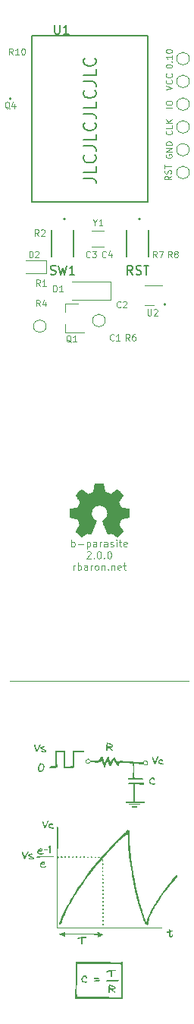
<source format=gbr>
G04 #@! TF.GenerationSoftware,KiCad,Pcbnew,7.0.1-0*
G04 #@! TF.CreationDate,2023-03-19T14:40:06+01:00*
G04 #@! TF.ProjectId,parasite,70617261-7369-4746-952e-6b696361645f,2.0.0*
G04 #@! TF.SameCoordinates,Original*
G04 #@! TF.FileFunction,Legend,Top*
G04 #@! TF.FilePolarity,Positive*
%FSLAX46Y46*%
G04 Gerber Fmt 4.6, Leading zero omitted, Abs format (unit mm)*
G04 Created by KiCad (PCBNEW 7.0.1-0) date 2023-03-19 14:40:06*
%MOMM*%
%LPD*%
G01*
G04 APERTURE LIST*
%ADD10C,0.120000*%
%ADD11C,0.200000*%
%ADD12C,0.100000*%
%ADD13C,0.150000*%
%ADD14C,0.127000*%
%ADD15C,0.010000*%
G04 APERTURE END LIST*
D10*
X58000000Y-99000000D02*
X78000000Y-99000000D01*
D11*
X75450000Y-57060000D02*
G75*
G03*
X75450000Y-57060000I-100000J0D01*
G01*
D12*
X64914285Y-84074095D02*
X64914285Y-83274095D01*
X64914285Y-83578857D02*
X64990475Y-83540761D01*
X64990475Y-83540761D02*
X65142856Y-83540761D01*
X65142856Y-83540761D02*
X65219047Y-83578857D01*
X65219047Y-83578857D02*
X65257142Y-83616952D01*
X65257142Y-83616952D02*
X65295237Y-83693142D01*
X65295237Y-83693142D02*
X65295237Y-83921714D01*
X65295237Y-83921714D02*
X65257142Y-83997904D01*
X65257142Y-83997904D02*
X65219047Y-84036000D01*
X65219047Y-84036000D02*
X65142856Y-84074095D01*
X65142856Y-84074095D02*
X64990475Y-84074095D01*
X64990475Y-84074095D02*
X64914285Y-84036000D01*
X65638095Y-83769333D02*
X66247619Y-83769333D01*
X66628571Y-83540761D02*
X66628571Y-84340761D01*
X66628571Y-83578857D02*
X66704761Y-83540761D01*
X66704761Y-83540761D02*
X66857142Y-83540761D01*
X66857142Y-83540761D02*
X66933333Y-83578857D01*
X66933333Y-83578857D02*
X66971428Y-83616952D01*
X66971428Y-83616952D02*
X67009523Y-83693142D01*
X67009523Y-83693142D02*
X67009523Y-83921714D01*
X67009523Y-83921714D02*
X66971428Y-83997904D01*
X66971428Y-83997904D02*
X66933333Y-84036000D01*
X66933333Y-84036000D02*
X66857142Y-84074095D01*
X66857142Y-84074095D02*
X66704761Y-84074095D01*
X66704761Y-84074095D02*
X66628571Y-84036000D01*
X67695238Y-84074095D02*
X67695238Y-83655047D01*
X67695238Y-83655047D02*
X67657143Y-83578857D01*
X67657143Y-83578857D02*
X67580952Y-83540761D01*
X67580952Y-83540761D02*
X67428571Y-83540761D01*
X67428571Y-83540761D02*
X67352381Y-83578857D01*
X67695238Y-84036000D02*
X67619047Y-84074095D01*
X67619047Y-84074095D02*
X67428571Y-84074095D01*
X67428571Y-84074095D02*
X67352381Y-84036000D01*
X67352381Y-84036000D02*
X67314285Y-83959809D01*
X67314285Y-83959809D02*
X67314285Y-83883619D01*
X67314285Y-83883619D02*
X67352381Y-83807428D01*
X67352381Y-83807428D02*
X67428571Y-83769333D01*
X67428571Y-83769333D02*
X67619047Y-83769333D01*
X67619047Y-83769333D02*
X67695238Y-83731238D01*
X68076191Y-84074095D02*
X68076191Y-83540761D01*
X68076191Y-83693142D02*
X68114286Y-83616952D01*
X68114286Y-83616952D02*
X68152381Y-83578857D01*
X68152381Y-83578857D02*
X68228572Y-83540761D01*
X68228572Y-83540761D02*
X68304762Y-83540761D01*
X68914286Y-84074095D02*
X68914286Y-83655047D01*
X68914286Y-83655047D02*
X68876191Y-83578857D01*
X68876191Y-83578857D02*
X68800000Y-83540761D01*
X68800000Y-83540761D02*
X68647619Y-83540761D01*
X68647619Y-83540761D02*
X68571429Y-83578857D01*
X68914286Y-84036000D02*
X68838095Y-84074095D01*
X68838095Y-84074095D02*
X68647619Y-84074095D01*
X68647619Y-84074095D02*
X68571429Y-84036000D01*
X68571429Y-84036000D02*
X68533333Y-83959809D01*
X68533333Y-83959809D02*
X68533333Y-83883619D01*
X68533333Y-83883619D02*
X68571429Y-83807428D01*
X68571429Y-83807428D02*
X68647619Y-83769333D01*
X68647619Y-83769333D02*
X68838095Y-83769333D01*
X68838095Y-83769333D02*
X68914286Y-83731238D01*
X69257143Y-84036000D02*
X69333334Y-84074095D01*
X69333334Y-84074095D02*
X69485715Y-84074095D01*
X69485715Y-84074095D02*
X69561905Y-84036000D01*
X69561905Y-84036000D02*
X69600001Y-83959809D01*
X69600001Y-83959809D02*
X69600001Y-83921714D01*
X69600001Y-83921714D02*
X69561905Y-83845523D01*
X69561905Y-83845523D02*
X69485715Y-83807428D01*
X69485715Y-83807428D02*
X69371429Y-83807428D01*
X69371429Y-83807428D02*
X69295239Y-83769333D01*
X69295239Y-83769333D02*
X69257143Y-83693142D01*
X69257143Y-83693142D02*
X69257143Y-83655047D01*
X69257143Y-83655047D02*
X69295239Y-83578857D01*
X69295239Y-83578857D02*
X69371429Y-83540761D01*
X69371429Y-83540761D02*
X69485715Y-83540761D01*
X69485715Y-83540761D02*
X69561905Y-83578857D01*
X69942858Y-84074095D02*
X69942858Y-83540761D01*
X69942858Y-83274095D02*
X69904762Y-83312190D01*
X69904762Y-83312190D02*
X69942858Y-83350285D01*
X69942858Y-83350285D02*
X69980953Y-83312190D01*
X69980953Y-83312190D02*
X69942858Y-83274095D01*
X69942858Y-83274095D02*
X69942858Y-83350285D01*
X70209524Y-83540761D02*
X70514286Y-83540761D01*
X70323810Y-83274095D02*
X70323810Y-83959809D01*
X70323810Y-83959809D02*
X70361905Y-84036000D01*
X70361905Y-84036000D02*
X70438095Y-84074095D01*
X70438095Y-84074095D02*
X70514286Y-84074095D01*
X71085715Y-84036000D02*
X71009524Y-84074095D01*
X71009524Y-84074095D02*
X70857143Y-84074095D01*
X70857143Y-84074095D02*
X70780953Y-84036000D01*
X70780953Y-84036000D02*
X70742857Y-83959809D01*
X70742857Y-83959809D02*
X70742857Y-83655047D01*
X70742857Y-83655047D02*
X70780953Y-83578857D01*
X70780953Y-83578857D02*
X70857143Y-83540761D01*
X70857143Y-83540761D02*
X71009524Y-83540761D01*
X71009524Y-83540761D02*
X71085715Y-83578857D01*
X71085715Y-83578857D02*
X71123810Y-83655047D01*
X71123810Y-83655047D02*
X71123810Y-83731238D01*
X71123810Y-83731238D02*
X70742857Y-83807428D01*
X66628571Y-84646285D02*
X66666667Y-84608190D01*
X66666667Y-84608190D02*
X66742857Y-84570095D01*
X66742857Y-84570095D02*
X66933333Y-84570095D01*
X66933333Y-84570095D02*
X67009524Y-84608190D01*
X67009524Y-84608190D02*
X67047619Y-84646285D01*
X67047619Y-84646285D02*
X67085714Y-84722476D01*
X67085714Y-84722476D02*
X67085714Y-84798666D01*
X67085714Y-84798666D02*
X67047619Y-84912952D01*
X67047619Y-84912952D02*
X66590476Y-85370095D01*
X66590476Y-85370095D02*
X67085714Y-85370095D01*
X67428572Y-85293904D02*
X67466667Y-85332000D01*
X67466667Y-85332000D02*
X67428572Y-85370095D01*
X67428572Y-85370095D02*
X67390476Y-85332000D01*
X67390476Y-85332000D02*
X67428572Y-85293904D01*
X67428572Y-85293904D02*
X67428572Y-85370095D01*
X67961905Y-84570095D02*
X68038095Y-84570095D01*
X68038095Y-84570095D02*
X68114286Y-84608190D01*
X68114286Y-84608190D02*
X68152381Y-84646285D01*
X68152381Y-84646285D02*
X68190476Y-84722476D01*
X68190476Y-84722476D02*
X68228571Y-84874857D01*
X68228571Y-84874857D02*
X68228571Y-85065333D01*
X68228571Y-85065333D02*
X68190476Y-85217714D01*
X68190476Y-85217714D02*
X68152381Y-85293904D01*
X68152381Y-85293904D02*
X68114286Y-85332000D01*
X68114286Y-85332000D02*
X68038095Y-85370095D01*
X68038095Y-85370095D02*
X67961905Y-85370095D01*
X67961905Y-85370095D02*
X67885714Y-85332000D01*
X67885714Y-85332000D02*
X67847619Y-85293904D01*
X67847619Y-85293904D02*
X67809524Y-85217714D01*
X67809524Y-85217714D02*
X67771428Y-85065333D01*
X67771428Y-85065333D02*
X67771428Y-84874857D01*
X67771428Y-84874857D02*
X67809524Y-84722476D01*
X67809524Y-84722476D02*
X67847619Y-84646285D01*
X67847619Y-84646285D02*
X67885714Y-84608190D01*
X67885714Y-84608190D02*
X67961905Y-84570095D01*
X68571429Y-85293904D02*
X68609524Y-85332000D01*
X68609524Y-85332000D02*
X68571429Y-85370095D01*
X68571429Y-85370095D02*
X68533333Y-85332000D01*
X68533333Y-85332000D02*
X68571429Y-85293904D01*
X68571429Y-85293904D02*
X68571429Y-85370095D01*
X69104762Y-84570095D02*
X69180952Y-84570095D01*
X69180952Y-84570095D02*
X69257143Y-84608190D01*
X69257143Y-84608190D02*
X69295238Y-84646285D01*
X69295238Y-84646285D02*
X69333333Y-84722476D01*
X69333333Y-84722476D02*
X69371428Y-84874857D01*
X69371428Y-84874857D02*
X69371428Y-85065333D01*
X69371428Y-85065333D02*
X69333333Y-85217714D01*
X69333333Y-85217714D02*
X69295238Y-85293904D01*
X69295238Y-85293904D02*
X69257143Y-85332000D01*
X69257143Y-85332000D02*
X69180952Y-85370095D01*
X69180952Y-85370095D02*
X69104762Y-85370095D01*
X69104762Y-85370095D02*
X69028571Y-85332000D01*
X69028571Y-85332000D02*
X68990476Y-85293904D01*
X68990476Y-85293904D02*
X68952381Y-85217714D01*
X68952381Y-85217714D02*
X68914285Y-85065333D01*
X68914285Y-85065333D02*
X68914285Y-84874857D01*
X68914285Y-84874857D02*
X68952381Y-84722476D01*
X68952381Y-84722476D02*
X68990476Y-84646285D01*
X68990476Y-84646285D02*
X69028571Y-84608190D01*
X69028571Y-84608190D02*
X69104762Y-84570095D01*
X65123809Y-86666095D02*
X65123809Y-86132761D01*
X65123809Y-86285142D02*
X65161904Y-86208952D01*
X65161904Y-86208952D02*
X65199999Y-86170857D01*
X65199999Y-86170857D02*
X65276190Y-86132761D01*
X65276190Y-86132761D02*
X65352380Y-86132761D01*
X65619047Y-86666095D02*
X65619047Y-85866095D01*
X65619047Y-86170857D02*
X65695237Y-86132761D01*
X65695237Y-86132761D02*
X65847618Y-86132761D01*
X65847618Y-86132761D02*
X65923809Y-86170857D01*
X65923809Y-86170857D02*
X65961904Y-86208952D01*
X65961904Y-86208952D02*
X65999999Y-86285142D01*
X65999999Y-86285142D02*
X65999999Y-86513714D01*
X65999999Y-86513714D02*
X65961904Y-86589904D01*
X65961904Y-86589904D02*
X65923809Y-86628000D01*
X65923809Y-86628000D02*
X65847618Y-86666095D01*
X65847618Y-86666095D02*
X65695237Y-86666095D01*
X65695237Y-86666095D02*
X65619047Y-86628000D01*
X66685714Y-86666095D02*
X66685714Y-86247047D01*
X66685714Y-86247047D02*
X66647619Y-86170857D01*
X66647619Y-86170857D02*
X66571428Y-86132761D01*
X66571428Y-86132761D02*
X66419047Y-86132761D01*
X66419047Y-86132761D02*
X66342857Y-86170857D01*
X66685714Y-86628000D02*
X66609523Y-86666095D01*
X66609523Y-86666095D02*
X66419047Y-86666095D01*
X66419047Y-86666095D02*
X66342857Y-86628000D01*
X66342857Y-86628000D02*
X66304761Y-86551809D01*
X66304761Y-86551809D02*
X66304761Y-86475619D01*
X66304761Y-86475619D02*
X66342857Y-86399428D01*
X66342857Y-86399428D02*
X66419047Y-86361333D01*
X66419047Y-86361333D02*
X66609523Y-86361333D01*
X66609523Y-86361333D02*
X66685714Y-86323238D01*
X67066667Y-86666095D02*
X67066667Y-86132761D01*
X67066667Y-86285142D02*
X67104762Y-86208952D01*
X67104762Y-86208952D02*
X67142857Y-86170857D01*
X67142857Y-86170857D02*
X67219048Y-86132761D01*
X67219048Y-86132761D02*
X67295238Y-86132761D01*
X67676190Y-86666095D02*
X67600000Y-86628000D01*
X67600000Y-86628000D02*
X67561905Y-86589904D01*
X67561905Y-86589904D02*
X67523809Y-86513714D01*
X67523809Y-86513714D02*
X67523809Y-86285142D01*
X67523809Y-86285142D02*
X67561905Y-86208952D01*
X67561905Y-86208952D02*
X67600000Y-86170857D01*
X67600000Y-86170857D02*
X67676190Y-86132761D01*
X67676190Y-86132761D02*
X67790476Y-86132761D01*
X67790476Y-86132761D02*
X67866667Y-86170857D01*
X67866667Y-86170857D02*
X67904762Y-86208952D01*
X67904762Y-86208952D02*
X67942857Y-86285142D01*
X67942857Y-86285142D02*
X67942857Y-86513714D01*
X67942857Y-86513714D02*
X67904762Y-86589904D01*
X67904762Y-86589904D02*
X67866667Y-86628000D01*
X67866667Y-86628000D02*
X67790476Y-86666095D01*
X67790476Y-86666095D02*
X67676190Y-86666095D01*
X68285715Y-86132761D02*
X68285715Y-86666095D01*
X68285715Y-86208952D02*
X68323810Y-86170857D01*
X68323810Y-86170857D02*
X68400000Y-86132761D01*
X68400000Y-86132761D02*
X68514286Y-86132761D01*
X68514286Y-86132761D02*
X68590477Y-86170857D01*
X68590477Y-86170857D02*
X68628572Y-86247047D01*
X68628572Y-86247047D02*
X68628572Y-86666095D01*
X69009525Y-86589904D02*
X69047620Y-86628000D01*
X69047620Y-86628000D02*
X69009525Y-86666095D01*
X69009525Y-86666095D02*
X68971429Y-86628000D01*
X68971429Y-86628000D02*
X69009525Y-86589904D01*
X69009525Y-86589904D02*
X69009525Y-86666095D01*
X69390477Y-86132761D02*
X69390477Y-86666095D01*
X69390477Y-86208952D02*
X69428572Y-86170857D01*
X69428572Y-86170857D02*
X69504762Y-86132761D01*
X69504762Y-86132761D02*
X69619048Y-86132761D01*
X69619048Y-86132761D02*
X69695239Y-86170857D01*
X69695239Y-86170857D02*
X69733334Y-86247047D01*
X69733334Y-86247047D02*
X69733334Y-86666095D01*
X70419049Y-86628000D02*
X70342858Y-86666095D01*
X70342858Y-86666095D02*
X70190477Y-86666095D01*
X70190477Y-86666095D02*
X70114287Y-86628000D01*
X70114287Y-86628000D02*
X70076191Y-86551809D01*
X70076191Y-86551809D02*
X70076191Y-86247047D01*
X70076191Y-86247047D02*
X70114287Y-86170857D01*
X70114287Y-86170857D02*
X70190477Y-86132761D01*
X70190477Y-86132761D02*
X70342858Y-86132761D01*
X70342858Y-86132761D02*
X70419049Y-86170857D01*
X70419049Y-86170857D02*
X70457144Y-86247047D01*
X70457144Y-86247047D02*
X70457144Y-86323238D01*
X70457144Y-86323238D02*
X70076191Y-86399428D01*
X70685715Y-86132761D02*
X70990477Y-86132761D01*
X70800001Y-85866095D02*
X70800001Y-86551809D01*
X70800001Y-86551809D02*
X70838096Y-86628000D01*
X70838096Y-86628000D02*
X70914286Y-86666095D01*
X70914286Y-86666095D02*
X70990477Y-86666095D01*
D11*
X66247666Y-42966666D02*
X67247666Y-42966666D01*
X67247666Y-42966666D02*
X67447666Y-43033333D01*
X67447666Y-43033333D02*
X67581000Y-43166666D01*
X67581000Y-43166666D02*
X67647666Y-43366666D01*
X67647666Y-43366666D02*
X67647666Y-43500000D01*
X67647666Y-41633333D02*
X67647666Y-42299999D01*
X67647666Y-42299999D02*
X66247666Y-42299999D01*
X67514333Y-40366666D02*
X67581000Y-40433333D01*
X67581000Y-40433333D02*
X67647666Y-40633333D01*
X67647666Y-40633333D02*
X67647666Y-40766666D01*
X67647666Y-40766666D02*
X67581000Y-40966666D01*
X67581000Y-40966666D02*
X67447666Y-41100000D01*
X67447666Y-41100000D02*
X67314333Y-41166666D01*
X67314333Y-41166666D02*
X67047666Y-41233333D01*
X67047666Y-41233333D02*
X66847666Y-41233333D01*
X66847666Y-41233333D02*
X66581000Y-41166666D01*
X66581000Y-41166666D02*
X66447666Y-41100000D01*
X66447666Y-41100000D02*
X66314333Y-40966666D01*
X66314333Y-40966666D02*
X66247666Y-40766666D01*
X66247666Y-40766666D02*
X66247666Y-40633333D01*
X66247666Y-40633333D02*
X66314333Y-40433333D01*
X66314333Y-40433333D02*
X66381000Y-40366666D01*
X66247666Y-39366666D02*
X67247666Y-39366666D01*
X67247666Y-39366666D02*
X67447666Y-39433333D01*
X67447666Y-39433333D02*
X67581000Y-39566666D01*
X67581000Y-39566666D02*
X67647666Y-39766666D01*
X67647666Y-39766666D02*
X67647666Y-39900000D01*
X67647666Y-38033333D02*
X67647666Y-38699999D01*
X67647666Y-38699999D02*
X66247666Y-38699999D01*
X67514333Y-36766666D02*
X67581000Y-36833333D01*
X67581000Y-36833333D02*
X67647666Y-37033333D01*
X67647666Y-37033333D02*
X67647666Y-37166666D01*
X67647666Y-37166666D02*
X67581000Y-37366666D01*
X67581000Y-37366666D02*
X67447666Y-37500000D01*
X67447666Y-37500000D02*
X67314333Y-37566666D01*
X67314333Y-37566666D02*
X67047666Y-37633333D01*
X67047666Y-37633333D02*
X66847666Y-37633333D01*
X66847666Y-37633333D02*
X66581000Y-37566666D01*
X66581000Y-37566666D02*
X66447666Y-37500000D01*
X66447666Y-37500000D02*
X66314333Y-37366666D01*
X66314333Y-37366666D02*
X66247666Y-37166666D01*
X66247666Y-37166666D02*
X66247666Y-37033333D01*
X66247666Y-37033333D02*
X66314333Y-36833333D01*
X66314333Y-36833333D02*
X66381000Y-36766666D01*
X66247666Y-35766666D02*
X67247666Y-35766666D01*
X67247666Y-35766666D02*
X67447666Y-35833333D01*
X67447666Y-35833333D02*
X67581000Y-35966666D01*
X67581000Y-35966666D02*
X67647666Y-36166666D01*
X67647666Y-36166666D02*
X67647666Y-36300000D01*
X67647666Y-34433333D02*
X67647666Y-35099999D01*
X67647666Y-35099999D02*
X66247666Y-35099999D01*
X67514333Y-33166666D02*
X67581000Y-33233333D01*
X67581000Y-33233333D02*
X67647666Y-33433333D01*
X67647666Y-33433333D02*
X67647666Y-33566666D01*
X67647666Y-33566666D02*
X67581000Y-33766666D01*
X67581000Y-33766666D02*
X67447666Y-33900000D01*
X67447666Y-33900000D02*
X67314333Y-33966666D01*
X67314333Y-33966666D02*
X67047666Y-34033333D01*
X67047666Y-34033333D02*
X66847666Y-34033333D01*
X66847666Y-34033333D02*
X66581000Y-33966666D01*
X66581000Y-33966666D02*
X66447666Y-33900000D01*
X66447666Y-33900000D02*
X66314333Y-33766666D01*
X66314333Y-33766666D02*
X66247666Y-33566666D01*
X66247666Y-33566666D02*
X66247666Y-33433333D01*
X66247666Y-33433333D02*
X66314333Y-33233333D01*
X66314333Y-33233333D02*
X66381000Y-33166666D01*
X66247666Y-32166666D02*
X67247666Y-32166666D01*
X67247666Y-32166666D02*
X67447666Y-32233333D01*
X67447666Y-32233333D02*
X67581000Y-32366666D01*
X67581000Y-32366666D02*
X67647666Y-32566666D01*
X67647666Y-32566666D02*
X67647666Y-32700000D01*
X67647666Y-30833333D02*
X67647666Y-31499999D01*
X67647666Y-31499999D02*
X66247666Y-31499999D01*
X67514333Y-29566666D02*
X67581000Y-29633333D01*
X67581000Y-29633333D02*
X67647666Y-29833333D01*
X67647666Y-29833333D02*
X67647666Y-29966666D01*
X67647666Y-29966666D02*
X67581000Y-30166666D01*
X67581000Y-30166666D02*
X67447666Y-30300000D01*
X67447666Y-30300000D02*
X67314333Y-30366666D01*
X67314333Y-30366666D02*
X67047666Y-30433333D01*
X67047666Y-30433333D02*
X66847666Y-30433333D01*
X66847666Y-30433333D02*
X66581000Y-30366666D01*
X66581000Y-30366666D02*
X66447666Y-30300000D01*
X66447666Y-30300000D02*
X66314333Y-30166666D01*
X66314333Y-30166666D02*
X66247666Y-29966666D01*
X66247666Y-29966666D02*
X66247666Y-29833333D01*
X66247666Y-29833333D02*
X66314333Y-29633333D01*
X66314333Y-29633333D02*
X66381000Y-29566666D01*
D13*
X62586667Y-53665000D02*
X62729524Y-53712619D01*
X62729524Y-53712619D02*
X62967619Y-53712619D01*
X62967619Y-53712619D02*
X63062857Y-53665000D01*
X63062857Y-53665000D02*
X63110476Y-53617380D01*
X63110476Y-53617380D02*
X63158095Y-53522142D01*
X63158095Y-53522142D02*
X63158095Y-53426904D01*
X63158095Y-53426904D02*
X63110476Y-53331666D01*
X63110476Y-53331666D02*
X63062857Y-53284047D01*
X63062857Y-53284047D02*
X62967619Y-53236428D01*
X62967619Y-53236428D02*
X62777143Y-53188809D01*
X62777143Y-53188809D02*
X62681905Y-53141190D01*
X62681905Y-53141190D02*
X62634286Y-53093571D01*
X62634286Y-53093571D02*
X62586667Y-52998333D01*
X62586667Y-52998333D02*
X62586667Y-52903095D01*
X62586667Y-52903095D02*
X62634286Y-52807857D01*
X62634286Y-52807857D02*
X62681905Y-52760238D01*
X62681905Y-52760238D02*
X62777143Y-52712619D01*
X62777143Y-52712619D02*
X63015238Y-52712619D01*
X63015238Y-52712619D02*
X63158095Y-52760238D01*
X63491429Y-52712619D02*
X63729524Y-53712619D01*
X63729524Y-53712619D02*
X63920000Y-52998333D01*
X63920000Y-52998333D02*
X64110476Y-53712619D01*
X64110476Y-53712619D02*
X64348572Y-52712619D01*
X65253333Y-53712619D02*
X64681905Y-53712619D01*
X64967619Y-53712619D02*
X64967619Y-52712619D01*
X64967619Y-52712619D02*
X64872381Y-52855476D01*
X64872381Y-52855476D02*
X64777143Y-52950714D01*
X64777143Y-52950714D02*
X64681905Y-52998333D01*
X71754380Y-53712619D02*
X71421047Y-53236428D01*
X71182952Y-53712619D02*
X71182952Y-52712619D01*
X71182952Y-52712619D02*
X71563904Y-52712619D01*
X71563904Y-52712619D02*
X71659142Y-52760238D01*
X71659142Y-52760238D02*
X71706761Y-52807857D01*
X71706761Y-52807857D02*
X71754380Y-52903095D01*
X71754380Y-52903095D02*
X71754380Y-53045952D01*
X71754380Y-53045952D02*
X71706761Y-53141190D01*
X71706761Y-53141190D02*
X71659142Y-53188809D01*
X71659142Y-53188809D02*
X71563904Y-53236428D01*
X71563904Y-53236428D02*
X71182952Y-53236428D01*
X72135333Y-53665000D02*
X72278190Y-53712619D01*
X72278190Y-53712619D02*
X72516285Y-53712619D01*
X72516285Y-53712619D02*
X72611523Y-53665000D01*
X72611523Y-53665000D02*
X72659142Y-53617380D01*
X72659142Y-53617380D02*
X72706761Y-53522142D01*
X72706761Y-53522142D02*
X72706761Y-53426904D01*
X72706761Y-53426904D02*
X72659142Y-53331666D01*
X72659142Y-53331666D02*
X72611523Y-53284047D01*
X72611523Y-53284047D02*
X72516285Y-53236428D01*
X72516285Y-53236428D02*
X72325809Y-53188809D01*
X72325809Y-53188809D02*
X72230571Y-53141190D01*
X72230571Y-53141190D02*
X72182952Y-53093571D01*
X72182952Y-53093571D02*
X72135333Y-52998333D01*
X72135333Y-52998333D02*
X72135333Y-52903095D01*
X72135333Y-52903095D02*
X72182952Y-52807857D01*
X72182952Y-52807857D02*
X72230571Y-52760238D01*
X72230571Y-52760238D02*
X72325809Y-52712619D01*
X72325809Y-52712619D02*
X72563904Y-52712619D01*
X72563904Y-52712619D02*
X72706761Y-52760238D01*
X72992476Y-52712619D02*
X73563904Y-52712619D01*
X73278190Y-53712619D02*
X73278190Y-52712619D01*
D10*
X69645333Y-61000166D02*
X69612000Y-61033500D01*
X69612000Y-61033500D02*
X69512000Y-61066833D01*
X69512000Y-61066833D02*
X69445333Y-61066833D01*
X69445333Y-61066833D02*
X69345333Y-61033500D01*
X69345333Y-61033500D02*
X69278667Y-60966833D01*
X69278667Y-60966833D02*
X69245333Y-60900166D01*
X69245333Y-60900166D02*
X69212000Y-60766833D01*
X69212000Y-60766833D02*
X69212000Y-60666833D01*
X69212000Y-60666833D02*
X69245333Y-60533500D01*
X69245333Y-60533500D02*
X69278667Y-60466833D01*
X69278667Y-60466833D02*
X69345333Y-60400166D01*
X69345333Y-60400166D02*
X69445333Y-60366833D01*
X69445333Y-60366833D02*
X69512000Y-60366833D01*
X69512000Y-60366833D02*
X69612000Y-60400166D01*
X69612000Y-60400166D02*
X69645333Y-60433500D01*
X70312000Y-61066833D02*
X69912000Y-61066833D01*
X70112000Y-61066833D02*
X70112000Y-60366833D01*
X70112000Y-60366833D02*
X70045333Y-60466833D01*
X70045333Y-60466833D02*
X69978667Y-60533500D01*
X69978667Y-60533500D02*
X69912000Y-60566833D01*
X71423333Y-61066833D02*
X71190000Y-60733500D01*
X71023333Y-61066833D02*
X71023333Y-60366833D01*
X71023333Y-60366833D02*
X71290000Y-60366833D01*
X71290000Y-60366833D02*
X71356667Y-60400166D01*
X71356667Y-60400166D02*
X71390000Y-60433500D01*
X71390000Y-60433500D02*
X71423333Y-60500166D01*
X71423333Y-60500166D02*
X71423333Y-60600166D01*
X71423333Y-60600166D02*
X71390000Y-60666833D01*
X71390000Y-60666833D02*
X71356667Y-60700166D01*
X71356667Y-60700166D02*
X71290000Y-60733500D01*
X71290000Y-60733500D02*
X71023333Y-60733500D01*
X72023333Y-60366833D02*
X71890000Y-60366833D01*
X71890000Y-60366833D02*
X71823333Y-60400166D01*
X71823333Y-60400166D02*
X71790000Y-60433500D01*
X71790000Y-60433500D02*
X71723333Y-60533500D01*
X71723333Y-60533500D02*
X71690000Y-60666833D01*
X71690000Y-60666833D02*
X71690000Y-60933500D01*
X71690000Y-60933500D02*
X71723333Y-61000166D01*
X71723333Y-61000166D02*
X71756667Y-61033500D01*
X71756667Y-61033500D02*
X71823333Y-61066833D01*
X71823333Y-61066833D02*
X71956667Y-61066833D01*
X71956667Y-61066833D02*
X72023333Y-61033500D01*
X72023333Y-61033500D02*
X72056667Y-61000166D01*
X72056667Y-61000166D02*
X72090000Y-60933500D01*
X72090000Y-60933500D02*
X72090000Y-60766833D01*
X72090000Y-60766833D02*
X72056667Y-60700166D01*
X72056667Y-60700166D02*
X72023333Y-60666833D01*
X72023333Y-60666833D02*
X71956667Y-60633500D01*
X71956667Y-60633500D02*
X71823333Y-60633500D01*
X71823333Y-60633500D02*
X71756667Y-60666833D01*
X71756667Y-60666833D02*
X71723333Y-60700166D01*
X71723333Y-60700166D02*
X71690000Y-60766833D01*
X61398333Y-57245833D02*
X61165000Y-56912500D01*
X60998333Y-57245833D02*
X60998333Y-56545833D01*
X60998333Y-56545833D02*
X61265000Y-56545833D01*
X61265000Y-56545833D02*
X61331667Y-56579166D01*
X61331667Y-56579166D02*
X61365000Y-56612500D01*
X61365000Y-56612500D02*
X61398333Y-56679166D01*
X61398333Y-56679166D02*
X61398333Y-56779166D01*
X61398333Y-56779166D02*
X61365000Y-56845833D01*
X61365000Y-56845833D02*
X61331667Y-56879166D01*
X61331667Y-56879166D02*
X61265000Y-56912500D01*
X61265000Y-56912500D02*
X60998333Y-56912500D01*
X61998333Y-56779166D02*
X61998333Y-57245833D01*
X61831667Y-56512500D02*
X61665000Y-57012500D01*
X61665000Y-57012500D02*
X62098333Y-57012500D01*
X64869333Y-61260500D02*
X64802666Y-61227166D01*
X64802666Y-61227166D02*
X64736000Y-61160500D01*
X64736000Y-61160500D02*
X64636000Y-61060500D01*
X64636000Y-61060500D02*
X64569333Y-61027166D01*
X64569333Y-61027166D02*
X64502666Y-61027166D01*
X64536000Y-61193833D02*
X64469333Y-61160500D01*
X64469333Y-61160500D02*
X64402666Y-61093833D01*
X64402666Y-61093833D02*
X64369333Y-60960500D01*
X64369333Y-60960500D02*
X64369333Y-60727166D01*
X64369333Y-60727166D02*
X64402666Y-60593833D01*
X64402666Y-60593833D02*
X64469333Y-60527166D01*
X64469333Y-60527166D02*
X64536000Y-60493833D01*
X64536000Y-60493833D02*
X64669333Y-60493833D01*
X64669333Y-60493833D02*
X64736000Y-60527166D01*
X64736000Y-60527166D02*
X64802666Y-60593833D01*
X64802666Y-60593833D02*
X64836000Y-60727166D01*
X64836000Y-60727166D02*
X64836000Y-60960500D01*
X64836000Y-60960500D02*
X64802666Y-61093833D01*
X64802666Y-61093833D02*
X64736000Y-61160500D01*
X64736000Y-61160500D02*
X64669333Y-61193833D01*
X64669333Y-61193833D02*
X64536000Y-61193833D01*
X65502666Y-61193833D02*
X65102666Y-61193833D01*
X65302666Y-61193833D02*
X65302666Y-60493833D01*
X65302666Y-60493833D02*
X65235999Y-60593833D01*
X65235999Y-60593833D02*
X65169333Y-60660500D01*
X65169333Y-60660500D02*
X65102666Y-60693833D01*
X61413333Y-54970833D02*
X61180000Y-54637500D01*
X61013333Y-54970833D02*
X61013333Y-54270833D01*
X61013333Y-54270833D02*
X61280000Y-54270833D01*
X61280000Y-54270833D02*
X61346667Y-54304166D01*
X61346667Y-54304166D02*
X61380000Y-54337500D01*
X61380000Y-54337500D02*
X61413333Y-54404166D01*
X61413333Y-54404166D02*
X61413333Y-54504166D01*
X61413333Y-54504166D02*
X61380000Y-54570833D01*
X61380000Y-54570833D02*
X61346667Y-54604166D01*
X61346667Y-54604166D02*
X61280000Y-54637500D01*
X61280000Y-54637500D02*
X61013333Y-54637500D01*
X62080000Y-54970833D02*
X61680000Y-54970833D01*
X61880000Y-54970833D02*
X61880000Y-54270833D01*
X61880000Y-54270833D02*
X61813333Y-54370833D01*
X61813333Y-54370833D02*
X61746667Y-54437500D01*
X61746667Y-54437500D02*
X61680000Y-54470833D01*
X76155833Y-35074666D02*
X75455833Y-35074666D01*
X75455833Y-34608000D02*
X75455833Y-34474666D01*
X75455833Y-34474666D02*
X75489166Y-34408000D01*
X75489166Y-34408000D02*
X75555833Y-34341333D01*
X75555833Y-34341333D02*
X75689166Y-34308000D01*
X75689166Y-34308000D02*
X75922500Y-34308000D01*
X75922500Y-34308000D02*
X76055833Y-34341333D01*
X76055833Y-34341333D02*
X76122500Y-34408000D01*
X76122500Y-34408000D02*
X76155833Y-34474666D01*
X76155833Y-34474666D02*
X76155833Y-34608000D01*
X76155833Y-34608000D02*
X76122500Y-34674666D01*
X76122500Y-34674666D02*
X76055833Y-34741333D01*
X76055833Y-34741333D02*
X75922500Y-34774666D01*
X75922500Y-34774666D02*
X75689166Y-34774666D01*
X75689166Y-34774666D02*
X75555833Y-34741333D01*
X75555833Y-34741333D02*
X75489166Y-34674666D01*
X75489166Y-34674666D02*
X75455833Y-34608000D01*
X76089166Y-37664666D02*
X76122500Y-37697999D01*
X76122500Y-37697999D02*
X76155833Y-37797999D01*
X76155833Y-37797999D02*
X76155833Y-37864666D01*
X76155833Y-37864666D02*
X76122500Y-37964666D01*
X76122500Y-37964666D02*
X76055833Y-38031333D01*
X76055833Y-38031333D02*
X75989166Y-38064666D01*
X75989166Y-38064666D02*
X75855833Y-38097999D01*
X75855833Y-38097999D02*
X75755833Y-38097999D01*
X75755833Y-38097999D02*
X75622500Y-38064666D01*
X75622500Y-38064666D02*
X75555833Y-38031333D01*
X75555833Y-38031333D02*
X75489166Y-37964666D01*
X75489166Y-37964666D02*
X75455833Y-37864666D01*
X75455833Y-37864666D02*
X75455833Y-37797999D01*
X75455833Y-37797999D02*
X75489166Y-37697999D01*
X75489166Y-37697999D02*
X75522500Y-37664666D01*
X76155833Y-37031333D02*
X76155833Y-37364666D01*
X76155833Y-37364666D02*
X75455833Y-37364666D01*
X76155833Y-36797999D02*
X75455833Y-36797999D01*
X76155833Y-36397999D02*
X75755833Y-36697999D01*
X75455833Y-36397999D02*
X75855833Y-36797999D01*
X61263333Y-49382833D02*
X61030000Y-49049500D01*
X60863333Y-49382833D02*
X60863333Y-48682833D01*
X60863333Y-48682833D02*
X61130000Y-48682833D01*
X61130000Y-48682833D02*
X61196667Y-48716166D01*
X61196667Y-48716166D02*
X61230000Y-48749500D01*
X61230000Y-48749500D02*
X61263333Y-48816166D01*
X61263333Y-48816166D02*
X61263333Y-48916166D01*
X61263333Y-48916166D02*
X61230000Y-48982833D01*
X61230000Y-48982833D02*
X61196667Y-49016166D01*
X61196667Y-49016166D02*
X61130000Y-49049500D01*
X61130000Y-49049500D02*
X60863333Y-49049500D01*
X61530000Y-48749500D02*
X61563333Y-48716166D01*
X61563333Y-48716166D02*
X61630000Y-48682833D01*
X61630000Y-48682833D02*
X61796667Y-48682833D01*
X61796667Y-48682833D02*
X61863333Y-48716166D01*
X61863333Y-48716166D02*
X61896667Y-48749500D01*
X61896667Y-48749500D02*
X61930000Y-48816166D01*
X61930000Y-48816166D02*
X61930000Y-48882833D01*
X61930000Y-48882833D02*
X61896667Y-48982833D01*
X61896667Y-48982833D02*
X61496667Y-49382833D01*
X61496667Y-49382833D02*
X61930000Y-49382833D01*
X70407333Y-57317166D02*
X70374000Y-57350500D01*
X70374000Y-57350500D02*
X70274000Y-57383833D01*
X70274000Y-57383833D02*
X70207333Y-57383833D01*
X70207333Y-57383833D02*
X70107333Y-57350500D01*
X70107333Y-57350500D02*
X70040667Y-57283833D01*
X70040667Y-57283833D02*
X70007333Y-57217166D01*
X70007333Y-57217166D02*
X69974000Y-57083833D01*
X69974000Y-57083833D02*
X69974000Y-56983833D01*
X69974000Y-56983833D02*
X70007333Y-56850500D01*
X70007333Y-56850500D02*
X70040667Y-56783833D01*
X70040667Y-56783833D02*
X70107333Y-56717166D01*
X70107333Y-56717166D02*
X70207333Y-56683833D01*
X70207333Y-56683833D02*
X70274000Y-56683833D01*
X70274000Y-56683833D02*
X70374000Y-56717166D01*
X70374000Y-56717166D02*
X70407333Y-56750500D01*
X70674000Y-56750500D02*
X70707333Y-56717166D01*
X70707333Y-56717166D02*
X70774000Y-56683833D01*
X70774000Y-56683833D02*
X70940667Y-56683833D01*
X70940667Y-56683833D02*
X71007333Y-56717166D01*
X71007333Y-56717166D02*
X71040667Y-56750500D01*
X71040667Y-56750500D02*
X71074000Y-56817166D01*
X71074000Y-56817166D02*
X71074000Y-56883833D01*
X71074000Y-56883833D02*
X71040667Y-56983833D01*
X71040667Y-56983833D02*
X70640667Y-57383833D01*
X70640667Y-57383833D02*
X71074000Y-57383833D01*
X67555167Y-47906500D02*
X67555167Y-48239833D01*
X67321833Y-47539833D02*
X67555167Y-47906500D01*
X67555167Y-47906500D02*
X67788500Y-47539833D01*
X68388500Y-48239833D02*
X67988500Y-48239833D01*
X68188500Y-48239833D02*
X68188500Y-47539833D01*
X68188500Y-47539833D02*
X68121833Y-47639833D01*
X68121833Y-47639833D02*
X68055167Y-47706500D01*
X68055167Y-47706500D02*
X67988500Y-47739833D01*
X60202833Y-51795833D02*
X60202833Y-51095833D01*
X60202833Y-51095833D02*
X60369500Y-51095833D01*
X60369500Y-51095833D02*
X60469500Y-51129166D01*
X60469500Y-51129166D02*
X60536167Y-51195833D01*
X60536167Y-51195833D02*
X60569500Y-51262500D01*
X60569500Y-51262500D02*
X60602833Y-51395833D01*
X60602833Y-51395833D02*
X60602833Y-51495833D01*
X60602833Y-51495833D02*
X60569500Y-51629166D01*
X60569500Y-51629166D02*
X60536167Y-51695833D01*
X60536167Y-51695833D02*
X60469500Y-51762500D01*
X60469500Y-51762500D02*
X60369500Y-51795833D01*
X60369500Y-51795833D02*
X60202833Y-51795833D01*
X60869500Y-51162500D02*
X60902833Y-51129166D01*
X60902833Y-51129166D02*
X60969500Y-51095833D01*
X60969500Y-51095833D02*
X61136167Y-51095833D01*
X61136167Y-51095833D02*
X61202833Y-51129166D01*
X61202833Y-51129166D02*
X61236167Y-51162500D01*
X61236167Y-51162500D02*
X61269500Y-51229166D01*
X61269500Y-51229166D02*
X61269500Y-51295833D01*
X61269500Y-51295833D02*
X61236167Y-51395833D01*
X61236167Y-51395833D02*
X60836167Y-51795833D01*
X60836167Y-51795833D02*
X61269500Y-51795833D01*
X68767833Y-51729166D02*
X68734500Y-51762500D01*
X68734500Y-51762500D02*
X68634500Y-51795833D01*
X68634500Y-51795833D02*
X68567833Y-51795833D01*
X68567833Y-51795833D02*
X68467833Y-51762500D01*
X68467833Y-51762500D02*
X68401167Y-51695833D01*
X68401167Y-51695833D02*
X68367833Y-51629166D01*
X68367833Y-51629166D02*
X68334500Y-51495833D01*
X68334500Y-51495833D02*
X68334500Y-51395833D01*
X68334500Y-51395833D02*
X68367833Y-51262500D01*
X68367833Y-51262500D02*
X68401167Y-51195833D01*
X68401167Y-51195833D02*
X68467833Y-51129166D01*
X68467833Y-51129166D02*
X68567833Y-51095833D01*
X68567833Y-51095833D02*
X68634500Y-51095833D01*
X68634500Y-51095833D02*
X68734500Y-51129166D01*
X68734500Y-51129166D02*
X68767833Y-51162500D01*
X69367833Y-51329166D02*
X69367833Y-51795833D01*
X69201167Y-51062500D02*
X69034500Y-51562500D01*
X69034500Y-51562500D02*
X69467833Y-51562500D01*
X66989833Y-51729166D02*
X66956500Y-51762500D01*
X66956500Y-51762500D02*
X66856500Y-51795833D01*
X66856500Y-51795833D02*
X66789833Y-51795833D01*
X66789833Y-51795833D02*
X66689833Y-51762500D01*
X66689833Y-51762500D02*
X66623167Y-51695833D01*
X66623167Y-51695833D02*
X66589833Y-51629166D01*
X66589833Y-51629166D02*
X66556500Y-51495833D01*
X66556500Y-51495833D02*
X66556500Y-51395833D01*
X66556500Y-51395833D02*
X66589833Y-51262500D01*
X66589833Y-51262500D02*
X66623167Y-51195833D01*
X66623167Y-51195833D02*
X66689833Y-51129166D01*
X66689833Y-51129166D02*
X66789833Y-51095833D01*
X66789833Y-51095833D02*
X66856500Y-51095833D01*
X66856500Y-51095833D02*
X66956500Y-51129166D01*
X66956500Y-51129166D02*
X66989833Y-51162500D01*
X67223167Y-51095833D02*
X67656500Y-51095833D01*
X67656500Y-51095833D02*
X67423167Y-51362500D01*
X67423167Y-51362500D02*
X67523167Y-51362500D01*
X67523167Y-51362500D02*
X67589833Y-51395833D01*
X67589833Y-51395833D02*
X67623167Y-51429166D01*
X67623167Y-51429166D02*
X67656500Y-51495833D01*
X67656500Y-51495833D02*
X67656500Y-51662500D01*
X67656500Y-51662500D02*
X67623167Y-51729166D01*
X67623167Y-51729166D02*
X67589833Y-51762500D01*
X67589833Y-51762500D02*
X67523167Y-51795833D01*
X67523167Y-51795833D02*
X67323167Y-51795833D01*
X67323167Y-51795833D02*
X67256500Y-51762500D01*
X67256500Y-51762500D02*
X67223167Y-51729166D01*
X74471333Y-51795833D02*
X74238000Y-51462500D01*
X74071333Y-51795833D02*
X74071333Y-51095833D01*
X74071333Y-51095833D02*
X74338000Y-51095833D01*
X74338000Y-51095833D02*
X74404667Y-51129166D01*
X74404667Y-51129166D02*
X74438000Y-51162500D01*
X74438000Y-51162500D02*
X74471333Y-51229166D01*
X74471333Y-51229166D02*
X74471333Y-51329166D01*
X74471333Y-51329166D02*
X74438000Y-51395833D01*
X74438000Y-51395833D02*
X74404667Y-51429166D01*
X74404667Y-51429166D02*
X74338000Y-51462500D01*
X74338000Y-51462500D02*
X74071333Y-51462500D01*
X74704667Y-51095833D02*
X75171333Y-51095833D01*
X75171333Y-51095833D02*
X74871333Y-51795833D01*
X76122333Y-51795833D02*
X75889000Y-51462500D01*
X75722333Y-51795833D02*
X75722333Y-51095833D01*
X75722333Y-51095833D02*
X75989000Y-51095833D01*
X75989000Y-51095833D02*
X76055667Y-51129166D01*
X76055667Y-51129166D02*
X76089000Y-51162500D01*
X76089000Y-51162500D02*
X76122333Y-51229166D01*
X76122333Y-51229166D02*
X76122333Y-51329166D01*
X76122333Y-51329166D02*
X76089000Y-51395833D01*
X76089000Y-51395833D02*
X76055667Y-51429166D01*
X76055667Y-51429166D02*
X75989000Y-51462500D01*
X75989000Y-51462500D02*
X75722333Y-51462500D01*
X76522333Y-51395833D02*
X76455667Y-51362500D01*
X76455667Y-51362500D02*
X76422333Y-51329166D01*
X76422333Y-51329166D02*
X76389000Y-51262500D01*
X76389000Y-51262500D02*
X76389000Y-51229166D01*
X76389000Y-51229166D02*
X76422333Y-51162500D01*
X76422333Y-51162500D02*
X76455667Y-51129166D01*
X76455667Y-51129166D02*
X76522333Y-51095833D01*
X76522333Y-51095833D02*
X76655667Y-51095833D01*
X76655667Y-51095833D02*
X76722333Y-51129166D01*
X76722333Y-51129166D02*
X76755667Y-51162500D01*
X76755667Y-51162500D02*
X76789000Y-51229166D01*
X76789000Y-51229166D02*
X76789000Y-51262500D01*
X76789000Y-51262500D02*
X76755667Y-51329166D01*
X76755667Y-51329166D02*
X76722333Y-51362500D01*
X76722333Y-51362500D02*
X76655667Y-51395833D01*
X76655667Y-51395833D02*
X76522333Y-51395833D01*
X76522333Y-51395833D02*
X76455667Y-51429166D01*
X76455667Y-51429166D02*
X76422333Y-51462500D01*
X76422333Y-51462500D02*
X76389000Y-51529166D01*
X76389000Y-51529166D02*
X76389000Y-51662500D01*
X76389000Y-51662500D02*
X76422333Y-51729166D01*
X76422333Y-51729166D02*
X76455667Y-51762500D01*
X76455667Y-51762500D02*
X76522333Y-51795833D01*
X76522333Y-51795833D02*
X76655667Y-51795833D01*
X76655667Y-51795833D02*
X76722333Y-51762500D01*
X76722333Y-51762500D02*
X76755667Y-51729166D01*
X76755667Y-51729166D02*
X76789000Y-51662500D01*
X76789000Y-51662500D02*
X76789000Y-51529166D01*
X76789000Y-51529166D02*
X76755667Y-51462500D01*
X76755667Y-51462500D02*
X76722333Y-51429166D01*
X76722333Y-51429166D02*
X76655667Y-51395833D01*
X73419666Y-57572833D02*
X73419666Y-58139500D01*
X73419666Y-58139500D02*
X73453000Y-58206166D01*
X73453000Y-58206166D02*
X73486333Y-58239500D01*
X73486333Y-58239500D02*
X73553000Y-58272833D01*
X73553000Y-58272833D02*
X73686333Y-58272833D01*
X73686333Y-58272833D02*
X73753000Y-58239500D01*
X73753000Y-58239500D02*
X73786333Y-58206166D01*
X73786333Y-58206166D02*
X73819666Y-58139500D01*
X73819666Y-58139500D02*
X73819666Y-57572833D01*
X74119666Y-57639500D02*
X74152999Y-57606166D01*
X74152999Y-57606166D02*
X74219666Y-57572833D01*
X74219666Y-57572833D02*
X74386333Y-57572833D01*
X74386333Y-57572833D02*
X74452999Y-57606166D01*
X74452999Y-57606166D02*
X74486333Y-57639500D01*
X74486333Y-57639500D02*
X74519666Y-57706166D01*
X74519666Y-57706166D02*
X74519666Y-57772833D01*
X74519666Y-57772833D02*
X74486333Y-57872833D01*
X74486333Y-57872833D02*
X74086333Y-58272833D01*
X74086333Y-58272833D02*
X74519666Y-58272833D01*
X62895333Y-55605833D02*
X62895333Y-54905833D01*
X62895333Y-54905833D02*
X63062000Y-54905833D01*
X63062000Y-54905833D02*
X63162000Y-54939166D01*
X63162000Y-54939166D02*
X63228667Y-55005833D01*
X63228667Y-55005833D02*
X63262000Y-55072500D01*
X63262000Y-55072500D02*
X63295333Y-55205833D01*
X63295333Y-55205833D02*
X63295333Y-55305833D01*
X63295333Y-55305833D02*
X63262000Y-55439166D01*
X63262000Y-55439166D02*
X63228667Y-55505833D01*
X63228667Y-55505833D02*
X63162000Y-55572500D01*
X63162000Y-55572500D02*
X63062000Y-55605833D01*
X63062000Y-55605833D02*
X62895333Y-55605833D01*
X63962000Y-55605833D02*
X63562000Y-55605833D01*
X63762000Y-55605833D02*
X63762000Y-54905833D01*
X63762000Y-54905833D02*
X63695333Y-55005833D01*
X63695333Y-55005833D02*
X63628667Y-55072500D01*
X63628667Y-55072500D02*
X63562000Y-55105833D01*
X76045833Y-42711333D02*
X75712500Y-42944666D01*
X76045833Y-43111333D02*
X75345833Y-43111333D01*
X75345833Y-43111333D02*
X75345833Y-42844666D01*
X75345833Y-42844666D02*
X75379166Y-42778000D01*
X75379166Y-42778000D02*
X75412500Y-42744666D01*
X75412500Y-42744666D02*
X75479166Y-42711333D01*
X75479166Y-42711333D02*
X75579166Y-42711333D01*
X75579166Y-42711333D02*
X75645833Y-42744666D01*
X75645833Y-42744666D02*
X75679166Y-42778000D01*
X75679166Y-42778000D02*
X75712500Y-42844666D01*
X75712500Y-42844666D02*
X75712500Y-43111333D01*
X76012500Y-42444666D02*
X76045833Y-42344666D01*
X76045833Y-42344666D02*
X76045833Y-42178000D01*
X76045833Y-42178000D02*
X76012500Y-42111333D01*
X76012500Y-42111333D02*
X75979166Y-42078000D01*
X75979166Y-42078000D02*
X75912500Y-42044666D01*
X75912500Y-42044666D02*
X75845833Y-42044666D01*
X75845833Y-42044666D02*
X75779166Y-42078000D01*
X75779166Y-42078000D02*
X75745833Y-42111333D01*
X75745833Y-42111333D02*
X75712500Y-42178000D01*
X75712500Y-42178000D02*
X75679166Y-42311333D01*
X75679166Y-42311333D02*
X75645833Y-42378000D01*
X75645833Y-42378000D02*
X75612500Y-42411333D01*
X75612500Y-42411333D02*
X75545833Y-42444666D01*
X75545833Y-42444666D02*
X75479166Y-42444666D01*
X75479166Y-42444666D02*
X75412500Y-42411333D01*
X75412500Y-42411333D02*
X75379166Y-42378000D01*
X75379166Y-42378000D02*
X75345833Y-42311333D01*
X75345833Y-42311333D02*
X75345833Y-42144666D01*
X75345833Y-42144666D02*
X75379166Y-42044666D01*
X75345833Y-41844666D02*
X75345833Y-41444666D01*
X76045833Y-41644666D02*
X75345833Y-41644666D01*
D13*
X63031095Y-25875169D02*
X63031095Y-26684692D01*
X63031095Y-26684692D02*
X63078714Y-26779930D01*
X63078714Y-26779930D02*
X63126333Y-26827550D01*
X63126333Y-26827550D02*
X63221571Y-26875169D01*
X63221571Y-26875169D02*
X63412047Y-26875169D01*
X63412047Y-26875169D02*
X63507285Y-26827550D01*
X63507285Y-26827550D02*
X63554904Y-26779930D01*
X63554904Y-26779930D02*
X63602523Y-26684692D01*
X63602523Y-26684692D02*
X63602523Y-25875169D01*
X64602523Y-26875169D02*
X64031095Y-26875169D01*
X64316809Y-26875169D02*
X64316809Y-25875169D01*
X64316809Y-25875169D02*
X64221571Y-26018026D01*
X64221571Y-26018026D02*
X64126333Y-26113264D01*
X64126333Y-26113264D02*
X64031095Y-26160883D01*
D10*
X58389999Y-29189833D02*
X58156666Y-28856500D01*
X57989999Y-29189833D02*
X57989999Y-28489833D01*
X57989999Y-28489833D02*
X58256666Y-28489833D01*
X58256666Y-28489833D02*
X58323333Y-28523166D01*
X58323333Y-28523166D02*
X58356666Y-28556500D01*
X58356666Y-28556500D02*
X58389999Y-28623166D01*
X58389999Y-28623166D02*
X58389999Y-28723166D01*
X58389999Y-28723166D02*
X58356666Y-28789833D01*
X58356666Y-28789833D02*
X58323333Y-28823166D01*
X58323333Y-28823166D02*
X58256666Y-28856500D01*
X58256666Y-28856500D02*
X57989999Y-28856500D01*
X59056666Y-29189833D02*
X58656666Y-29189833D01*
X58856666Y-29189833D02*
X58856666Y-28489833D01*
X58856666Y-28489833D02*
X58789999Y-28589833D01*
X58789999Y-28589833D02*
X58723333Y-28656500D01*
X58723333Y-28656500D02*
X58656666Y-28689833D01*
X59490000Y-28489833D02*
X59556666Y-28489833D01*
X59556666Y-28489833D02*
X59623333Y-28523166D01*
X59623333Y-28523166D02*
X59656666Y-28556500D01*
X59656666Y-28556500D02*
X59690000Y-28623166D01*
X59690000Y-28623166D02*
X59723333Y-28756500D01*
X59723333Y-28756500D02*
X59723333Y-28923166D01*
X59723333Y-28923166D02*
X59690000Y-29056500D01*
X59690000Y-29056500D02*
X59656666Y-29123166D01*
X59656666Y-29123166D02*
X59623333Y-29156500D01*
X59623333Y-29156500D02*
X59556666Y-29189833D01*
X59556666Y-29189833D02*
X59490000Y-29189833D01*
X59490000Y-29189833D02*
X59423333Y-29156500D01*
X59423333Y-29156500D02*
X59390000Y-29123166D01*
X59390000Y-29123166D02*
X59356666Y-29056500D01*
X59356666Y-29056500D02*
X59323333Y-28923166D01*
X59323333Y-28923166D02*
X59323333Y-28756500D01*
X59323333Y-28756500D02*
X59356666Y-28623166D01*
X59356666Y-28623166D02*
X59390000Y-28556500D01*
X59390000Y-28556500D02*
X59423333Y-28523166D01*
X59423333Y-28523166D02*
X59490000Y-28489833D01*
X58011333Y-35225500D02*
X57944666Y-35192166D01*
X57944666Y-35192166D02*
X57878000Y-35125500D01*
X57878000Y-35125500D02*
X57778000Y-35025500D01*
X57778000Y-35025500D02*
X57711333Y-34992166D01*
X57711333Y-34992166D02*
X57644666Y-34992166D01*
X57678000Y-35158833D02*
X57611333Y-35125500D01*
X57611333Y-35125500D02*
X57544666Y-35058833D01*
X57544666Y-35058833D02*
X57511333Y-34925500D01*
X57511333Y-34925500D02*
X57511333Y-34692166D01*
X57511333Y-34692166D02*
X57544666Y-34558833D01*
X57544666Y-34558833D02*
X57611333Y-34492166D01*
X57611333Y-34492166D02*
X57678000Y-34458833D01*
X57678000Y-34458833D02*
X57811333Y-34458833D01*
X57811333Y-34458833D02*
X57878000Y-34492166D01*
X57878000Y-34492166D02*
X57944666Y-34558833D01*
X57944666Y-34558833D02*
X57978000Y-34692166D01*
X57978000Y-34692166D02*
X57978000Y-34925500D01*
X57978000Y-34925500D02*
X57944666Y-35058833D01*
X57944666Y-35058833D02*
X57878000Y-35125500D01*
X57878000Y-35125500D02*
X57811333Y-35158833D01*
X57811333Y-35158833D02*
X57678000Y-35158833D01*
X58577999Y-34692166D02*
X58577999Y-35158833D01*
X58411333Y-34425500D02*
X58244666Y-34925500D01*
X58244666Y-34925500D02*
X58677999Y-34925500D01*
X75455833Y-33101333D02*
X76155833Y-32868000D01*
X76155833Y-32868000D02*
X75455833Y-32634666D01*
X76089166Y-32001333D02*
X76122500Y-32034666D01*
X76122500Y-32034666D02*
X76155833Y-32134666D01*
X76155833Y-32134666D02*
X76155833Y-32201333D01*
X76155833Y-32201333D02*
X76122500Y-32301333D01*
X76122500Y-32301333D02*
X76055833Y-32368000D01*
X76055833Y-32368000D02*
X75989166Y-32401333D01*
X75989166Y-32401333D02*
X75855833Y-32434666D01*
X75855833Y-32434666D02*
X75755833Y-32434666D01*
X75755833Y-32434666D02*
X75622500Y-32401333D01*
X75622500Y-32401333D02*
X75555833Y-32368000D01*
X75555833Y-32368000D02*
X75489166Y-32301333D01*
X75489166Y-32301333D02*
X75455833Y-32201333D01*
X75455833Y-32201333D02*
X75455833Y-32134666D01*
X75455833Y-32134666D02*
X75489166Y-32034666D01*
X75489166Y-32034666D02*
X75522500Y-32001333D01*
X76089166Y-31301333D02*
X76122500Y-31334666D01*
X76122500Y-31334666D02*
X76155833Y-31434666D01*
X76155833Y-31434666D02*
X76155833Y-31501333D01*
X76155833Y-31501333D02*
X76122500Y-31601333D01*
X76122500Y-31601333D02*
X76055833Y-31668000D01*
X76055833Y-31668000D02*
X75989166Y-31701333D01*
X75989166Y-31701333D02*
X75855833Y-31734666D01*
X75855833Y-31734666D02*
X75755833Y-31734666D01*
X75755833Y-31734666D02*
X75622500Y-31701333D01*
X75622500Y-31701333D02*
X75555833Y-31668000D01*
X75555833Y-31668000D02*
X75489166Y-31601333D01*
X75489166Y-31601333D02*
X75455833Y-31501333D01*
X75455833Y-31501333D02*
X75455833Y-31434666D01*
X75455833Y-31434666D02*
X75489166Y-31334666D01*
X75489166Y-31334666D02*
X75522500Y-31301333D01*
X75455833Y-30494667D02*
X75455833Y-30428000D01*
X75455833Y-30428000D02*
X75489166Y-30361333D01*
X75489166Y-30361333D02*
X75522500Y-30328000D01*
X75522500Y-30328000D02*
X75589166Y-30294667D01*
X75589166Y-30294667D02*
X75722500Y-30261333D01*
X75722500Y-30261333D02*
X75889166Y-30261333D01*
X75889166Y-30261333D02*
X76022500Y-30294667D01*
X76022500Y-30294667D02*
X76089166Y-30328000D01*
X76089166Y-30328000D02*
X76122500Y-30361333D01*
X76122500Y-30361333D02*
X76155833Y-30428000D01*
X76155833Y-30428000D02*
X76155833Y-30494667D01*
X76155833Y-30494667D02*
X76122500Y-30561333D01*
X76122500Y-30561333D02*
X76089166Y-30594667D01*
X76089166Y-30594667D02*
X76022500Y-30628000D01*
X76022500Y-30628000D02*
X75889166Y-30661333D01*
X75889166Y-30661333D02*
X75722500Y-30661333D01*
X75722500Y-30661333D02*
X75589166Y-30628000D01*
X75589166Y-30628000D02*
X75522500Y-30594667D01*
X75522500Y-30594667D02*
X75489166Y-30561333D01*
X75489166Y-30561333D02*
X75455833Y-30494667D01*
X76089166Y-29961333D02*
X76122500Y-29928000D01*
X76122500Y-29928000D02*
X76155833Y-29961333D01*
X76155833Y-29961333D02*
X76122500Y-29994666D01*
X76122500Y-29994666D02*
X76089166Y-29961333D01*
X76089166Y-29961333D02*
X76155833Y-29961333D01*
X76155833Y-29261333D02*
X76155833Y-29661333D01*
X76155833Y-29461333D02*
X75455833Y-29461333D01*
X75455833Y-29461333D02*
X75555833Y-29528000D01*
X75555833Y-29528000D02*
X75622500Y-29594667D01*
X75622500Y-29594667D02*
X75655833Y-29661333D01*
X75455833Y-28828000D02*
X75455833Y-28761333D01*
X75455833Y-28761333D02*
X75489166Y-28694666D01*
X75489166Y-28694666D02*
X75522500Y-28661333D01*
X75522500Y-28661333D02*
X75589166Y-28628000D01*
X75589166Y-28628000D02*
X75722500Y-28594666D01*
X75722500Y-28594666D02*
X75889166Y-28594666D01*
X75889166Y-28594666D02*
X76022500Y-28628000D01*
X76022500Y-28628000D02*
X76089166Y-28661333D01*
X76089166Y-28661333D02*
X76122500Y-28694666D01*
X76122500Y-28694666D02*
X76155833Y-28761333D01*
X76155833Y-28761333D02*
X76155833Y-28828000D01*
X76155833Y-28828000D02*
X76122500Y-28894666D01*
X76122500Y-28894666D02*
X76089166Y-28928000D01*
X76089166Y-28928000D02*
X76022500Y-28961333D01*
X76022500Y-28961333D02*
X75889166Y-28994666D01*
X75889166Y-28994666D02*
X75722500Y-28994666D01*
X75722500Y-28994666D02*
X75589166Y-28961333D01*
X75589166Y-28961333D02*
X75522500Y-28928000D01*
X75522500Y-28928000D02*
X75489166Y-28894666D01*
X75489166Y-28894666D02*
X75455833Y-28828000D01*
X75469166Y-40321332D02*
X75435833Y-40387999D01*
X75435833Y-40387999D02*
X75435833Y-40487999D01*
X75435833Y-40487999D02*
X75469166Y-40587999D01*
X75469166Y-40587999D02*
X75535833Y-40654666D01*
X75535833Y-40654666D02*
X75602500Y-40687999D01*
X75602500Y-40687999D02*
X75735833Y-40721332D01*
X75735833Y-40721332D02*
X75835833Y-40721332D01*
X75835833Y-40721332D02*
X75969166Y-40687999D01*
X75969166Y-40687999D02*
X76035833Y-40654666D01*
X76035833Y-40654666D02*
X76102500Y-40587999D01*
X76102500Y-40587999D02*
X76135833Y-40487999D01*
X76135833Y-40487999D02*
X76135833Y-40421332D01*
X76135833Y-40421332D02*
X76102500Y-40321332D01*
X76102500Y-40321332D02*
X76069166Y-40287999D01*
X76069166Y-40287999D02*
X75835833Y-40287999D01*
X75835833Y-40287999D02*
X75835833Y-40421332D01*
X76135833Y-39987999D02*
X75435833Y-39987999D01*
X75435833Y-39987999D02*
X76135833Y-39587999D01*
X76135833Y-39587999D02*
X75435833Y-39587999D01*
X76135833Y-39254666D02*
X75435833Y-39254666D01*
X75435833Y-39254666D02*
X75435833Y-39087999D01*
X75435833Y-39087999D02*
X75469166Y-38987999D01*
X75469166Y-38987999D02*
X75535833Y-38921333D01*
X75535833Y-38921333D02*
X75602500Y-38887999D01*
X75602500Y-38887999D02*
X75735833Y-38854666D01*
X75735833Y-38854666D02*
X75835833Y-38854666D01*
X75835833Y-38854666D02*
X75969166Y-38887999D01*
X75969166Y-38887999D02*
X76035833Y-38921333D01*
X76035833Y-38921333D02*
X76102500Y-38987999D01*
X76102500Y-38987999D02*
X76135833Y-39087999D01*
X76135833Y-39087999D02*
X76135833Y-39254666D01*
D14*
X62670000Y-48702000D02*
X62670000Y-51702000D01*
D11*
X64220000Y-47502000D02*
G75*
G03*
X64220000Y-47502000I-100000J0D01*
G01*
D14*
X65170000Y-48702000D02*
X65170000Y-51702000D01*
X73552000Y-48702000D02*
X73552000Y-51702000D01*
D11*
X72602000Y-47502000D02*
G75*
G03*
X72602000Y-47502000I-100000J0D01*
G01*
D14*
X71052000Y-48702000D02*
X71052000Y-51702000D01*
D10*
X64176000Y-60148000D02*
X64176000Y-59218000D01*
X64176000Y-56988000D02*
X65636000Y-56988000D01*
X64176000Y-56988000D02*
X64176000Y-57918000D01*
X64176000Y-60148000D02*
X66336000Y-60148000D01*
X78082000Y-34708000D02*
G75*
G03*
X78082000Y-34708000I-700000J0D01*
G01*
X78082000Y-37248000D02*
G75*
G03*
X78082000Y-37248000I-700000J0D01*
G01*
X68684000Y-58838000D02*
G75*
G03*
X68684000Y-58838000I-700000J0D01*
G01*
X62080000Y-59473000D02*
G75*
G03*
X62080000Y-59473000I-700000J0D01*
G01*
X67213500Y-48819000D02*
X68563500Y-48819000D01*
X67213500Y-50569000D02*
X68563500Y-50569000D01*
X59818000Y-53604000D02*
X62103000Y-53604000D01*
X62103000Y-52134000D02*
X59818000Y-52134000D01*
X62103000Y-53604000D02*
X62103000Y-52134000D01*
X75080000Y-54934000D02*
X73080000Y-54934000D01*
X74080000Y-57154000D02*
X73080000Y-57154000D01*
X64992000Y-56536000D02*
X69292000Y-56536000D01*
X69292000Y-56536000D02*
X69292000Y-54536000D01*
X69292000Y-54536000D02*
X64992000Y-54536000D01*
D15*
X68555814Y-77468931D02*
X68639635Y-77913555D01*
X68948920Y-78041053D01*
X69258206Y-78168551D01*
X69629246Y-77916246D01*
X69733157Y-77845996D01*
X69827087Y-77783272D01*
X69906652Y-77730938D01*
X69967470Y-77691857D01*
X70005157Y-77668893D01*
X70015421Y-77663942D01*
X70033910Y-77676676D01*
X70073420Y-77711882D01*
X70129522Y-77765062D01*
X70197787Y-77831718D01*
X70273786Y-77907354D01*
X70353092Y-77987472D01*
X70431275Y-78067574D01*
X70503907Y-78143164D01*
X70566559Y-78209745D01*
X70614803Y-78262818D01*
X70644210Y-78297887D01*
X70651241Y-78309623D01*
X70641123Y-78331260D01*
X70612759Y-78378662D01*
X70569129Y-78447193D01*
X70513218Y-78532215D01*
X70448006Y-78629093D01*
X70410219Y-78684350D01*
X70341343Y-78785248D01*
X70280140Y-78876299D01*
X70229578Y-78952970D01*
X70192628Y-79010728D01*
X70172258Y-79045043D01*
X70169197Y-79052254D01*
X70176136Y-79072748D01*
X70195051Y-79120513D01*
X70223087Y-79188832D01*
X70257391Y-79270989D01*
X70295109Y-79360270D01*
X70333387Y-79449958D01*
X70369370Y-79533338D01*
X70400206Y-79603694D01*
X70423039Y-79654310D01*
X70435017Y-79678471D01*
X70435724Y-79679422D01*
X70454531Y-79684036D01*
X70504618Y-79694328D01*
X70580793Y-79709287D01*
X70677865Y-79727901D01*
X70790643Y-79749159D01*
X70856442Y-79761418D01*
X70976950Y-79784362D01*
X71085797Y-79806195D01*
X71177476Y-79825722D01*
X71246481Y-79841748D01*
X71287304Y-79853079D01*
X71295511Y-79856674D01*
X71303548Y-79881006D01*
X71310033Y-79935959D01*
X71314970Y-80015108D01*
X71318364Y-80112026D01*
X71320218Y-80220287D01*
X71320538Y-80333465D01*
X71319327Y-80445135D01*
X71316590Y-80548868D01*
X71312331Y-80638241D01*
X71306555Y-80706826D01*
X71299267Y-80748197D01*
X71294895Y-80756810D01*
X71268764Y-80767133D01*
X71213393Y-80781892D01*
X71136107Y-80799352D01*
X71044230Y-80817780D01*
X71012158Y-80823741D01*
X70857524Y-80852066D01*
X70735375Y-80874876D01*
X70641673Y-80893080D01*
X70572384Y-80907583D01*
X70523471Y-80919292D01*
X70490897Y-80929115D01*
X70470628Y-80937956D01*
X70458626Y-80946724D01*
X70456947Y-80948457D01*
X70440184Y-80976371D01*
X70414614Y-81030695D01*
X70382788Y-81104777D01*
X70347260Y-81191965D01*
X70310583Y-81285608D01*
X70275311Y-81379052D01*
X70243996Y-81465647D01*
X70219193Y-81538740D01*
X70203454Y-81591678D01*
X70199332Y-81617811D01*
X70199676Y-81618726D01*
X70213641Y-81640086D01*
X70245322Y-81687084D01*
X70291391Y-81754827D01*
X70348518Y-81838423D01*
X70413373Y-81932982D01*
X70431843Y-81959854D01*
X70497699Y-82057275D01*
X70555650Y-82146163D01*
X70602538Y-82221412D01*
X70635207Y-82277920D01*
X70650500Y-82310581D01*
X70651241Y-82314593D01*
X70638392Y-82335684D01*
X70602888Y-82377464D01*
X70549293Y-82435445D01*
X70482171Y-82505135D01*
X70406087Y-82582045D01*
X70325604Y-82661683D01*
X70245287Y-82739561D01*
X70169699Y-82811186D01*
X70103405Y-82872070D01*
X70050969Y-82917721D01*
X70016955Y-82943650D01*
X70007545Y-82947883D01*
X69985643Y-82937912D01*
X69940800Y-82911020D01*
X69880321Y-82871736D01*
X69833789Y-82840117D01*
X69749475Y-82782098D01*
X69649626Y-82713784D01*
X69549473Y-82645579D01*
X69495627Y-82609075D01*
X69313371Y-82485800D01*
X69160381Y-82568520D01*
X69090682Y-82604759D01*
X69031414Y-82632926D01*
X68991311Y-82648991D01*
X68981103Y-82651226D01*
X68968829Y-82634722D01*
X68944613Y-82588082D01*
X68910263Y-82515609D01*
X68867588Y-82421606D01*
X68818394Y-82310374D01*
X68764490Y-82186215D01*
X68707684Y-82053432D01*
X68649782Y-81916327D01*
X68592593Y-81779202D01*
X68537924Y-81646358D01*
X68487584Y-81522098D01*
X68443380Y-81410725D01*
X68407119Y-81316539D01*
X68380609Y-81243844D01*
X68365658Y-81196941D01*
X68363254Y-81180833D01*
X68382311Y-81160286D01*
X68424036Y-81126933D01*
X68479706Y-81087702D01*
X68484378Y-81084599D01*
X68628264Y-80969423D01*
X68744283Y-80835053D01*
X68831430Y-80685784D01*
X68888699Y-80525913D01*
X68915086Y-80359737D01*
X68909585Y-80191552D01*
X68871190Y-80025655D01*
X68798895Y-79866342D01*
X68777626Y-79831487D01*
X68666996Y-79690737D01*
X68536302Y-79577714D01*
X68390064Y-79493003D01*
X68232808Y-79437194D01*
X68069057Y-79410874D01*
X67903333Y-79414630D01*
X67740162Y-79449050D01*
X67584065Y-79514723D01*
X67439567Y-79612235D01*
X67394869Y-79651813D01*
X67281112Y-79775703D01*
X67198218Y-79906124D01*
X67141356Y-80052315D01*
X67109687Y-80197088D01*
X67101869Y-80359860D01*
X67127938Y-80523440D01*
X67185245Y-80682298D01*
X67271144Y-80830906D01*
X67382986Y-80963735D01*
X67518123Y-81075256D01*
X67535883Y-81087011D01*
X67592150Y-81125508D01*
X67634923Y-81158863D01*
X67655372Y-81180160D01*
X67655669Y-81180833D01*
X67651279Y-81203871D01*
X67633876Y-81256157D01*
X67605268Y-81333390D01*
X67567265Y-81431268D01*
X67521674Y-81545491D01*
X67470303Y-81671758D01*
X67414962Y-81805767D01*
X67357458Y-81943218D01*
X67299601Y-82079808D01*
X67243198Y-82211237D01*
X67190058Y-82333205D01*
X67141990Y-82441409D01*
X67100801Y-82531549D01*
X67068301Y-82599323D01*
X67046297Y-82640430D01*
X67037436Y-82651226D01*
X67010360Y-82642819D01*
X66959697Y-82620272D01*
X66894183Y-82587613D01*
X66858159Y-82568520D01*
X66705168Y-82485800D01*
X66522912Y-82609075D01*
X66429875Y-82672228D01*
X66328015Y-82741727D01*
X66232562Y-82807165D01*
X66184750Y-82840117D01*
X66117505Y-82885273D01*
X66060564Y-82921057D01*
X66021354Y-82942938D01*
X66008619Y-82947563D01*
X65990083Y-82935085D01*
X65949059Y-82900252D01*
X65889525Y-82846678D01*
X65815458Y-82777983D01*
X65730835Y-82697781D01*
X65677315Y-82646286D01*
X65583681Y-82554286D01*
X65502759Y-82471999D01*
X65437823Y-82402945D01*
X65392142Y-82350644D01*
X65368989Y-82318616D01*
X65366768Y-82312116D01*
X65377076Y-82287394D01*
X65405561Y-82237405D01*
X65449063Y-82167212D01*
X65504423Y-82081875D01*
X65568480Y-81986456D01*
X65586697Y-81959854D01*
X65653073Y-81863167D01*
X65712622Y-81776117D01*
X65762016Y-81703595D01*
X65797925Y-81650493D01*
X65817019Y-81621703D01*
X65818864Y-81618726D01*
X65816105Y-81595782D01*
X65801462Y-81545336D01*
X65777487Y-81474041D01*
X65746734Y-81388547D01*
X65711756Y-81295507D01*
X65675107Y-81201574D01*
X65639339Y-81113399D01*
X65607006Y-81037634D01*
X65580662Y-80980931D01*
X65562858Y-80949943D01*
X65561593Y-80948457D01*
X65550706Y-80939601D01*
X65532318Y-80930843D01*
X65502394Y-80921277D01*
X65456897Y-80909996D01*
X65391791Y-80896093D01*
X65303039Y-80878663D01*
X65186607Y-80856798D01*
X65038458Y-80829591D01*
X65006382Y-80823741D01*
X64911314Y-80805374D01*
X64828435Y-80787405D01*
X64765070Y-80771569D01*
X64728542Y-80759600D01*
X64723644Y-80756810D01*
X64715573Y-80732072D01*
X64709013Y-80676790D01*
X64703967Y-80597389D01*
X64700441Y-80500296D01*
X64698439Y-80391938D01*
X64697964Y-80278740D01*
X64699023Y-80167128D01*
X64701618Y-80063529D01*
X64705754Y-79974368D01*
X64711437Y-79906072D01*
X64718669Y-79865066D01*
X64723029Y-79856674D01*
X64747302Y-79848208D01*
X64802574Y-79834435D01*
X64883338Y-79816550D01*
X64984088Y-79795748D01*
X65099317Y-79773223D01*
X65162098Y-79761418D01*
X65281213Y-79739151D01*
X65387435Y-79718979D01*
X65475573Y-79701915D01*
X65540434Y-79688969D01*
X65576826Y-79681155D01*
X65582816Y-79679422D01*
X65592939Y-79659890D01*
X65614338Y-79612843D01*
X65644161Y-79545003D01*
X65679555Y-79463091D01*
X65717668Y-79373828D01*
X65755647Y-79283935D01*
X65790640Y-79200135D01*
X65819794Y-79129147D01*
X65840257Y-79077694D01*
X65849177Y-79052497D01*
X65849343Y-79051396D01*
X65839231Y-79031519D01*
X65810883Y-78985777D01*
X65767277Y-78918717D01*
X65711394Y-78834884D01*
X65646213Y-78738826D01*
X65608321Y-78683650D01*
X65539275Y-78582481D01*
X65477950Y-78490630D01*
X65427337Y-78412744D01*
X65390429Y-78353469D01*
X65370218Y-78317451D01*
X65367299Y-78309377D01*
X65379847Y-78290584D01*
X65414537Y-78250457D01*
X65466937Y-78193493D01*
X65532616Y-78124185D01*
X65607144Y-78047031D01*
X65686087Y-77966525D01*
X65765017Y-77887163D01*
X65839500Y-77813440D01*
X65905106Y-77749852D01*
X65957404Y-77700894D01*
X65991961Y-77671061D01*
X66003522Y-77663942D01*
X66022346Y-77673953D01*
X66067369Y-77702078D01*
X66134213Y-77745454D01*
X66218501Y-77801218D01*
X66315856Y-77866506D01*
X66389293Y-77916246D01*
X66760333Y-78168551D01*
X67378905Y-77913555D01*
X67462725Y-77468931D01*
X67546546Y-77024307D01*
X68471994Y-77024307D01*
X68555814Y-77468931D01*
G36*
X68555814Y-77468931D02*
G01*
X68639635Y-77913555D01*
X68948920Y-78041053D01*
X69258206Y-78168551D01*
X69629246Y-77916246D01*
X69733157Y-77845996D01*
X69827087Y-77783272D01*
X69906652Y-77730938D01*
X69967470Y-77691857D01*
X70005157Y-77668893D01*
X70015421Y-77663942D01*
X70033910Y-77676676D01*
X70073420Y-77711882D01*
X70129522Y-77765062D01*
X70197787Y-77831718D01*
X70273786Y-77907354D01*
X70353092Y-77987472D01*
X70431275Y-78067574D01*
X70503907Y-78143164D01*
X70566559Y-78209745D01*
X70614803Y-78262818D01*
X70644210Y-78297887D01*
X70651241Y-78309623D01*
X70641123Y-78331260D01*
X70612759Y-78378662D01*
X70569129Y-78447193D01*
X70513218Y-78532215D01*
X70448006Y-78629093D01*
X70410219Y-78684350D01*
X70341343Y-78785248D01*
X70280140Y-78876299D01*
X70229578Y-78952970D01*
X70192628Y-79010728D01*
X70172258Y-79045043D01*
X70169197Y-79052254D01*
X70176136Y-79072748D01*
X70195051Y-79120513D01*
X70223087Y-79188832D01*
X70257391Y-79270989D01*
X70295109Y-79360270D01*
X70333387Y-79449958D01*
X70369370Y-79533338D01*
X70400206Y-79603694D01*
X70423039Y-79654310D01*
X70435017Y-79678471D01*
X70435724Y-79679422D01*
X70454531Y-79684036D01*
X70504618Y-79694328D01*
X70580793Y-79709287D01*
X70677865Y-79727901D01*
X70790643Y-79749159D01*
X70856442Y-79761418D01*
X70976950Y-79784362D01*
X71085797Y-79806195D01*
X71177476Y-79825722D01*
X71246481Y-79841748D01*
X71287304Y-79853079D01*
X71295511Y-79856674D01*
X71303548Y-79881006D01*
X71310033Y-79935959D01*
X71314970Y-80015108D01*
X71318364Y-80112026D01*
X71320218Y-80220287D01*
X71320538Y-80333465D01*
X71319327Y-80445135D01*
X71316590Y-80548868D01*
X71312331Y-80638241D01*
X71306555Y-80706826D01*
X71299267Y-80748197D01*
X71294895Y-80756810D01*
X71268764Y-80767133D01*
X71213393Y-80781892D01*
X71136107Y-80799352D01*
X71044230Y-80817780D01*
X71012158Y-80823741D01*
X70857524Y-80852066D01*
X70735375Y-80874876D01*
X70641673Y-80893080D01*
X70572384Y-80907583D01*
X70523471Y-80919292D01*
X70490897Y-80929115D01*
X70470628Y-80937956D01*
X70458626Y-80946724D01*
X70456947Y-80948457D01*
X70440184Y-80976371D01*
X70414614Y-81030695D01*
X70382788Y-81104777D01*
X70347260Y-81191965D01*
X70310583Y-81285608D01*
X70275311Y-81379052D01*
X70243996Y-81465647D01*
X70219193Y-81538740D01*
X70203454Y-81591678D01*
X70199332Y-81617811D01*
X70199676Y-81618726D01*
X70213641Y-81640086D01*
X70245322Y-81687084D01*
X70291391Y-81754827D01*
X70348518Y-81838423D01*
X70413373Y-81932982D01*
X70431843Y-81959854D01*
X70497699Y-82057275D01*
X70555650Y-82146163D01*
X70602538Y-82221412D01*
X70635207Y-82277920D01*
X70650500Y-82310581D01*
X70651241Y-82314593D01*
X70638392Y-82335684D01*
X70602888Y-82377464D01*
X70549293Y-82435445D01*
X70482171Y-82505135D01*
X70406087Y-82582045D01*
X70325604Y-82661683D01*
X70245287Y-82739561D01*
X70169699Y-82811186D01*
X70103405Y-82872070D01*
X70050969Y-82917721D01*
X70016955Y-82943650D01*
X70007545Y-82947883D01*
X69985643Y-82937912D01*
X69940800Y-82911020D01*
X69880321Y-82871736D01*
X69833789Y-82840117D01*
X69749475Y-82782098D01*
X69649626Y-82713784D01*
X69549473Y-82645579D01*
X69495627Y-82609075D01*
X69313371Y-82485800D01*
X69160381Y-82568520D01*
X69090682Y-82604759D01*
X69031414Y-82632926D01*
X68991311Y-82648991D01*
X68981103Y-82651226D01*
X68968829Y-82634722D01*
X68944613Y-82588082D01*
X68910263Y-82515609D01*
X68867588Y-82421606D01*
X68818394Y-82310374D01*
X68764490Y-82186215D01*
X68707684Y-82053432D01*
X68649782Y-81916327D01*
X68592593Y-81779202D01*
X68537924Y-81646358D01*
X68487584Y-81522098D01*
X68443380Y-81410725D01*
X68407119Y-81316539D01*
X68380609Y-81243844D01*
X68365658Y-81196941D01*
X68363254Y-81180833D01*
X68382311Y-81160286D01*
X68424036Y-81126933D01*
X68479706Y-81087702D01*
X68484378Y-81084599D01*
X68628264Y-80969423D01*
X68744283Y-80835053D01*
X68831430Y-80685784D01*
X68888699Y-80525913D01*
X68915086Y-80359737D01*
X68909585Y-80191552D01*
X68871190Y-80025655D01*
X68798895Y-79866342D01*
X68777626Y-79831487D01*
X68666996Y-79690737D01*
X68536302Y-79577714D01*
X68390064Y-79493003D01*
X68232808Y-79437194D01*
X68069057Y-79410874D01*
X67903333Y-79414630D01*
X67740162Y-79449050D01*
X67584065Y-79514723D01*
X67439567Y-79612235D01*
X67394869Y-79651813D01*
X67281112Y-79775703D01*
X67198218Y-79906124D01*
X67141356Y-80052315D01*
X67109687Y-80197088D01*
X67101869Y-80359860D01*
X67127938Y-80523440D01*
X67185245Y-80682298D01*
X67271144Y-80830906D01*
X67382986Y-80963735D01*
X67518123Y-81075256D01*
X67535883Y-81087011D01*
X67592150Y-81125508D01*
X67634923Y-81158863D01*
X67655372Y-81180160D01*
X67655669Y-81180833D01*
X67651279Y-81203871D01*
X67633876Y-81256157D01*
X67605268Y-81333390D01*
X67567265Y-81431268D01*
X67521674Y-81545491D01*
X67470303Y-81671758D01*
X67414962Y-81805767D01*
X67357458Y-81943218D01*
X67299601Y-82079808D01*
X67243198Y-82211237D01*
X67190058Y-82333205D01*
X67141990Y-82441409D01*
X67100801Y-82531549D01*
X67068301Y-82599323D01*
X67046297Y-82640430D01*
X67037436Y-82651226D01*
X67010360Y-82642819D01*
X66959697Y-82620272D01*
X66894183Y-82587613D01*
X66858159Y-82568520D01*
X66705168Y-82485800D01*
X66522912Y-82609075D01*
X66429875Y-82672228D01*
X66328015Y-82741727D01*
X66232562Y-82807165D01*
X66184750Y-82840117D01*
X66117505Y-82885273D01*
X66060564Y-82921057D01*
X66021354Y-82942938D01*
X66008619Y-82947563D01*
X65990083Y-82935085D01*
X65949059Y-82900252D01*
X65889525Y-82846678D01*
X65815458Y-82777983D01*
X65730835Y-82697781D01*
X65677315Y-82646286D01*
X65583681Y-82554286D01*
X65502759Y-82471999D01*
X65437823Y-82402945D01*
X65392142Y-82350644D01*
X65368989Y-82318616D01*
X65366768Y-82312116D01*
X65377076Y-82287394D01*
X65405561Y-82237405D01*
X65449063Y-82167212D01*
X65504423Y-82081875D01*
X65568480Y-81986456D01*
X65586697Y-81959854D01*
X65653073Y-81863167D01*
X65712622Y-81776117D01*
X65762016Y-81703595D01*
X65797925Y-81650493D01*
X65817019Y-81621703D01*
X65818864Y-81618726D01*
X65816105Y-81595782D01*
X65801462Y-81545336D01*
X65777487Y-81474041D01*
X65746734Y-81388547D01*
X65711756Y-81295507D01*
X65675107Y-81201574D01*
X65639339Y-81113399D01*
X65607006Y-81037634D01*
X65580662Y-80980931D01*
X65562858Y-80949943D01*
X65561593Y-80948457D01*
X65550706Y-80939601D01*
X65532318Y-80930843D01*
X65502394Y-80921277D01*
X65456897Y-80909996D01*
X65391791Y-80896093D01*
X65303039Y-80878663D01*
X65186607Y-80856798D01*
X65038458Y-80829591D01*
X65006382Y-80823741D01*
X64911314Y-80805374D01*
X64828435Y-80787405D01*
X64765070Y-80771569D01*
X64728542Y-80759600D01*
X64723644Y-80756810D01*
X64715573Y-80732072D01*
X64709013Y-80676790D01*
X64703967Y-80597389D01*
X64700441Y-80500296D01*
X64698439Y-80391938D01*
X64697964Y-80278740D01*
X64699023Y-80167128D01*
X64701618Y-80063529D01*
X64705754Y-79974368D01*
X64711437Y-79906072D01*
X64718669Y-79865066D01*
X64723029Y-79856674D01*
X64747302Y-79848208D01*
X64802574Y-79834435D01*
X64883338Y-79816550D01*
X64984088Y-79795748D01*
X65099317Y-79773223D01*
X65162098Y-79761418D01*
X65281213Y-79739151D01*
X65387435Y-79718979D01*
X65475573Y-79701915D01*
X65540434Y-79688969D01*
X65576826Y-79681155D01*
X65582816Y-79679422D01*
X65592939Y-79659890D01*
X65614338Y-79612843D01*
X65644161Y-79545003D01*
X65679555Y-79463091D01*
X65717668Y-79373828D01*
X65755647Y-79283935D01*
X65790640Y-79200135D01*
X65819794Y-79129147D01*
X65840257Y-79077694D01*
X65849177Y-79052497D01*
X65849343Y-79051396D01*
X65839231Y-79031519D01*
X65810883Y-78985777D01*
X65767277Y-78918717D01*
X65711394Y-78834884D01*
X65646213Y-78738826D01*
X65608321Y-78683650D01*
X65539275Y-78582481D01*
X65477950Y-78490630D01*
X65427337Y-78412744D01*
X65390429Y-78353469D01*
X65370218Y-78317451D01*
X65367299Y-78309377D01*
X65379847Y-78290584D01*
X65414537Y-78250457D01*
X65466937Y-78193493D01*
X65532616Y-78124185D01*
X65607144Y-78047031D01*
X65686087Y-77966525D01*
X65765017Y-77887163D01*
X65839500Y-77813440D01*
X65905106Y-77749852D01*
X65957404Y-77700894D01*
X65991961Y-77671061D01*
X66003522Y-77663942D01*
X66022346Y-77673953D01*
X66067369Y-77702078D01*
X66134213Y-77745454D01*
X66218501Y-77801218D01*
X66315856Y-77866506D01*
X66389293Y-77916246D01*
X66760333Y-78168551D01*
X67378905Y-77913555D01*
X67462725Y-77468931D01*
X67546546Y-77024307D01*
X68471994Y-77024307D01*
X68555814Y-77468931D01*
G37*
D10*
X78082000Y-42328000D02*
G75*
G03*
X78082000Y-42328000I-700000J0D01*
G01*
D14*
X60468000Y-27072550D02*
X60468000Y-45572550D01*
X73468000Y-27072550D02*
X60468000Y-27072550D01*
X73468000Y-45572550D02*
X73468000Y-27072550D01*
X60468000Y-45572550D02*
X73468000Y-45572550D01*
D11*
X58178000Y-34076000D02*
G75*
G03*
X58178000Y-34076000I-100000J0D01*
G01*
D10*
X78082000Y-32168000D02*
G75*
G03*
X78082000Y-32168000I-700000J0D01*
G01*
G36*
X67626148Y-118623231D02*
G01*
X67667440Y-118648784D01*
X67688720Y-118691333D01*
X67684789Y-118737033D01*
X67674934Y-118753166D01*
X67639510Y-118772513D01*
X67586752Y-118779444D01*
X67533347Y-118773899D01*
X67495985Y-118755819D01*
X67494166Y-118753802D01*
X67478637Y-118712869D01*
X67491680Y-118672388D01*
X67526138Y-118639439D01*
X67574854Y-118621102D01*
X67626148Y-118623231D01*
G37*
G36*
X67856818Y-127210512D02*
G01*
X67929493Y-127210512D01*
X67936141Y-127225467D01*
X67941606Y-127222624D01*
X67943780Y-127201062D01*
X67941606Y-127198399D01*
X67930804Y-127200893D01*
X67929493Y-127210512D01*
X67856818Y-127210512D01*
X67856818Y-127183188D01*
X67847387Y-127129882D01*
X67826758Y-127104651D01*
X67805971Y-127076938D01*
X67807898Y-127058642D01*
X67825240Y-127040732D01*
X67859873Y-127038222D01*
X67914848Y-127051999D01*
X67993217Y-127082947D01*
X68098030Y-127131954D01*
X68150686Y-127158142D01*
X68233144Y-127198358D01*
X68306462Y-127231662D01*
X68363294Y-127254885D01*
X68396293Y-127264859D01*
X68398564Y-127265018D01*
X68434892Y-127280918D01*
X68454929Y-127320917D01*
X68456389Y-127337210D01*
X68440959Y-127351903D01*
X68408791Y-127363869D01*
X68365014Y-127382692D01*
X68312534Y-127415493D01*
X68295236Y-127428552D01*
X68241430Y-127465017D01*
X68171532Y-127503982D01*
X68120266Y-127528295D01*
X68054015Y-127557542D01*
X67993694Y-127585315D01*
X67959816Y-127601847D01*
X67916800Y-127622083D01*
X67889279Y-127625665D01*
X67861118Y-127613829D01*
X67854347Y-127609930D01*
X67838267Y-127593701D01*
X67831109Y-127563614D01*
X67831553Y-127510808D01*
X67834124Y-127474216D01*
X67843624Y-127355862D01*
X67046251Y-127354430D01*
X66840785Y-127353750D01*
X66613769Y-127352457D01*
X66375059Y-127350644D01*
X66134509Y-127348399D01*
X65901976Y-127345815D01*
X65687315Y-127342982D01*
X65522126Y-127340375D01*
X65348421Y-127337675D01*
X65173599Y-127335543D01*
X65003890Y-127334012D01*
X64845525Y-127333118D01*
X64704736Y-127332897D01*
X64587753Y-127333383D01*
X64500808Y-127334610D01*
X64500130Y-127334626D01*
X64204887Y-127341501D01*
X64204639Y-127416815D01*
X64199116Y-127501792D01*
X64183509Y-127554622D01*
X64158268Y-127573836D01*
X64156622Y-127573888D01*
X64125795Y-127565966D01*
X64077792Y-127545943D01*
X64054270Y-127534382D01*
X64003854Y-127509863D01*
X63931690Y-127476668D01*
X63884721Y-127455791D01*
X64095874Y-127455791D01*
X64104958Y-127464875D01*
X64114043Y-127455791D01*
X64104958Y-127446706D01*
X64095874Y-127455791D01*
X63884721Y-127455791D01*
X63849547Y-127440157D01*
X63804901Y-127420827D01*
X63727280Y-127386412D01*
X63658251Y-127353703D01*
X63607352Y-127327325D01*
X63589029Y-127316141D01*
X63557218Y-127283114D01*
X63560405Y-127255777D01*
X63597497Y-127235567D01*
X63658503Y-127224702D01*
X63737095Y-127207521D01*
X63839044Y-127168394D01*
X63935783Y-127122346D01*
X64016180Y-127082204D01*
X64071239Y-127056934D01*
X64107809Y-127044550D01*
X64132742Y-127043065D01*
X64152889Y-127050492D01*
X64162700Y-127056526D01*
X64190808Y-127083474D01*
X64203011Y-127123704D01*
X64204887Y-127164733D01*
X64204887Y-127245298D01*
X64545552Y-127250616D01*
X64618048Y-127251387D01*
X64723304Y-127251986D01*
X64857742Y-127252413D01*
X65017786Y-127252668D01*
X65199858Y-127252753D01*
X65400381Y-127252667D01*
X65615778Y-127252410D01*
X65842471Y-127251984D01*
X66076883Y-127251388D01*
X66315437Y-127250622D01*
X66371518Y-127250419D01*
X67856818Y-127244903D01*
X67856818Y-127210512D01*
G37*
G36*
X67239052Y-118638560D02*
G01*
X67267461Y-118678445D01*
X67268084Y-118680767D01*
X67267525Y-118732865D01*
X67236437Y-118766481D01*
X67176484Y-118779988D01*
X67166403Y-118780183D01*
X67114506Y-118773225D01*
X67078377Y-118755921D01*
X67075755Y-118753166D01*
X67060617Y-118710452D01*
X67071892Y-118664714D01*
X67104353Y-118630789D01*
X67121258Y-118624055D01*
X67187502Y-118619343D01*
X67239052Y-118638560D01*
G37*
G36*
X68483878Y-125248476D02*
G01*
X68505281Y-125285312D01*
X68511636Y-125337231D01*
X68503629Y-125388938D01*
X68481948Y-125425143D01*
X68475752Y-125429329D01*
X68430689Y-125446298D01*
X68398617Y-125434946D01*
X68373442Y-125403453D01*
X68354269Y-125351935D01*
X68358166Y-125301563D01*
X68379782Y-125259849D01*
X68413767Y-125234302D01*
X68454767Y-125232431D01*
X68483878Y-125248476D01*
G37*
G36*
X69227692Y-132914108D02*
G01*
X69249410Y-132926154D01*
X69296809Y-132942080D01*
X69359950Y-132958582D01*
X69364773Y-132959689D01*
X69520314Y-133001978D01*
X69648030Y-133051235D01*
X69746201Y-133106282D01*
X69813109Y-133165941D01*
X69847034Y-133229032D01*
X69847292Y-133290510D01*
X69822684Y-133329807D01*
X69773368Y-133372664D01*
X69709519Y-133412458D01*
X69641312Y-133442569D01*
X69595267Y-133454527D01*
X69525443Y-133465692D01*
X69662689Y-133594862D01*
X69720222Y-133651285D01*
X69766435Y-133700921D01*
X69795515Y-133737268D01*
X69802561Y-133751284D01*
X69801413Y-133811402D01*
X69783689Y-133839330D01*
X69749984Y-133834908D01*
X69700889Y-133797971D01*
X69685928Y-133783277D01*
X69649114Y-133748754D01*
X69591713Y-133698475D01*
X69521631Y-133639237D01*
X69448069Y-133578878D01*
X69363993Y-133510185D01*
X69304892Y-133459005D01*
X69266974Y-133420652D01*
X69246446Y-133390437D01*
X69239518Y-133363673D01*
X69242395Y-133335673D01*
X69244403Y-133327129D01*
X69262518Y-133290443D01*
X69299033Y-133279579D01*
X69306127Y-133279539D01*
X69360631Y-133289411D01*
X69401167Y-133306148D01*
X69479219Y-133330165D01*
X69577260Y-133325060D01*
X69623735Y-133314278D01*
X69670810Y-133295827D01*
X69690039Y-133271020D01*
X69691868Y-133255158D01*
X69685215Y-133225761D01*
X69661757Y-133199187D01*
X69616243Y-133171850D01*
X69543424Y-133140159D01*
X69498020Y-133122645D01*
X69420006Y-133098850D01*
X69342737Y-133084736D01*
X69272596Y-133080100D01*
X69215971Y-133084742D01*
X69179248Y-133098459D01*
X69168811Y-133121048D01*
X69173663Y-133132907D01*
X69179675Y-133160131D01*
X69184621Y-133215862D01*
X69188444Y-133292866D01*
X69191085Y-133383906D01*
X69192488Y-133481747D01*
X69192593Y-133579154D01*
X69191344Y-133668889D01*
X69188681Y-133743719D01*
X69184548Y-133796407D01*
X69179160Y-133819417D01*
X69144329Y-133839326D01*
X69101890Y-133838542D01*
X69069307Y-133818450D01*
X69064646Y-133810333D01*
X69060117Y-133782549D01*
X69055732Y-133724878D01*
X69051809Y-133643767D01*
X69048665Y-133545668D01*
X69046754Y-133447339D01*
X69045619Y-133324202D01*
X69046231Y-133232791D01*
X69048857Y-133168523D01*
X69053763Y-133126814D01*
X69061217Y-133103084D01*
X69067264Y-133095364D01*
X69084709Y-133063799D01*
X69092287Y-133016224D01*
X69092297Y-133014521D01*
X69100646Y-132963828D01*
X69120733Y-132926017D01*
X69120848Y-132925901D01*
X69159123Y-132902970D01*
X69200114Y-132898570D01*
X69227692Y-132914108D01*
G37*
G36*
X71974137Y-113006517D02*
G01*
X72225593Y-113011585D01*
X72242945Y-113060999D01*
X72250361Y-113105650D01*
X72231174Y-113142454D01*
X72226915Y-113147301D01*
X72209829Y-113162691D01*
X72186971Y-113173116D01*
X72151559Y-113179524D01*
X72096808Y-113182863D01*
X72015938Y-113184079D01*
X71962970Y-113184189D01*
X71865306Y-113183571D01*
X71797371Y-113181159D01*
X71752565Y-113176110D01*
X71724293Y-113167584D01*
X71705955Y-113154739D01*
X71702338Y-113150962D01*
X71676397Y-113102829D01*
X71676945Y-113053737D01*
X71697475Y-113022368D01*
X71727999Y-113012765D01*
X71792187Y-113007162D01*
X71890972Y-113005504D01*
X71974137Y-113006517D01*
G37*
G36*
X60084431Y-118067345D02*
G01*
X60110978Y-118089396D01*
X60114187Y-118128340D01*
X60094277Y-118173401D01*
X60081979Y-118188525D01*
X60059302Y-118221843D01*
X60028528Y-118278839D01*
X59994951Y-118349414D01*
X59981374Y-118380469D01*
X59936806Y-118484126D01*
X59890555Y-118589736D01*
X59846021Y-118689711D01*
X59806606Y-118776462D01*
X59775710Y-118842400D01*
X59761536Y-118871027D01*
X59730139Y-118905276D01*
X59688291Y-118922186D01*
X59649504Y-118918310D01*
X59632859Y-118903864D01*
X59615548Y-118867937D01*
X59590289Y-118804169D01*
X59559576Y-118719522D01*
X59525906Y-118620959D01*
X59491776Y-118515443D01*
X59479786Y-118476866D01*
X59453850Y-118396593D01*
X59427849Y-118323063D01*
X59405930Y-118267755D01*
X59398456Y-118251780D01*
X59380795Y-118193028D01*
X59389071Y-118144432D01*
X59420327Y-118114070D01*
X59451128Y-118107937D01*
X59489389Y-118115061D01*
X59518102Y-118140368D01*
X59541261Y-118189759D01*
X59562860Y-118269134D01*
X59564192Y-118274970D01*
X59582481Y-118346713D01*
X59605714Y-118425106D01*
X59631165Y-118502414D01*
X59656105Y-118570902D01*
X59677809Y-118622834D01*
X59693550Y-118650475D01*
X59697446Y-118653001D01*
X59708681Y-118637612D01*
X59731955Y-118595828D01*
X59764028Y-118534218D01*
X59801654Y-118459355D01*
X59841593Y-118377810D01*
X59880602Y-118296156D01*
X59915438Y-118220962D01*
X59942858Y-118158801D01*
X59950966Y-118139201D01*
X59987258Y-118090286D01*
X60040565Y-118065728D01*
X60084431Y-118067345D01*
G37*
G36*
X65129659Y-118621220D02*
G01*
X65157973Y-118639678D01*
X65172112Y-118664220D01*
X65183865Y-118701456D01*
X65171662Y-118728020D01*
X65151541Y-118745980D01*
X65106461Y-118772388D01*
X65056400Y-118775580D01*
X65017953Y-118767661D01*
X64988128Y-118743694D01*
X64973339Y-118701661D01*
X64977828Y-118658195D01*
X64986341Y-118643681D01*
X65019677Y-118625249D01*
X65072447Y-118616783D01*
X65079604Y-118616664D01*
X65129659Y-118621220D01*
G37*
G36*
X68445287Y-119387527D02*
G01*
X68478855Y-119418483D01*
X68492480Y-119478721D01*
X68492726Y-119490352D01*
X68485699Y-119545741D01*
X68462205Y-119576263D01*
X68457583Y-119578971D01*
X68426669Y-119594157D01*
X68406217Y-119592986D01*
X68379171Y-119578155D01*
X68356550Y-119550308D01*
X68347713Y-119497092D01*
X68347376Y-119479125D01*
X68349972Y-119427839D01*
X68361501Y-119401430D01*
X68387578Y-119388595D01*
X68393034Y-119387155D01*
X68445287Y-119387527D01*
G37*
G36*
X65969822Y-118633635D02*
G01*
X66008155Y-118662316D01*
X66021768Y-118696905D01*
X66005883Y-118736450D01*
X65965674Y-118764393D01*
X65912312Y-118776915D01*
X65856967Y-118770198D01*
X65835538Y-118760559D01*
X65809873Y-118727411D01*
X65805472Y-118681447D01*
X65823778Y-118640310D01*
X65825545Y-118638466D01*
X65866541Y-118618144D01*
X65918625Y-118617722D01*
X65969822Y-118633635D01*
G37*
G36*
X66787777Y-118624065D02*
G01*
X66832819Y-118647610D01*
X66856261Y-118685861D01*
X66857533Y-118698423D01*
X66841609Y-118736523D01*
X66801800Y-118764918D01*
X66750049Y-118779958D01*
X66698301Y-118777994D01*
X66661310Y-118758380D01*
X66641381Y-118717475D01*
X66645536Y-118671332D01*
X66671922Y-118637039D01*
X66674651Y-118635472D01*
X66731574Y-118618821D01*
X66787777Y-118624065D01*
G37*
G36*
X68483878Y-125666359D02*
G01*
X68505281Y-125703195D01*
X68511636Y-125755113D01*
X68503629Y-125806821D01*
X68481948Y-125843026D01*
X68475752Y-125847212D01*
X68430689Y-125864180D01*
X68398617Y-125852828D01*
X68373442Y-125821336D01*
X68354269Y-125769817D01*
X68358166Y-125719446D01*
X68379782Y-125677732D01*
X68413767Y-125652185D01*
X68454767Y-125650314D01*
X68483878Y-125666359D01*
G37*
G36*
X68456227Y-121475196D02*
G01*
X68490520Y-121501581D01*
X68492087Y-121504310D01*
X68508853Y-121559227D01*
X68506266Y-121613675D01*
X68489093Y-121647221D01*
X68452959Y-121665303D01*
X68408002Y-121667566D01*
X68370547Y-121654874D01*
X68358404Y-121640285D01*
X68348049Y-121587551D01*
X68351342Y-121532739D01*
X68367019Y-121493347D01*
X68369179Y-121490970D01*
X68410084Y-121471040D01*
X68456227Y-121475196D01*
G37*
G36*
X66483998Y-108009456D02*
G01*
X66609013Y-108009456D01*
X66615012Y-108079239D01*
X66644120Y-108141956D01*
X66682392Y-108179404D01*
X66735184Y-108203364D01*
X66787579Y-108197383D01*
X66845243Y-108159996D01*
X66878163Y-108128716D01*
X66938362Y-108065133D01*
X66974964Y-108019745D01*
X66990693Y-107985698D01*
X66988274Y-107956138D01*
X66970431Y-107924208D01*
X66963367Y-107914353D01*
X66908255Y-107858491D01*
X66840614Y-107830326D01*
X66773723Y-107824389D01*
X66708478Y-107840074D01*
X66657865Y-107881637D01*
X66624004Y-107940843D01*
X66609013Y-108009456D01*
X66483998Y-108009456D01*
X66480294Y-107995356D01*
X66477222Y-107945822D01*
X66485983Y-107911151D01*
X66512641Y-107876805D01*
X66541484Y-107848669D01*
X66592679Y-107807675D01*
X66656948Y-107766106D01*
X66723467Y-107729926D01*
X66781416Y-107705101D01*
X66815905Y-107697385D01*
X66848214Y-107709251D01*
X66895819Y-107740006D01*
X66949342Y-107781862D01*
X66999406Y-107827031D01*
X67036635Y-107867724D01*
X67051125Y-107892742D01*
X67062264Y-107937124D01*
X67273311Y-107926357D01*
X67383262Y-107920785D01*
X67510845Y-107914375D01*
X67637396Y-107908064D01*
X67712194Y-107904362D01*
X67940031Y-107893134D01*
X67979101Y-107825249D01*
X68017614Y-107765767D01*
X68069376Y-107695699D01*
X68127557Y-107623254D01*
X68185327Y-107556642D01*
X68235854Y-107504070D01*
X68270733Y-107474735D01*
X68328992Y-107447266D01*
X68378028Y-107450661D01*
X68426772Y-107483724D01*
X68446341Y-107504991D01*
X68461166Y-107532525D01*
X68473162Y-107573340D01*
X68484245Y-107634447D01*
X68496329Y-107722862D01*
X68499936Y-107751714D01*
X68513855Y-107854794D01*
X68530030Y-107959862D01*
X68546290Y-108053493D01*
X68558413Y-108113424D01*
X68588812Y-108248023D01*
X68629924Y-108134483D01*
X68662780Y-108055548D01*
X68703499Y-107973459D01*
X68730197Y-107927208D01*
X68773972Y-107853237D01*
X68821599Y-107765510D01*
X68866382Y-107676996D01*
X68901628Y-107600663D01*
X68912404Y-107574242D01*
X68946556Y-107530246D01*
X68999578Y-107509131D01*
X69059181Y-107515086D01*
X69071263Y-107520110D01*
X69102360Y-107541566D01*
X69120229Y-107575715D01*
X69131031Y-107633853D01*
X69141745Y-107697303D01*
X69155525Y-107752714D01*
X69161575Y-107769882D01*
X69175903Y-107809293D01*
X69196019Y-107871128D01*
X69217857Y-107942835D01*
X69220419Y-107951571D01*
X69241007Y-108018759D01*
X69255629Y-108055545D01*
X69267149Y-108066777D01*
X69278430Y-108057299D01*
X69280719Y-108053663D01*
X69315765Y-107997439D01*
X69361358Y-107927273D01*
X69412425Y-107850628D01*
X69463892Y-107774966D01*
X69510685Y-107707750D01*
X69547730Y-107656441D01*
X69569416Y-107629074D01*
X69618060Y-107599547D01*
X69684652Y-107586952D01*
X69753920Y-107593500D01*
X69773072Y-107599580D01*
X69794985Y-107620468D01*
X69826081Y-107665434D01*
X69860328Y-107725556D01*
X69866931Y-107738427D01*
X69909116Y-107817731D01*
X69956593Y-107900339D01*
X69996640Y-107964570D01*
X70032261Y-108016837D01*
X70054680Y-108042874D01*
X70070345Y-108047018D01*
X70085702Y-108033606D01*
X70090498Y-108027706D01*
X70106228Y-108009289D01*
X70123552Y-107994320D01*
X70146045Y-107982547D01*
X70177284Y-107973715D01*
X70220842Y-107967571D01*
X70280295Y-107963860D01*
X70359219Y-107962330D01*
X70461189Y-107962725D01*
X70589780Y-107964793D01*
X70748568Y-107968279D01*
X70882372Y-107971495D01*
X71083777Y-107976422D01*
X71251967Y-107980665D01*
X71390053Y-107984435D01*
X71501146Y-107987942D01*
X71588359Y-107991397D01*
X71654801Y-107995011D01*
X71703585Y-107998996D01*
X71737822Y-108003561D01*
X71760624Y-108008917D01*
X71775101Y-108015276D01*
X71784365Y-108022848D01*
X71791527Y-108031845D01*
X71792494Y-108033168D01*
X71805157Y-108045193D01*
X71826697Y-108054551D01*
X71862255Y-108061932D01*
X71916974Y-108068032D01*
X71995994Y-108073543D01*
X72104457Y-108079159D01*
X72148693Y-108081204D01*
X72272241Y-108086980D01*
X72399469Y-108093228D01*
X72519398Y-108099387D01*
X72621047Y-108104899D01*
X72671553Y-108107835D01*
X72862326Y-108119403D01*
X72948270Y-108008669D01*
X72999241Y-107949332D01*
X73046092Y-107906068D01*
X73079971Y-107886452D01*
X73122647Y-107884376D01*
X73184194Y-107891170D01*
X73230218Y-107900470D01*
X73284810Y-107915208D01*
X73321519Y-107932302D01*
X73350373Y-107960044D01*
X73381398Y-108006720D01*
X73402845Y-108043161D01*
X73448549Y-108132306D01*
X73468662Y-108203039D01*
X73463402Y-108262529D01*
X73432984Y-108317943D01*
X73411932Y-108342618D01*
X73346962Y-108391770D01*
X73265178Y-108424088D01*
X73176450Y-108438668D01*
X73090645Y-108434607D01*
X73017634Y-108411001D01*
X72979311Y-108382243D01*
X72951338Y-108358871D01*
X72916248Y-108348045D01*
X72861580Y-108346712D01*
X72838574Y-108347757D01*
X72781864Y-108347150D01*
X72699447Y-108341574D01*
X72601478Y-108331920D01*
X72498114Y-108319078D01*
X72475989Y-108315961D01*
X72367633Y-108301893D01*
X72257468Y-108290246D01*
X72157514Y-108282132D01*
X72079789Y-108278661D01*
X72071733Y-108278609D01*
X71926632Y-108278609D01*
X71926500Y-108819131D01*
X71927262Y-108972679D01*
X71929476Y-109129545D01*
X71932927Y-109281759D01*
X71937400Y-109421353D01*
X71942678Y-109540360D01*
X71948403Y-109629058D01*
X71970437Y-109898463D01*
X72343706Y-109897064D01*
X72496518Y-109896543D01*
X72617023Y-109896543D01*
X72709251Y-109897497D01*
X72777234Y-109899840D01*
X72825002Y-109904002D01*
X72856586Y-109910419D01*
X72876016Y-109919522D01*
X72887323Y-109931745D01*
X72894538Y-109947520D01*
X72897767Y-109956584D01*
X72906629Y-109997690D01*
X72891732Y-110026749D01*
X72873574Y-110042886D01*
X72834525Y-110070421D01*
X72805356Y-110072921D01*
X72769622Y-110050397D01*
X72760348Y-110042978D01*
X72717191Y-110019546D01*
X72676017Y-110024572D01*
X72639473Y-110030003D01*
X72575088Y-110031197D01*
X72491108Y-110028174D01*
X72430257Y-110023984D01*
X72298068Y-110017449D01*
X72156110Y-110017267D01*
X72030088Y-110023262D01*
X71947473Y-110028896D01*
X71877071Y-110031815D01*
X71827523Y-110031774D01*
X71808976Y-110029555D01*
X71782760Y-110025991D01*
X71727321Y-110022590D01*
X71649773Y-110019657D01*
X71557230Y-110017499D01*
X71514748Y-110016888D01*
X71245302Y-110013731D01*
X71245302Y-109904718D01*
X71501471Y-109899694D01*
X71757640Y-109894669D01*
X71779867Y-109627161D01*
X71786779Y-109517472D01*
X71792040Y-109377887D01*
X71795524Y-109214816D01*
X71797106Y-109034667D01*
X71796658Y-108843852D01*
X71796230Y-108796771D01*
X71790366Y-108233888D01*
X71716335Y-108239239D01*
X71650948Y-108235321D01*
X71619283Y-108216850D01*
X71596971Y-108199009D01*
X71569665Y-108206244D01*
X71557047Y-108213760D01*
X71520778Y-108227726D01*
X71469966Y-108228785D01*
X71417905Y-108221938D01*
X71373366Y-108217192D01*
X71298352Y-108212146D01*
X71198720Y-108207066D01*
X71080328Y-108202217D01*
X70949033Y-108197867D01*
X70810693Y-108194280D01*
X70806646Y-108194190D01*
X70652735Y-108190568D01*
X70531137Y-108188023D01*
X70437829Y-108187690D01*
X70368788Y-108190709D01*
X70319989Y-108198216D01*
X70287408Y-108211349D01*
X70267021Y-108231245D01*
X70254806Y-108259042D01*
X70246737Y-108295876D01*
X70238792Y-108342886D01*
X70236544Y-108355338D01*
X70210858Y-108436950D01*
X70170709Y-108491141D01*
X70119044Y-108514233D01*
X70108751Y-108514804D01*
X70062675Y-108498580D01*
X70017167Y-108456002D01*
X69980581Y-108396211D01*
X69967562Y-108360303D01*
X69946702Y-108309473D01*
X69910613Y-108243781D01*
X69866777Y-108176732D01*
X69862902Y-108171360D01*
X69832348Y-108127973D01*
X72987551Y-108127973D01*
X72990932Y-108182921D01*
X73000111Y-108236191D01*
X73013093Y-108275137D01*
X73023992Y-108287305D01*
X73051854Y-108295526D01*
X73101056Y-108310502D01*
X73134858Y-108320919D01*
X73197604Y-108339681D01*
X73237843Y-108347375D01*
X73267798Y-108343621D01*
X73299690Y-108328041D01*
X73321088Y-108315146D01*
X73361955Y-108281144D01*
X73378596Y-108239272D01*
X73371842Y-108182316D01*
X73344869Y-108108500D01*
X73318111Y-108055736D01*
X73287873Y-108026169D01*
X73241331Y-108007879D01*
X73234624Y-108006033D01*
X73166869Y-107998760D01*
X73097891Y-108008831D01*
X73038536Y-108032762D01*
X72999647Y-108067070D01*
X72991958Y-108083991D01*
X72987551Y-108127973D01*
X69832348Y-108127973D01*
X69811734Y-108098702D01*
X69759874Y-108021311D01*
X69719813Y-107957988D01*
X69661278Y-107860818D01*
X69576208Y-108010665D01*
X69530267Y-108099882D01*
X69485532Y-108200646D01*
X69450351Y-108293877D01*
X69445016Y-108310526D01*
X69419790Y-108387146D01*
X69398152Y-108436646D01*
X69375438Y-108467295D01*
X69346988Y-108487362D01*
X69344616Y-108488608D01*
X69294984Y-108506452D01*
X69250510Y-108503279D01*
X69208588Y-108476377D01*
X69166611Y-108423032D01*
X69121974Y-108340531D01*
X69072071Y-108226161D01*
X69057407Y-108189593D01*
X68970112Y-107968890D01*
X68906217Y-108039613D01*
X68853223Y-108112568D01*
X68807803Y-108207590D01*
X68767886Y-108329751D01*
X68738357Y-108451213D01*
X68717291Y-108545455D01*
X68700255Y-108609554D01*
X68684219Y-108649014D01*
X68666155Y-108669337D01*
X68643034Y-108676026D01*
X68615235Y-108674922D01*
X68577722Y-108667444D01*
X68555291Y-108647520D01*
X68538393Y-108604951D01*
X68533321Y-108587479D01*
X68504295Y-108488547D01*
X68470842Y-108381484D01*
X68434822Y-108271499D01*
X68398094Y-108163807D01*
X68362517Y-108063617D01*
X68329950Y-107976142D01*
X68302253Y-107906594D01*
X68281285Y-107860184D01*
X68268905Y-107842124D01*
X68267545Y-107842446D01*
X68249952Y-107867093D01*
X68222054Y-107913363D01*
X68193996Y-107963720D01*
X68163578Y-108019005D01*
X68135855Y-108061521D01*
X68105737Y-108092869D01*
X68068136Y-108114649D01*
X68017965Y-108128461D01*
X67950133Y-108135906D01*
X67859554Y-108138583D01*
X67741139Y-108138094D01*
X67643686Y-108136792D01*
X67519232Y-108134384D01*
X67399094Y-108130885D01*
X67290883Y-108126606D01*
X67202213Y-108121857D01*
X67140695Y-108116947D01*
X67132068Y-108115942D01*
X67011968Y-108100643D01*
X66930209Y-108187374D01*
X66859770Y-108252064D01*
X66796797Y-108284981D01*
X66734406Y-108287737D01*
X66665715Y-108261944D01*
X66649822Y-108253037D01*
X66563579Y-108182817D01*
X66505645Y-108091868D01*
X66483998Y-108009456D01*
G37*
G36*
X66524295Y-131846769D02*
G01*
X66547222Y-131866303D01*
X66575590Y-131911096D01*
X66605076Y-131971404D01*
X66631353Y-132037488D01*
X66650098Y-132099603D01*
X66656985Y-132145662D01*
X66647170Y-132203003D01*
X66620984Y-132233169D01*
X66585910Y-132236398D01*
X66549430Y-132212929D01*
X66519026Y-132163000D01*
X66511679Y-132141033D01*
X66482127Y-132072460D01*
X66440598Y-132023589D01*
X66393675Y-132000746D01*
X66366805Y-132001858D01*
X66321827Y-132026744D01*
X66269618Y-132074749D01*
X66218525Y-132136164D01*
X66176894Y-132201276D01*
X66157229Y-132245697D01*
X66139073Y-132325740D01*
X66147382Y-132387946D01*
X66184555Y-132441704D01*
X66213979Y-132467761D01*
X66296863Y-132524431D01*
X66377210Y-132555572D01*
X66468545Y-132565117D01*
X66537591Y-132561830D01*
X66628036Y-132558153D01*
X66684983Y-132565883D01*
X66709562Y-132585420D01*
X66702904Y-132617165D01*
X66701356Y-132619759D01*
X66658915Y-132657143D01*
X66590973Y-132681900D01*
X66506479Y-132692965D01*
X66414380Y-132689274D01*
X66323624Y-132669762D01*
X66312469Y-132666035D01*
X66193032Y-132610186D01*
X66099072Y-132536443D01*
X66073385Y-132507174D01*
X66038772Y-132437516D01*
X66023749Y-132349009D01*
X66028969Y-132253816D01*
X66054954Y-132164407D01*
X66120994Y-132042812D01*
X66196832Y-131955569D01*
X66283613Y-131901734D01*
X66382480Y-131880368D01*
X66400915Y-131879897D01*
X66456463Y-131876411D01*
X66489100Y-131867157D01*
X66494157Y-131860396D01*
X66508464Y-131846610D01*
X66524295Y-131846769D01*
G37*
G36*
X61453006Y-119378447D02*
G01*
X61622658Y-119378447D01*
X61647632Y-119394136D01*
X61670337Y-119399927D01*
X61751997Y-119403463D01*
X61815131Y-119376096D01*
X61824772Y-119367609D01*
X61841543Y-119344933D01*
X61829934Y-119325406D01*
X61816757Y-119315052D01*
X61769471Y-119291973D01*
X61720763Y-119297527D01*
X61673380Y-119323080D01*
X61631198Y-119355845D01*
X61622658Y-119378447D01*
X61453006Y-119378447D01*
X61459913Y-119364112D01*
X61524663Y-119280313D01*
X61602348Y-119214435D01*
X61687036Y-119172967D01*
X61756556Y-119161728D01*
X61847783Y-119174917D01*
X61915779Y-119212768D01*
X61957516Y-119272701D01*
X61970123Y-119343416D01*
X61959425Y-119413993D01*
X61923657Y-119465915D01*
X61857306Y-119507073D01*
X61855102Y-119508081D01*
X61774294Y-119536436D01*
X61704654Y-119538713D01*
X61631985Y-119514852D01*
X61616114Y-119507079D01*
X61567860Y-119485919D01*
X61540893Y-119484442D01*
X61530790Y-119493453D01*
X61516056Y-119547380D01*
X61530471Y-119606934D01*
X61569235Y-119664792D01*
X61627546Y-119713630D01*
X61695442Y-119744633D01*
X61745939Y-119756161D01*
X61793646Y-119756057D01*
X61854359Y-119743663D01*
X61879183Y-119736975D01*
X61947303Y-119720516D01*
X62009768Y-119709553D01*
X62042524Y-119706792D01*
X62081733Y-119711748D01*
X62096081Y-119732318D01*
X62097304Y-119750242D01*
X62088112Y-119783777D01*
X62055053Y-119809362D01*
X62028223Y-119821332D01*
X61989272Y-119834141D01*
X61933494Y-119849287D01*
X61871021Y-119864449D01*
X61811986Y-119877306D01*
X61766521Y-119885536D01*
X61744758Y-119886818D01*
X61744218Y-119886391D01*
X61727638Y-119881831D01*
X61688358Y-119873292D01*
X61679422Y-119871470D01*
X61566676Y-119831675D01*
X61471629Y-119760593D01*
X61443578Y-119729882D01*
X61410212Y-119686020D01*
X61394263Y-119647888D01*
X61390939Y-119599363D01*
X61392948Y-119559514D01*
X61414031Y-119459343D01*
X61453006Y-119378447D01*
G37*
G36*
X68474176Y-121903093D02*
G01*
X68501394Y-121945007D01*
X68508001Y-122003471D01*
X68507473Y-122008527D01*
X68488588Y-122053969D01*
X68451976Y-122085439D01*
X68409911Y-122093323D01*
X68401882Y-122091209D01*
X68365753Y-122066057D01*
X68349562Y-122019226D01*
X68347654Y-121986070D01*
X68359230Y-121926074D01*
X68394573Y-121893468D01*
X68432130Y-121887050D01*
X68474176Y-121903093D01*
G37*
G36*
X62733084Y-114906156D02*
G01*
X62787253Y-114939875D01*
X62824606Y-114977193D01*
X62838874Y-115014935D01*
X62838611Y-115062514D01*
X62831266Y-115112350D01*
X62815151Y-115136115D01*
X62793764Y-115142945D01*
X62757570Y-115135261D01*
X62730047Y-115097523D01*
X62699092Y-115057256D01*
X62649725Y-115041144D01*
X62645560Y-115040707D01*
X62602988Y-115042210D01*
X62566056Y-115060654D01*
X62522086Y-115102068D01*
X62480345Y-115155811D01*
X62463997Y-115199453D01*
X62464262Y-115207157D01*
X62487150Y-115249146D01*
X62538978Y-115289561D01*
X62612461Y-115323968D01*
X62693454Y-115346611D01*
X62795754Y-115368163D01*
X62867207Y-115386330D01*
X62912940Y-115402837D01*
X62938082Y-115419409D01*
X62946042Y-115431616D01*
X62942335Y-115464591D01*
X62911066Y-115491747D01*
X62861010Y-115507054D01*
X62834211Y-115508459D01*
X62788285Y-115503364D01*
X62721896Y-115491320D01*
X62651453Y-115475421D01*
X62528686Y-115438562D01*
X62438833Y-115396049D01*
X62378582Y-115345040D01*
X62344618Y-115282697D01*
X62333628Y-115206178D01*
X62333619Y-115203019D01*
X62344070Y-115124028D01*
X62378222Y-115054218D01*
X62440638Y-114985789D01*
X62480140Y-114952592D01*
X62564547Y-114904378D01*
X62650859Y-114888817D01*
X62733084Y-114906156D01*
G37*
G36*
X62596016Y-118563739D02*
G01*
X62700846Y-118564773D01*
X62781949Y-118566453D01*
X62835037Y-118568823D01*
X62847553Y-118569986D01*
X62912681Y-118581324D01*
X62944358Y-118596676D01*
X62945458Y-118619088D01*
X62921794Y-118648704D01*
X62907952Y-118657945D01*
X62884083Y-118665471D01*
X62846025Y-118671631D01*
X62789615Y-118676775D01*
X62710693Y-118681251D01*
X62605097Y-118685409D01*
X62468665Y-118689597D01*
X62417609Y-118691007D01*
X62253028Y-118695495D01*
X62065823Y-118700652D01*
X61869695Y-118706097D01*
X61678341Y-118711448D01*
X61505463Y-118716326D01*
X61464080Y-118717503D01*
X61320021Y-118721516D01*
X61208264Y-118724235D01*
X61124791Y-118725480D01*
X61065582Y-118725074D01*
X61026618Y-118722840D01*
X61003882Y-118718599D01*
X60993354Y-118712175D01*
X60991017Y-118703388D01*
X60991929Y-118696613D01*
X60998624Y-118680659D01*
X61015853Y-118670084D01*
X61050364Y-118663462D01*
X61108903Y-118659368D01*
X61180018Y-118656885D01*
X61277428Y-118653382D01*
X61344199Y-118649568D01*
X61379322Y-118645820D01*
X61381785Y-118642518D01*
X61350578Y-118640039D01*
X61284692Y-118638764D01*
X61228472Y-118638731D01*
X61127198Y-118636543D01*
X61056382Y-118629218D01*
X61017603Y-118617145D01*
X61012438Y-118600713D01*
X61026214Y-118588873D01*
X61049070Y-118585554D01*
X61103973Y-118582302D01*
X61186633Y-118579162D01*
X61292761Y-118576180D01*
X61418064Y-118573399D01*
X61558254Y-118570864D01*
X61709040Y-118568619D01*
X61866132Y-118566709D01*
X62025239Y-118565178D01*
X62182071Y-118564072D01*
X62332338Y-118563433D01*
X62471750Y-118563308D01*
X62596016Y-118563739D01*
G37*
G36*
X68483642Y-119897565D02*
G01*
X68481991Y-119951823D01*
X68473934Y-119979583D01*
X68454814Y-119990639D01*
X68438220Y-119993115D01*
X68393698Y-119990902D01*
X68368908Y-119982230D01*
X68352915Y-119951269D01*
X68350471Y-119890684D01*
X68350740Y-119886680D01*
X68355939Y-119837173D01*
X68367859Y-119813982D01*
X68395142Y-119807134D01*
X68420051Y-119806721D01*
X68483642Y-119806721D01*
X68483642Y-119897565D01*
G37*
G36*
X74989625Y-107745603D02*
G01*
X75045631Y-107777241D01*
X75089026Y-107821655D01*
X75115419Y-107872043D01*
X75120419Y-107921600D01*
X75099635Y-107963523D01*
X75082532Y-107976991D01*
X75057398Y-107985097D01*
X75031845Y-107971617D01*
X75000772Y-107937780D01*
X74945437Y-107890252D01*
X74888405Y-107879010D01*
X74829993Y-107904062D01*
X74796440Y-107934327D01*
X74749389Y-107995155D01*
X74732008Y-108046994D01*
X74745548Y-108091293D01*
X74791258Y-108129501D01*
X74870387Y-108163064D01*
X74984184Y-108193433D01*
X75027885Y-108202664D01*
X75125988Y-108226752D01*
X75188131Y-108252451D01*
X75214662Y-108280028D01*
X75205935Y-108309749D01*
X75189004Y-108325095D01*
X75149499Y-108343522D01*
X75094663Y-108348393D01*
X75018432Y-108339528D01*
X74915402Y-108316909D01*
X74790193Y-108278743D01*
X74698449Y-108234016D01*
X74637568Y-108180603D01*
X74604947Y-108116376D01*
X74597448Y-108056939D01*
X74604054Y-107989298D01*
X74627700Y-107930630D01*
X74674126Y-107868497D01*
X74695014Y-107845550D01*
X74770380Y-107779132D01*
X74846506Y-107743361D01*
X74925401Y-107733545D01*
X74989625Y-107745603D01*
G37*
G36*
X68470015Y-126076894D02*
G01*
X68496064Y-126111193D01*
X68508185Y-126162796D01*
X68505409Y-126216191D01*
X68486766Y-126255865D01*
X68481494Y-126260467D01*
X68451158Y-126279308D01*
X68438220Y-126283902D01*
X68416150Y-126274362D01*
X68394946Y-126260467D01*
X68372379Y-126229171D01*
X68368093Y-126176292D01*
X68368763Y-126166921D01*
X68383570Y-126106702D01*
X68412811Y-126072470D01*
X68451739Y-126068447D01*
X68470015Y-126076894D01*
G37*
G36*
X66528437Y-127576156D02*
G01*
X66583422Y-127582357D01*
X66616966Y-127595565D01*
X66633983Y-127616994D01*
X66639388Y-127647856D01*
X66639508Y-127655229D01*
X66637926Y-127672031D01*
X66629254Y-127683761D01*
X66607606Y-127691716D01*
X66567093Y-127697189D01*
X66501827Y-127701476D01*
X66410051Y-127705693D01*
X66301898Y-127711787D01*
X66226790Y-127719512D01*
X66181453Y-127729326D01*
X66163527Y-127740131D01*
X66157870Y-127766878D01*
X66154315Y-127824110D01*
X66153013Y-127906028D01*
X66154112Y-128006833D01*
X66155392Y-128055574D01*
X66157677Y-128168160D01*
X66157245Y-128262007D01*
X66154241Y-128331818D01*
X66148808Y-128372299D01*
X66146650Y-128378071D01*
X66114709Y-128405447D01*
X66075003Y-128404511D01*
X66041542Y-128376041D01*
X66039292Y-128372110D01*
X66030864Y-128336035D01*
X66025407Y-128266581D01*
X66023060Y-128166596D01*
X66023708Y-128053747D01*
X66024234Y-127955060D01*
X66022681Y-127869572D01*
X66019322Y-127803852D01*
X66014430Y-127764466D01*
X66011366Y-127756568D01*
X65981620Y-127749089D01*
X65926979Y-127753304D01*
X65856276Y-127767388D01*
X65778344Y-127789514D01*
X65702017Y-127817857D01*
X65690388Y-127822916D01*
X65629498Y-127847982D01*
X65591317Y-127857186D01*
X65566710Y-127852171D01*
X65558664Y-127846587D01*
X65535863Y-127808604D01*
X65533658Y-127761598D01*
X65552763Y-127724166D01*
X65553921Y-127723181D01*
X65601048Y-127698088D01*
X65678621Y-127672783D01*
X65780775Y-127648341D01*
X65901640Y-127625839D01*
X66035350Y-127606355D01*
X66176036Y-127590965D01*
X66317832Y-127580746D01*
X66334493Y-127579925D01*
X66447099Y-127575750D01*
X66528437Y-127576156D01*
G37*
G36*
X68473872Y-122320094D02*
G01*
X68500754Y-122358039D01*
X68510486Y-122407457D01*
X68500782Y-122457039D01*
X68470515Y-122494675D01*
X68431499Y-122518152D01*
X68405000Y-122518051D01*
X68375927Y-122494407D01*
X68354934Y-122453799D01*
X68348087Y-122399386D01*
X68356097Y-122348796D01*
X68369179Y-122326735D01*
X68404087Y-122309031D01*
X68432130Y-122304932D01*
X68473872Y-122320094D01*
G37*
G36*
X74619481Y-107456759D02*
G01*
X74646028Y-107478810D01*
X74649237Y-107517754D01*
X74629327Y-107562815D01*
X74617029Y-107577939D01*
X74594352Y-107611256D01*
X74563578Y-107668253D01*
X74530001Y-107738827D01*
X74516424Y-107769882D01*
X74471856Y-107873539D01*
X74425605Y-107979149D01*
X74381071Y-108079124D01*
X74341656Y-108165875D01*
X74310760Y-108231814D01*
X74296586Y-108260440D01*
X74265189Y-108294689D01*
X74223341Y-108311600D01*
X74184554Y-108307724D01*
X74167909Y-108293277D01*
X74150598Y-108257350D01*
X74125339Y-108193582D01*
X74094626Y-108108935D01*
X74060956Y-108010373D01*
X74026826Y-107904857D01*
X74014836Y-107866280D01*
X73988900Y-107786006D01*
X73962899Y-107712476D01*
X73940980Y-107657169D01*
X73933506Y-107641193D01*
X73915845Y-107582441D01*
X73924122Y-107533845D01*
X73955377Y-107503483D01*
X73986178Y-107497350D01*
X74024439Y-107504475D01*
X74053152Y-107529782D01*
X74076311Y-107579172D01*
X74097910Y-107658548D01*
X74099242Y-107664384D01*
X74117531Y-107736126D01*
X74140765Y-107814519D01*
X74166215Y-107891827D01*
X74191155Y-107960315D01*
X74212859Y-108012248D01*
X74228600Y-108039889D01*
X74232496Y-108042415D01*
X74243731Y-108027026D01*
X74267006Y-107985241D01*
X74299078Y-107923631D01*
X74336704Y-107848768D01*
X74376643Y-107767224D01*
X74415652Y-107685569D01*
X74450488Y-107610375D01*
X74477908Y-107548215D01*
X74486016Y-107528615D01*
X74522308Y-107479699D01*
X74575615Y-107455142D01*
X74619481Y-107456759D01*
G37*
G36*
X68470369Y-124819375D02*
G01*
X68499290Y-124854695D01*
X68510862Y-124917139D01*
X68510895Y-124921241D01*
X68499826Y-124983367D01*
X68470868Y-125021381D01*
X68430401Y-125031481D01*
X68384800Y-125009864D01*
X68375927Y-125001703D01*
X68351636Y-124954716D01*
X68351193Y-124898038D01*
X68374091Y-124848949D01*
X68380602Y-124842298D01*
X68429129Y-124814226D01*
X68470369Y-124819375D01*
G37*
G36*
X67852053Y-132168954D02*
G01*
X67937248Y-132178920D01*
X67994850Y-132195407D01*
X68027663Y-132218945D01*
X68038491Y-132250062D01*
X68038506Y-132251478D01*
X68022571Y-132289266D01*
X67983480Y-132318943D01*
X67934304Y-132335237D01*
X67888114Y-132332874D01*
X67867453Y-132320490D01*
X67844892Y-132314389D01*
X67793746Y-132308015D01*
X67721752Y-132302145D01*
X67641857Y-132297779D01*
X67429851Y-132288695D01*
X67424158Y-132229646D01*
X67418464Y-132170598D01*
X67587677Y-132166477D01*
X67736464Y-132164983D01*
X67852053Y-132168954D01*
G37*
G36*
X65541639Y-118622736D02*
G01*
X65559789Y-118630568D01*
X65590600Y-118666263D01*
X65592320Y-118704536D01*
X65571227Y-118739643D01*
X65533604Y-118765841D01*
X65485729Y-118777386D01*
X65433882Y-118768534D01*
X65417655Y-118760559D01*
X65391991Y-118727411D01*
X65387590Y-118681447D01*
X65405896Y-118640310D01*
X65407662Y-118638466D01*
X65442420Y-118622840D01*
X65493401Y-118617268D01*
X65541639Y-118622736D01*
G37*
G36*
X71794274Y-112742911D02*
G01*
X71924839Y-112743424D01*
X72057375Y-112744270D01*
X72186774Y-112745413D01*
X72307927Y-112746818D01*
X72415728Y-112748449D01*
X72505068Y-112750270D01*
X72570840Y-112752246D01*
X72607935Y-112754340D01*
X72614133Y-112755421D01*
X72632871Y-112785050D01*
X72630703Y-112824828D01*
X72612505Y-112852298D01*
X72590147Y-112856156D01*
X72536749Y-112859679D01*
X72457430Y-112862830D01*
X72357312Y-112865571D01*
X72241514Y-112867864D01*
X72115157Y-112869673D01*
X71983362Y-112870960D01*
X71851249Y-112871687D01*
X71723938Y-112871818D01*
X71606550Y-112871314D01*
X71504205Y-112870139D01*
X71422023Y-112868255D01*
X71365126Y-112865625D01*
X71338633Y-112862211D01*
X71337570Y-112861602D01*
X71327683Y-112834522D01*
X71327852Y-112795307D01*
X71336323Y-112760496D01*
X71349772Y-112746587D01*
X71393870Y-112744901D01*
X71465477Y-112743725D01*
X71559485Y-112743026D01*
X71670786Y-112742766D01*
X71794274Y-112742911D01*
G37*
G36*
X69793751Y-131263556D02*
G01*
X69862469Y-131271190D01*
X69892919Y-131280965D01*
X69920912Y-131312684D01*
X69928063Y-131341913D01*
X69926690Y-131359474D01*
X69918611Y-131371654D01*
X69897882Y-131379818D01*
X69858561Y-131385334D01*
X69794706Y-131389568D01*
X69702426Y-131393797D01*
X69614182Y-131398566D01*
X69538431Y-131404449D01*
X69482982Y-131410717D01*
X69455643Y-131416639D01*
X69455140Y-131416922D01*
X69446680Y-131433814D01*
X69441187Y-131474377D01*
X69438501Y-131541977D01*
X69438460Y-131639982D01*
X69440039Y-131734034D01*
X69441940Y-131853018D01*
X69441585Y-131940625D01*
X69438702Y-132001760D01*
X69433023Y-132041328D01*
X69424276Y-132064236D01*
X69421653Y-132067844D01*
X69383931Y-132095173D01*
X69348736Y-132087441D01*
X69329131Y-132062779D01*
X69322373Y-132032200D01*
X69316780Y-131971716D01*
X69312722Y-131887748D01*
X69310571Y-131786721D01*
X69310323Y-131736813D01*
X69309508Y-131637835D01*
X69307257Y-131552236D01*
X69303859Y-131486334D01*
X69299604Y-131446446D01*
X69296596Y-131437506D01*
X69266486Y-131434349D01*
X69211995Y-131441528D01*
X69142831Y-131456792D01*
X69068700Y-131477888D01*
X68999310Y-131502566D01*
X68978943Y-131511185D01*
X68905569Y-131537957D01*
X68856754Y-131540312D01*
X68829257Y-131517235D01*
X68819838Y-131467708D01*
X68819765Y-131461292D01*
X68825072Y-131427196D01*
X68847138Y-131404224D01*
X68895177Y-131382946D01*
X68896983Y-131382284D01*
X68983099Y-131356038D01*
X69089435Y-131331749D01*
X69209592Y-131310068D01*
X69337172Y-131291645D01*
X69465776Y-131277131D01*
X69589006Y-131267178D01*
X69700464Y-131262436D01*
X69793751Y-131263556D01*
G37*
G36*
X64230865Y-118619820D02*
G01*
X64238203Y-118620272D01*
X64289609Y-118624975D01*
X64314420Y-118635570D01*
X64322323Y-118659950D01*
X64322984Y-118689339D01*
X64321140Y-118728015D01*
X64309151Y-118747399D01*
X64277328Y-118755383D01*
X64238203Y-118758405D01*
X64184722Y-118759399D01*
X64156434Y-118751045D01*
X64142663Y-118729829D01*
X64141592Y-118726610D01*
X64137120Y-118677699D01*
X64141592Y-118652068D01*
X64154431Y-118629247D01*
X64180630Y-118619669D01*
X64230865Y-118619820D01*
G37*
G36*
X61443227Y-106098352D02*
G01*
X61473899Y-106125881D01*
X61473712Y-106162463D01*
X61442627Y-106213085D01*
X61442328Y-106213466D01*
X61422587Y-106245603D01*
X61391808Y-106303938D01*
X61353363Y-106381309D01*
X61310624Y-106470555D01*
X61266962Y-106564513D01*
X61225749Y-106656023D01*
X61190357Y-106737924D01*
X61164157Y-106803053D01*
X61161910Y-106809078D01*
X61139102Y-106863795D01*
X61115700Y-106909874D01*
X61113471Y-106913548D01*
X61078293Y-106943883D01*
X61034462Y-106951123D01*
X60997350Y-106933200D01*
X60994316Y-106929575D01*
X60978588Y-106899385D01*
X60954777Y-106842143D01*
X60925655Y-106765473D01*
X60893998Y-106677000D01*
X60862577Y-106584349D01*
X60834167Y-106495144D01*
X60824148Y-106461728D01*
X60801021Y-106388881D01*
X60777281Y-106323778D01*
X60757698Y-106279406D01*
X60756063Y-106276454D01*
X60739995Y-106222874D01*
X60749687Y-106174763D01*
X60780946Y-106142425D01*
X60813789Y-106134689D01*
X60842895Y-106137837D01*
X60865518Y-106151021D01*
X60884768Y-106179854D01*
X60903758Y-106229947D01*
X60925599Y-106306913D01*
X60939719Y-106361799D01*
X60971609Y-106479599D01*
X61001313Y-106573166D01*
X61027614Y-106639249D01*
X61049295Y-106674593D01*
X61058680Y-106679754D01*
X61071341Y-106664203D01*
X61095817Y-106621658D01*
X61129049Y-106558276D01*
X61167978Y-106480216D01*
X61209543Y-106393637D01*
X61250687Y-106304697D01*
X61288348Y-106219555D01*
X61294832Y-106204376D01*
X61335189Y-106132232D01*
X61379906Y-106094430D01*
X61427796Y-106091816D01*
X61443227Y-106098352D01*
G37*
G36*
X62161269Y-117818453D02*
G01*
X62219958Y-117822423D01*
X62250253Y-117828264D01*
X62274478Y-117853547D01*
X62276030Y-117891014D01*
X62256282Y-117921746D01*
X62227203Y-117931263D01*
X62171750Y-117939425D01*
X62099874Y-117945731D01*
X62021528Y-117949684D01*
X61946665Y-117950785D01*
X61885237Y-117948534D01*
X61847196Y-117942433D01*
X61846753Y-117942272D01*
X61814219Y-117915215D01*
X61808898Y-117877354D01*
X61831450Y-117842691D01*
X61841747Y-117836044D01*
X61874553Y-117828192D01*
X61933280Y-117822310D01*
X62007557Y-117818594D01*
X62087011Y-117817243D01*
X62161269Y-117818453D01*
G37*
G36*
X63363730Y-115333485D02*
G01*
X63379409Y-115347408D01*
X63422201Y-115387609D01*
X63410867Y-117002136D01*
X63399532Y-118616664D01*
X63438194Y-118616664D01*
X63479373Y-118631829D01*
X63502634Y-118668777D01*
X63501140Y-118714684D01*
X63496303Y-118725676D01*
X63466330Y-118754786D01*
X63441157Y-118762014D01*
X63429577Y-118763467D01*
X63420805Y-118770785D01*
X63414444Y-118788405D01*
X63410095Y-118820765D01*
X63407360Y-118872302D01*
X63405841Y-118947455D01*
X63405140Y-119050660D01*
X63404887Y-119166270D01*
X63404740Y-119226195D01*
X63404424Y-119320413D01*
X63403948Y-119446879D01*
X63403321Y-119603549D01*
X63402553Y-119788377D01*
X63401652Y-119999320D01*
X63400628Y-120234334D01*
X63399490Y-120491372D01*
X63398246Y-120768392D01*
X63396907Y-121063347D01*
X63395480Y-121374195D01*
X63393976Y-121698890D01*
X63392403Y-122035388D01*
X63390770Y-122381644D01*
X63389087Y-122735614D01*
X63387632Y-123039132D01*
X63385528Y-123468625D01*
X63383507Y-123863128D01*
X63381555Y-124223991D01*
X63379655Y-124552561D01*
X63377793Y-124850187D01*
X63375952Y-125118218D01*
X63374118Y-125358001D01*
X63372273Y-125570885D01*
X63370404Y-125758218D01*
X63368493Y-125921348D01*
X63366527Y-126061625D01*
X63364488Y-126180395D01*
X63362362Y-126279008D01*
X63360132Y-126358813D01*
X63357784Y-126421156D01*
X63355301Y-126467387D01*
X63352669Y-126498854D01*
X63349870Y-126516905D01*
X63347325Y-126522724D01*
X63363434Y-126523880D01*
X63414555Y-126525014D01*
X63499361Y-126526124D01*
X63616525Y-126527205D01*
X63764721Y-126528254D01*
X63942622Y-126529269D01*
X64148903Y-126530245D01*
X64382237Y-126531178D01*
X64641297Y-126532067D01*
X64924758Y-126532907D01*
X65231292Y-126533695D01*
X65559573Y-126534428D01*
X65908275Y-126535103D01*
X66276072Y-126535715D01*
X66661636Y-126536262D01*
X67063643Y-126536740D01*
X67480765Y-126537146D01*
X67911675Y-126537476D01*
X68355048Y-126537728D01*
X68809558Y-126537897D01*
X69273877Y-126537981D01*
X69370704Y-126537988D01*
X69927590Y-126538019D01*
X70449283Y-126538066D01*
X70936925Y-126538134D01*
X71391661Y-126538228D01*
X71814634Y-126538356D01*
X72206989Y-126538523D01*
X72569868Y-126538735D01*
X72904416Y-126538998D01*
X73211777Y-126539318D01*
X73493093Y-126539702D01*
X73749509Y-126540156D01*
X73982170Y-126540685D01*
X74192217Y-126541296D01*
X74380795Y-126541994D01*
X74549049Y-126542786D01*
X74698121Y-126543678D01*
X74829155Y-126544676D01*
X74943296Y-126545786D01*
X75041686Y-126547014D01*
X75125471Y-126548367D01*
X75195792Y-126549849D01*
X75253795Y-126551468D01*
X75300622Y-126553229D01*
X75337418Y-126555138D01*
X75365327Y-126557202D01*
X75385492Y-126559427D01*
X75399056Y-126561818D01*
X75407165Y-126564382D01*
X75410960Y-126567125D01*
X75411587Y-126570053D01*
X75411585Y-126570061D01*
X75409813Y-126572991D01*
X75404896Y-126575739D01*
X75395689Y-126578311D01*
X75381045Y-126580713D01*
X75359817Y-126582954D01*
X75330860Y-126585039D01*
X75293026Y-126586976D01*
X75245170Y-126588772D01*
X75186145Y-126590433D01*
X75114805Y-126591967D01*
X75030004Y-126593379D01*
X74930594Y-126594678D01*
X74815430Y-126595870D01*
X74683366Y-126596962D01*
X74533254Y-126597961D01*
X74363950Y-126598873D01*
X74174305Y-126599706D01*
X73963174Y-126600466D01*
X73729411Y-126601161D01*
X73471869Y-126601798D01*
X73189401Y-126602382D01*
X72880862Y-126602921D01*
X72545105Y-126603423D01*
X72180984Y-126603893D01*
X71787352Y-126604339D01*
X71363063Y-126604767D01*
X70906971Y-126605185D01*
X70417929Y-126605600D01*
X69894790Y-126606017D01*
X69362146Y-126606426D01*
X63318829Y-126610995D01*
X63289634Y-126566437D01*
X63286838Y-126560158D01*
X63284246Y-126549371D01*
X63281856Y-126532886D01*
X63279667Y-126509512D01*
X63277677Y-126478057D01*
X63275885Y-126437331D01*
X63274289Y-126386143D01*
X63272888Y-126323301D01*
X63271681Y-126247615D01*
X63270667Y-126157894D01*
X63269843Y-126052946D01*
X63269209Y-125931581D01*
X63268764Y-125792608D01*
X63268505Y-125634835D01*
X63268431Y-125457072D01*
X63268542Y-125258128D01*
X63268835Y-125036811D01*
X63269309Y-124791931D01*
X63269964Y-124522297D01*
X63270797Y-124226718D01*
X63271807Y-123904002D01*
X63272992Y-123552960D01*
X63274353Y-123172399D01*
X63275886Y-122761128D01*
X63277590Y-122317958D01*
X63279465Y-121841696D01*
X63281509Y-121331152D01*
X63283097Y-120938620D01*
X63284966Y-120490303D01*
X63286892Y-120051306D01*
X63288868Y-119623027D01*
X63290883Y-119206861D01*
X63292928Y-118804203D01*
X63294993Y-118416448D01*
X63297069Y-118044993D01*
X63299147Y-117691233D01*
X63301216Y-117356563D01*
X63303267Y-117042380D01*
X63305292Y-116750078D01*
X63307280Y-116481053D01*
X63309222Y-116236701D01*
X63311108Y-116018417D01*
X63312930Y-115827598D01*
X63314677Y-115665638D01*
X63316340Y-115533933D01*
X63317909Y-115433879D01*
X63319376Y-115366871D01*
X63320730Y-115334305D01*
X63321186Y-115331284D01*
X63337867Y-115319654D01*
X63363730Y-115333485D01*
G37*
G36*
X71280852Y-115668803D02*
G01*
X71351139Y-115703719D01*
X71407567Y-115750814D01*
X71421047Y-115768621D01*
X71425554Y-115793173D01*
X71429542Y-115848072D01*
X71432772Y-115927326D01*
X71435007Y-116024944D01*
X71436009Y-116134938D01*
X71436031Y-116145705D01*
X71452998Y-116984831D01*
X71501019Y-117832976D01*
X71579391Y-118681496D01*
X71687412Y-119521746D01*
X71735588Y-119833974D01*
X71857054Y-120554934D01*
X71983963Y-121246365D01*
X72117635Y-121914841D01*
X72259390Y-122566938D01*
X72410549Y-123209228D01*
X72426949Y-123276079D01*
X72486325Y-123514588D01*
X72540385Y-123725404D01*
X72591391Y-123916370D01*
X72641611Y-124095329D01*
X72693307Y-124270125D01*
X72748745Y-124448602D01*
X72810189Y-124638604D01*
X72879905Y-124847974D01*
X72886224Y-124866735D01*
X72948508Y-125050364D01*
X73001646Y-125204132D01*
X73047467Y-125332818D01*
X73087800Y-125441203D01*
X73124475Y-125534065D01*
X73159321Y-125616183D01*
X73194169Y-125692338D01*
X73230847Y-125767308D01*
X73231304Y-125768215D01*
X73300631Y-125906001D01*
X73339858Y-125759441D01*
X73382652Y-125614639D01*
X73435966Y-125462639D01*
X73502147Y-125297577D01*
X73583541Y-125113593D01*
X73678929Y-124912157D01*
X73788169Y-124690746D01*
X73892474Y-124487457D01*
X73995838Y-124295388D01*
X74102254Y-124107637D01*
X74215715Y-123917303D01*
X74340214Y-123717484D01*
X74479743Y-123501276D01*
X74603921Y-123313302D01*
X74680459Y-123198896D01*
X74751830Y-123093530D01*
X74820989Y-122993134D01*
X74890888Y-122893637D01*
X74964479Y-122790969D01*
X75044718Y-122681059D01*
X75134555Y-122559837D01*
X75236945Y-122423232D01*
X75354839Y-122267174D01*
X75491193Y-122087592D01*
X75533188Y-122032400D01*
X75637376Y-121895017D01*
X75742939Y-121754902D01*
X75845836Y-121617484D01*
X75942025Y-121488194D01*
X76027462Y-121372459D01*
X76098108Y-121275711D01*
X76141844Y-121214804D01*
X76249648Y-121065160D01*
X76340872Y-120944322D01*
X76417871Y-120850082D01*
X76483001Y-120780232D01*
X76538618Y-120732565D01*
X76587077Y-120704872D01*
X76630735Y-120694946D01*
X76671945Y-120700579D01*
X76685302Y-120705431D01*
X76733043Y-120740898D01*
X76764780Y-120793791D01*
X76773102Y-120850051D01*
X76769823Y-120865808D01*
X76752663Y-120891050D01*
X76713886Y-120934525D01*
X76659060Y-120990355D01*
X76593753Y-121052661D01*
X76586622Y-121059240D01*
X76519121Y-121123283D01*
X76450287Y-121192913D01*
X76377809Y-121270909D01*
X76299380Y-121360049D01*
X76212688Y-121463111D01*
X76115424Y-121582873D01*
X76005278Y-121722113D01*
X75879942Y-121883610D01*
X75737105Y-122070140D01*
X75640702Y-122196997D01*
X75393783Y-122525887D01*
X75169535Y-122831651D01*
X74965773Y-123117671D01*
X74780310Y-123387328D01*
X74610962Y-123644003D01*
X74455543Y-123891076D01*
X74311867Y-124131930D01*
X74177749Y-124369943D01*
X74051003Y-124608499D01*
X73942919Y-124823417D01*
X73822028Y-125078727D01*
X73722102Y-125309689D01*
X73641633Y-125520508D01*
X73579111Y-125715393D01*
X73533030Y-125898548D01*
X73506980Y-126039519D01*
X73486847Y-126143325D01*
X73461546Y-126213697D01*
X73427397Y-126253508D01*
X73380720Y-126265631D01*
X73317835Y-126252940D01*
X73262040Y-126230758D01*
X73236008Y-126217695D01*
X73212878Y-126201103D01*
X73190713Y-126177242D01*
X73167578Y-126142375D01*
X73141535Y-126092764D01*
X73110650Y-126024671D01*
X73072987Y-125934358D01*
X73026608Y-125818087D01*
X72969579Y-125672120D01*
X72960204Y-125647994D01*
X72826102Y-125287665D01*
X72692188Y-124898718D01*
X72560828Y-124488808D01*
X72434387Y-124065587D01*
X72315232Y-123636711D01*
X72205727Y-123209834D01*
X72202143Y-123195204D01*
X72145146Y-122960056D01*
X72092388Y-122737440D01*
X72042878Y-122522568D01*
X71995625Y-122310653D01*
X71949636Y-122096906D01*
X71903922Y-121876539D01*
X71857490Y-121644766D01*
X71809350Y-121396797D01*
X71758510Y-121127846D01*
X71703979Y-120833124D01*
X71644766Y-120507843D01*
X71637905Y-120469882D01*
X71549758Y-119964939D01*
X71473298Y-119489524D01*
X71408008Y-119038939D01*
X71353368Y-118608485D01*
X71308862Y-118193464D01*
X71273970Y-117789178D01*
X71248175Y-117390928D01*
X71230959Y-116994017D01*
X71223716Y-116713480D01*
X71220649Y-116571714D01*
X71217090Y-116442305D01*
X71213216Y-116329536D01*
X71209205Y-116237689D01*
X71205235Y-116171047D01*
X71201483Y-116133893D01*
X71199415Y-116127536D01*
X71178264Y-116139879D01*
X71162537Y-116156000D01*
X71138600Y-116175514D01*
X71089811Y-116208776D01*
X71022833Y-116251441D01*
X70944328Y-116299168D01*
X70928188Y-116308728D01*
X70824269Y-116371195D01*
X70733479Y-116429077D01*
X70650573Y-116486646D01*
X70570303Y-116548176D01*
X70487425Y-116617937D01*
X70396691Y-116700203D01*
X70292856Y-116799246D01*
X70170674Y-116919338D01*
X70135576Y-116954217D01*
X70027300Y-117063245D01*
X69908492Y-117185109D01*
X69781611Y-117317118D01*
X69649117Y-117456578D01*
X69513471Y-117600797D01*
X69377131Y-117747083D01*
X69242558Y-117892742D01*
X69112213Y-118035083D01*
X68988554Y-118171412D01*
X68874042Y-118299038D01*
X68771136Y-118415267D01*
X68682298Y-118517407D01*
X68609986Y-118602766D01*
X68556660Y-118668650D01*
X68524781Y-118712368D01*
X68517598Y-118725204D01*
X68494434Y-118763020D01*
X68469624Y-118780100D01*
X68468144Y-118780183D01*
X68446212Y-118794034D01*
X68403933Y-118833890D01*
X68343441Y-118897208D01*
X68266868Y-118981441D01*
X68176346Y-119084046D01*
X68074009Y-119202477D01*
X67961989Y-119334190D01*
X67842419Y-119476640D01*
X67717431Y-119627282D01*
X67589159Y-119783572D01*
X67459734Y-119942964D01*
X67331289Y-120102915D01*
X67205958Y-120260879D01*
X67085872Y-120414311D01*
X66973165Y-120560667D01*
X66945472Y-120597064D01*
X66699014Y-120928056D01*
X66452475Y-121271146D01*
X66207392Y-121623705D01*
X65965297Y-121983104D01*
X65727728Y-122346716D01*
X65496218Y-122711911D01*
X65272304Y-123076062D01*
X65057519Y-123436539D01*
X64853401Y-123790714D01*
X64661482Y-124135959D01*
X64483300Y-124469645D01*
X64320388Y-124789144D01*
X64174283Y-125091826D01*
X64046519Y-125375064D01*
X63938631Y-125636230D01*
X63852155Y-125872693D01*
X63836354Y-125920526D01*
X63799932Y-126029473D01*
X63770139Y-126107986D01*
X63744237Y-126160738D01*
X63719488Y-126192405D01*
X63693154Y-126207663D01*
X63666091Y-126211227D01*
X63618457Y-126196939D01*
X63576165Y-126162098D01*
X63552373Y-126118736D01*
X63550809Y-126105784D01*
X63557573Y-126066795D01*
X63576520Y-126000046D01*
X63605632Y-125911229D01*
X63642892Y-125806032D01*
X63686281Y-125690144D01*
X63733781Y-125569254D01*
X63783376Y-125449053D01*
X63785480Y-125444093D01*
X63911819Y-125159734D01*
X64059370Y-124850999D01*
X64226117Y-124521459D01*
X64410046Y-124174681D01*
X64609139Y-123814235D01*
X64821383Y-123443690D01*
X65044762Y-123066616D01*
X65277259Y-122686581D01*
X65516860Y-122307155D01*
X65761550Y-121931908D01*
X65809504Y-121859797D01*
X66220456Y-121262393D01*
X66659671Y-120658914D01*
X67121565Y-120056502D01*
X67600555Y-119462301D01*
X68091056Y-118883453D01*
X68472668Y-118453144D01*
X68741368Y-118157562D01*
X69001601Y-117873780D01*
X69251904Y-117603323D01*
X69490816Y-117347713D01*
X69716874Y-117108477D01*
X69928617Y-116887139D01*
X70124582Y-116685223D01*
X70303308Y-116504253D01*
X70463332Y-116345754D01*
X70603193Y-116211251D01*
X70721429Y-116102267D01*
X70759340Y-116068771D01*
X70864382Y-115970405D01*
X70949365Y-115876675D01*
X70999892Y-115807655D01*
X71049185Y-115735023D01*
X71091255Y-115689421D01*
X71134313Y-115664981D01*
X71186569Y-115655838D01*
X71213324Y-115655147D01*
X71280852Y-115668803D01*
G37*
G36*
X64720608Y-118627746D02*
G01*
X64754867Y-118657673D01*
X64759392Y-118701466D01*
X64749951Y-118725676D01*
X64726966Y-118750087D01*
X64685657Y-118760658D01*
X64649730Y-118762014D01*
X64598349Y-118759439D01*
X64571872Y-118747990D01*
X64559010Y-118722080D01*
X64557496Y-118716356D01*
X64557868Y-118664103D01*
X64588824Y-118630535D01*
X64649062Y-118616910D01*
X64660692Y-118616664D01*
X64720608Y-118627746D01*
G37*
G36*
X68458936Y-121061202D02*
G01*
X68490871Y-121093060D01*
X68506998Y-121139676D01*
X68500818Y-121193920D01*
X68496366Y-121204987D01*
X68467105Y-121237293D01*
X68425282Y-121252151D01*
X68384532Y-121247838D01*
X68358494Y-121222634D01*
X68358404Y-121222402D01*
X68347760Y-121167789D01*
X68352271Y-121112677D01*
X68370298Y-121073433D01*
X68373629Y-121070283D01*
X68417690Y-121051233D01*
X68458936Y-121061202D01*
G37*
G36*
X68041457Y-118627758D02*
G01*
X68076720Y-118650867D01*
X68105100Y-118679717D01*
X68106816Y-118708473D01*
X68097291Y-118732626D01*
X68075428Y-118765149D01*
X68041077Y-118778404D01*
X68006192Y-118780183D01*
X67955206Y-118774789D01*
X67918793Y-118761501D01*
X67914958Y-118758380D01*
X67894323Y-118716459D01*
X67906358Y-118672206D01*
X67933536Y-118644947D01*
X67989326Y-118619355D01*
X68041457Y-118627758D01*
G37*
G36*
X68478609Y-123155007D02*
G01*
X68505564Y-123197710D01*
X68510895Y-123242962D01*
X68499364Y-123299680D01*
X68469830Y-123341849D01*
X68429886Y-123358718D01*
X68429136Y-123358724D01*
X68397215Y-123346810D01*
X68375927Y-123330173D01*
X68354934Y-123289564D01*
X68348087Y-123235151D01*
X68356097Y-123184562D01*
X68369179Y-123162500D01*
X68404600Y-123144298D01*
X68429136Y-123140698D01*
X68478609Y-123155007D01*
G37*
G36*
X68466832Y-120226283D02*
G01*
X68479289Y-120246392D01*
X68483389Y-120288830D01*
X68483642Y-120315447D01*
X68482306Y-120369414D01*
X68474494Y-120397001D01*
X68454506Y-120408160D01*
X68428483Y-120411695D01*
X68385401Y-120411665D01*
X68360350Y-120404124D01*
X68349070Y-120372899D01*
X68347820Y-120323740D01*
X68355301Y-120273241D01*
X68370214Y-120237996D01*
X68373629Y-120234518D01*
X68411843Y-120219408D01*
X68441762Y-120218667D01*
X68466832Y-120226283D01*
G37*
G36*
X68478609Y-122737124D02*
G01*
X68505564Y-122779827D01*
X68510895Y-122825080D01*
X68499364Y-122881797D01*
X68469830Y-122923966D01*
X68429886Y-122940835D01*
X68429136Y-122940841D01*
X68397215Y-122928928D01*
X68375927Y-122912290D01*
X68354934Y-122871681D01*
X68348087Y-122817268D01*
X68356097Y-122766679D01*
X68369179Y-122744618D01*
X68404600Y-122726415D01*
X68429136Y-122722815D01*
X68478609Y-122737124D01*
G37*
G36*
X66385138Y-118623046D02*
G01*
X66417782Y-118638400D01*
X66417848Y-118638466D01*
X66439086Y-118679987D01*
X66431105Y-118723195D01*
X66399426Y-118759119D01*
X66349569Y-118778787D01*
X66330638Y-118780183D01*
X66282047Y-118770488D01*
X66250176Y-118751632D01*
X66225513Y-118708259D01*
X66232133Y-118666642D01*
X66265390Y-118633970D01*
X66320638Y-118617434D01*
X66337386Y-118616664D01*
X66385138Y-118623046D01*
G37*
G36*
X62351668Y-114619525D02*
G01*
X62382340Y-114647054D01*
X62382153Y-114683636D01*
X62351067Y-114734258D01*
X62350768Y-114734639D01*
X62331027Y-114766777D01*
X62300248Y-114825112D01*
X62261804Y-114902483D01*
X62219065Y-114991728D01*
X62175403Y-115085686D01*
X62134190Y-115177196D01*
X62098798Y-115259097D01*
X62072597Y-115324226D01*
X62070350Y-115330251D01*
X62047543Y-115384968D01*
X62024141Y-115431047D01*
X62021911Y-115434722D01*
X61986734Y-115465056D01*
X61942902Y-115472296D01*
X61905791Y-115454373D01*
X61902757Y-115450748D01*
X61887029Y-115420559D01*
X61863217Y-115363316D01*
X61834096Y-115286646D01*
X61802438Y-115198173D01*
X61771018Y-115105522D01*
X61742608Y-115016317D01*
X61732588Y-114982901D01*
X61709462Y-114910054D01*
X61685721Y-114844951D01*
X61666138Y-114800579D01*
X61664504Y-114797627D01*
X61648435Y-114744047D01*
X61658128Y-114695936D01*
X61689387Y-114663598D01*
X61722230Y-114655862D01*
X61751336Y-114659010D01*
X61773958Y-114672194D01*
X61793208Y-114701027D01*
X61812198Y-114751120D01*
X61834039Y-114828086D01*
X61848159Y-114882973D01*
X61880050Y-115000772D01*
X61909754Y-115094340D01*
X61936055Y-115160422D01*
X61957735Y-115195766D01*
X61967121Y-115200927D01*
X61979782Y-115185376D01*
X62004258Y-115142831D01*
X62037490Y-115079449D01*
X62076418Y-115001389D01*
X62117984Y-114914810D01*
X62159127Y-114825870D01*
X62196789Y-114740728D01*
X62203272Y-114725549D01*
X62243630Y-114653405D01*
X62288347Y-114615603D01*
X62336237Y-114612990D01*
X62351668Y-114619525D01*
G37*
G36*
X70177336Y-132364187D02*
G01*
X70195361Y-132365778D01*
X70222298Y-132392430D01*
X70229405Y-132436432D01*
X70214620Y-132483441D01*
X70212704Y-132486486D01*
X70204556Y-132497922D01*
X70194134Y-132507125D01*
X70177578Y-132514434D01*
X70151029Y-132520185D01*
X70110625Y-132524716D01*
X70052507Y-132528365D01*
X69972815Y-132531468D01*
X69867689Y-132534364D01*
X69733269Y-132537389D01*
X69597999Y-132540212D01*
X69450311Y-132543499D01*
X69309893Y-132547060D01*
X69182047Y-132550729D01*
X69072075Y-132554338D01*
X68985279Y-132557720D01*
X68926962Y-132560705D01*
X68910609Y-132561952D01*
X68844713Y-132564068D01*
X68794231Y-132557838D01*
X68778885Y-132551856D01*
X68752449Y-132520672D01*
X68747090Y-132498958D01*
X68750265Y-132473017D01*
X68762607Y-132452844D01*
X68788343Y-132437478D01*
X68831697Y-132425964D01*
X68896895Y-132417343D01*
X68988163Y-132410655D01*
X69109727Y-132404944D01*
X69172266Y-132402554D01*
X69313299Y-132397147D01*
X69469531Y-132390765D01*
X69626960Y-132384007D01*
X69771585Y-132377467D01*
X69855387Y-132373454D01*
X69960202Y-132368776D01*
X70053030Y-132365576D01*
X70127525Y-132363999D01*
X70177336Y-132364187D01*
G37*
G36*
X68950951Y-105930034D02*
G01*
X68979291Y-105942989D01*
X69032349Y-105959716D01*
X69099216Y-105976818D01*
X69106738Y-105978530D01*
X69258522Y-106019455D01*
X69382640Y-106067071D01*
X69477814Y-106120000D01*
X69542771Y-106176866D01*
X69576233Y-106236292D01*
X69576924Y-106296901D01*
X69543569Y-106357315D01*
X69497429Y-106400168D01*
X69436931Y-106437389D01*
X69372050Y-106464496D01*
X69346607Y-106470821D01*
X69302028Y-106481398D01*
X69278672Y-106492992D01*
X69277598Y-106496832D01*
X69292969Y-106513776D01*
X69329755Y-106548247D01*
X69381571Y-106594367D01*
X69414794Y-106623110D01*
X69478646Y-106679752D01*
X69518469Y-106721077D01*
X69539341Y-106753525D01*
X69546336Y-106783534D01*
X69546518Y-106790187D01*
X69538936Y-106837266D01*
X69515489Y-106853898D01*
X69475120Y-106839988D01*
X69416772Y-106795440D01*
X69396105Y-106776558D01*
X69338209Y-106725006D01*
X69263456Y-106662419D01*
X69184357Y-106599157D01*
X69150276Y-106572926D01*
X69064366Y-106503622D01*
X69008165Y-106447350D01*
X68979119Y-106400428D01*
X68974672Y-106359175D01*
X68983921Y-106333357D01*
X69017722Y-106304628D01*
X69069413Y-106302447D01*
X69128635Y-106325462D01*
X69182315Y-106344246D01*
X69246788Y-106349923D01*
X69313160Y-106344202D01*
X69372537Y-106328789D01*
X69416026Y-106305394D01*
X69434732Y-106275724D01*
X69434361Y-106266756D01*
X69414532Y-106240716D01*
X69368891Y-106208333D01*
X69306341Y-106174010D01*
X69235781Y-106142147D01*
X69166113Y-106117147D01*
X69106239Y-106103411D01*
X69103318Y-106103060D01*
X69034382Y-106099416D01*
X68973289Y-106103353D01*
X68927734Y-106113408D01*
X68905410Y-106128116D01*
X68907651Y-106140305D01*
X68913849Y-106165084D01*
X68919435Y-106219014D01*
X68924252Y-106294914D01*
X68928143Y-106385600D01*
X68930953Y-106483890D01*
X68932524Y-106582600D01*
X68932700Y-106674549D01*
X68931323Y-106752552D01*
X68928239Y-106809427D01*
X68923289Y-106837992D01*
X68922878Y-106838731D01*
X68893374Y-106857131D01*
X68851028Y-106860012D01*
X68815367Y-106847243D01*
X68808350Y-106839501D01*
X68803368Y-106815078D01*
X68797737Y-106760480D01*
X68791912Y-106681852D01*
X68786351Y-106585339D01*
X68781650Y-106480667D01*
X68777214Y-106361998D01*
X68774729Y-106274301D01*
X68774520Y-106212247D01*
X68776914Y-106170507D01*
X68782240Y-106143751D01*
X68790822Y-106126650D01*
X68802989Y-106113875D01*
X68804209Y-106112809D01*
X68830171Y-106081109D01*
X68836768Y-106058302D01*
X68836922Y-105989895D01*
X68860371Y-105946304D01*
X68882818Y-105931772D01*
X68929024Y-105921012D01*
X68950951Y-105930034D01*
G37*
G36*
X62548402Y-117366488D02*
G01*
X62596947Y-117372100D01*
X62590342Y-117789983D01*
X62587742Y-117911146D01*
X62584082Y-118021309D01*
X62579652Y-118114872D01*
X62574742Y-118186236D01*
X62569645Y-118229803D01*
X62566991Y-118239661D01*
X62535629Y-118266891D01*
X62494088Y-118267076D01*
X62460571Y-118244070D01*
X62447789Y-118210438D01*
X62445299Y-118149796D01*
X62448967Y-118094178D01*
X62454604Y-118015597D01*
X62459381Y-117919316D01*
X62462404Y-117823972D01*
X62462696Y-117808151D01*
X62463326Y-117730563D01*
X62461318Y-117682604D01*
X62455350Y-117657588D01*
X62444099Y-117648833D01*
X62431195Y-117648941D01*
X62385386Y-117648742D01*
X62342796Y-117639713D01*
X62317496Y-117625400D01*
X62315330Y-117619742D01*
X62325625Y-117599227D01*
X62353044Y-117557754D01*
X62392391Y-117503041D01*
X62407593Y-117482752D01*
X62455566Y-117421772D01*
X62490004Y-117385625D01*
X62517483Y-117368880D01*
X62544580Y-117366107D01*
X62548402Y-117366488D01*
G37*
G36*
X63879600Y-118626487D02*
G01*
X63917650Y-118653848D01*
X63925206Y-118695588D01*
X63914186Y-118725676D01*
X63882694Y-118750943D01*
X63832612Y-118762339D01*
X63779254Y-118759076D01*
X63737928Y-118740370D01*
X63732693Y-118734997D01*
X63719121Y-118695728D01*
X63721730Y-118662321D01*
X63733483Y-118633644D01*
X63757086Y-118620302D01*
X63803826Y-118616707D01*
X63813964Y-118616664D01*
X63879600Y-118626487D01*
G37*
G36*
X74119435Y-109761798D02*
G01*
X74146680Y-109800920D01*
X74179588Y-109865598D01*
X74215775Y-109958203D01*
X74232039Y-110037741D01*
X74227772Y-110098531D01*
X74207979Y-110130864D01*
X74171019Y-110142349D01*
X74133270Y-110123382D01*
X74101831Y-110078982D01*
X74090387Y-110047706D01*
X74057484Y-109969603D01*
X74012723Y-109925255D01*
X73958538Y-109915322D01*
X73897361Y-109940469D01*
X73849131Y-109981935D01*
X73777751Y-110071934D01*
X73735563Y-110160282D01*
X73723366Y-110242889D01*
X73741957Y-110315663D01*
X73775309Y-110360115D01*
X73862965Y-110426198D01*
X73960699Y-110462354D01*
X74075826Y-110470936D01*
X74112738Y-110468671D01*
X74199394Y-110464742D01*
X74254694Y-110471550D01*
X74282334Y-110490256D01*
X74286013Y-110522021D01*
X74285823Y-110523026D01*
X74262328Y-110555553D01*
X74211408Y-110580074D01*
X74141340Y-110595337D01*
X74060403Y-110600090D01*
X73976876Y-110593083D01*
X73916117Y-110578920D01*
X73790206Y-110525616D01*
X73692450Y-110454543D01*
X73625542Y-110367680D01*
X73623794Y-110364383D01*
X73600062Y-110282332D01*
X73603118Y-110186333D01*
X73630995Y-110084654D01*
X73681726Y-109985562D01*
X73728789Y-109923285D01*
X73800558Y-109851690D01*
X73868070Y-109808664D01*
X73940860Y-109789155D01*
X73986818Y-109786621D01*
X74038454Y-109782898D01*
X74073270Y-109773512D01*
X74079636Y-109768452D01*
X74098033Y-109751895D01*
X74119435Y-109761798D01*
G37*
G36*
X65363941Y-133232398D02*
G01*
X65524878Y-133232398D01*
X65525005Y-133411012D01*
X65526288Y-133584736D01*
X65527050Y-133644849D01*
X65536022Y-134274251D01*
X67536728Y-134285926D01*
X67807822Y-134287627D01*
X68071734Y-134289512D01*
X68325826Y-134291552D01*
X68567461Y-134293714D01*
X68794003Y-134295967D01*
X69002815Y-134298282D01*
X69191259Y-134300626D01*
X69356700Y-134302969D01*
X69496500Y-134305279D01*
X69608022Y-134307526D01*
X69688629Y-134309679D01*
X69735686Y-134311706D01*
X69737290Y-134311817D01*
X69835538Y-134317609D01*
X69954981Y-134322852D01*
X70080479Y-134326965D01*
X70196053Y-134329359D01*
X70454958Y-134332686D01*
X70454864Y-132647529D01*
X70454726Y-132398816D01*
X70454350Y-132157398D01*
X70453756Y-131926162D01*
X70452961Y-131707995D01*
X70451984Y-131505784D01*
X70450842Y-131322416D01*
X70449554Y-131160778D01*
X70448138Y-131023756D01*
X70446612Y-130914237D01*
X70444993Y-130835108D01*
X70443301Y-130789257D01*
X70443197Y-130787623D01*
X70431624Y-130612873D01*
X70284314Y-130596850D01*
X70247785Y-130594841D01*
X70177273Y-130592906D01*
X70075131Y-130591058D01*
X69943714Y-130589314D01*
X69785376Y-130587688D01*
X69602471Y-130586198D01*
X69397353Y-130584857D01*
X69172376Y-130583682D01*
X68929894Y-130582687D01*
X68672262Y-130581889D01*
X68401833Y-130581303D01*
X68120962Y-130580943D01*
X67843205Y-130580827D01*
X65549407Y-130580827D01*
X65546653Y-130626249D01*
X65546156Y-130653597D01*
X65545855Y-130713308D01*
X65545746Y-130801403D01*
X65545824Y-130913908D01*
X65546085Y-131046846D01*
X65546524Y-131196242D01*
X65547136Y-131358120D01*
X65547597Y-131462014D01*
X65548002Y-131646338D01*
X65547582Y-131834783D01*
X65546407Y-132020867D01*
X65544548Y-132198107D01*
X65542077Y-132360021D01*
X65539066Y-132500125D01*
X65535586Y-132611936D01*
X65534686Y-132633902D01*
X65530811Y-132749644D01*
X65527843Y-132893470D01*
X65525845Y-133057135D01*
X65524878Y-133232398D01*
X65363941Y-133232398D01*
X65371418Y-132976587D01*
X65377917Y-132670678D01*
X65382297Y-132352731D01*
X65384767Y-132014446D01*
X65385537Y-131676570D01*
X65385316Y-131419817D01*
X65384502Y-131194636D01*
X65383107Y-131001706D01*
X65381140Y-130841704D01*
X65378614Y-130715310D01*
X65375537Y-130623200D01*
X65371922Y-130566055D01*
X65367779Y-130544551D01*
X65367691Y-130544489D01*
X65349780Y-130515971D01*
X65358572Y-130477613D01*
X65390928Y-130440308D01*
X65399486Y-130434233D01*
X65442392Y-130403697D01*
X65473459Y-130377637D01*
X65496965Y-130372180D01*
X65553853Y-130367427D01*
X65641174Y-130363372D01*
X65755979Y-130360011D01*
X65895320Y-130357338D01*
X66056247Y-130355349D01*
X66235813Y-130354038D01*
X66431068Y-130353399D01*
X66639064Y-130353429D01*
X66856851Y-130354122D01*
X67081481Y-130355472D01*
X67310005Y-130357476D01*
X67539475Y-130360126D01*
X67766941Y-130363420D01*
X67989455Y-130367350D01*
X68204068Y-130371913D01*
X68407831Y-130377104D01*
X68597796Y-130382916D01*
X68601739Y-130383049D01*
X68908560Y-130393309D01*
X69180968Y-130402191D01*
X69420864Y-130409727D01*
X69630145Y-130415952D01*
X69810710Y-130420898D01*
X69964459Y-130424600D01*
X70093288Y-130427089D01*
X70199098Y-130428400D01*
X70283786Y-130428567D01*
X70349252Y-130427622D01*
X70397393Y-130425599D01*
X70430109Y-130422531D01*
X70449297Y-130418453D01*
X70454958Y-130415651D01*
X70498999Y-130394288D01*
X70555759Y-130381734D01*
X70610031Y-130379923D01*
X70646605Y-130390790D01*
X70647108Y-130391197D01*
X70651196Y-130398649D01*
X70654842Y-130415107D01*
X70658070Y-130442475D01*
X70660904Y-130482655D01*
X70663368Y-130537552D01*
X70665487Y-130609067D01*
X70667284Y-130699104D01*
X70668783Y-130809566D01*
X70670010Y-130942357D01*
X70670987Y-131099379D01*
X70671739Y-131282535D01*
X70672290Y-131493729D01*
X70672664Y-131734863D01*
X70672885Y-132007842D01*
X70672978Y-132314567D01*
X70672984Y-132434045D01*
X70673019Y-132751978D01*
X70673061Y-133035534D01*
X70673013Y-133286673D01*
X70672779Y-133507356D01*
X70672262Y-133699543D01*
X70671367Y-133865194D01*
X70669997Y-134006271D01*
X70668056Y-134124733D01*
X70665448Y-134222540D01*
X70662076Y-134301654D01*
X70657845Y-134364034D01*
X70652657Y-134411642D01*
X70646417Y-134446436D01*
X70639029Y-134470379D01*
X70630395Y-134485430D01*
X70620421Y-134493549D01*
X70609010Y-134496698D01*
X70596065Y-134496836D01*
X70581490Y-134495924D01*
X70571768Y-134495689D01*
X70514578Y-134496387D01*
X70473127Y-134497136D01*
X70449602Y-134497187D01*
X70391950Y-134497092D01*
X70302383Y-134496858D01*
X70183111Y-134496493D01*
X70036346Y-134496005D01*
X69864297Y-134495403D01*
X69669176Y-134494694D01*
X69453194Y-134493887D01*
X69218562Y-134492989D01*
X68967490Y-134492009D01*
X68702189Y-134490954D01*
X68424871Y-134489833D01*
X68137746Y-134488654D01*
X68111181Y-134488544D01*
X67743800Y-134487115D01*
X67411009Y-134486037D01*
X67111062Y-134485333D01*
X66842215Y-134485026D01*
X66602720Y-134485139D01*
X66390833Y-134485694D01*
X66204808Y-134486713D01*
X66042898Y-134488221D01*
X65903359Y-134490239D01*
X65784444Y-134492790D01*
X65684408Y-134495897D01*
X65601504Y-134499583D01*
X65533988Y-134503870D01*
X65480113Y-134508781D01*
X65438134Y-134514339D01*
X65406304Y-134520567D01*
X65393675Y-134523932D01*
X65349959Y-134520544D01*
X65331938Y-134505995D01*
X65321765Y-134484720D01*
X65316109Y-134447257D01*
X65314708Y-134387893D01*
X65317300Y-134300914D01*
X65319982Y-134245827D01*
X65337080Y-133905077D01*
X65351211Y-133585487D01*
X65362586Y-133278757D01*
X65363941Y-133232398D01*
G37*
G36*
X68457424Y-118974309D02*
G01*
X68485004Y-119013331D01*
X68492726Y-119073878D01*
X68485265Y-119129110D01*
X68460542Y-119159411D01*
X68457583Y-119161089D01*
X68422779Y-119176901D01*
X68398699Y-119173000D01*
X68368089Y-119146100D01*
X68365545Y-119143559D01*
X68337043Y-119096581D01*
X68331588Y-119044491D01*
X68346682Y-118997983D01*
X68379827Y-118967751D01*
X68407972Y-118961871D01*
X68457424Y-118974309D01*
G37*
G36*
X75920598Y-126719652D02*
G01*
X75940077Y-126780764D01*
X75941940Y-126794475D01*
X75951024Y-126874389D01*
X76050953Y-126870134D01*
X76120406Y-126869507D01*
X76185227Y-126872676D01*
X76211058Y-126875711D01*
X76252339Y-126886978D01*
X76266290Y-126907310D01*
X76265564Y-126925388D01*
X76257752Y-126946694D01*
X76236557Y-126962873D01*
X76194656Y-126977386D01*
X76124725Y-126993691D01*
X76117965Y-126995121D01*
X76049830Y-127010635D01*
X75996061Y-127025050D01*
X75966143Y-127035762D01*
X75963530Y-127037527D01*
X75958057Y-127061160D01*
X75955555Y-127111748D01*
X75955681Y-127180060D01*
X75958096Y-127256867D01*
X75962459Y-127332937D01*
X75968429Y-127399039D01*
X75975666Y-127445943D01*
X75979032Y-127457775D01*
X76008851Y-127493539D01*
X76058580Y-127499906D01*
X76096659Y-127489505D01*
X76121704Y-127466663D01*
X76149765Y-127422443D01*
X76161090Y-127398661D01*
X76194988Y-127343213D01*
X76230145Y-127320104D01*
X76260219Y-127326142D01*
X76278870Y-127358132D01*
X76279757Y-127412880D01*
X76269766Y-127453404D01*
X76228001Y-127529996D01*
X76158089Y-127587575D01*
X76089031Y-127618696D01*
X76016764Y-127639877D01*
X75964136Y-127643533D01*
X75927931Y-127634403D01*
X75893142Y-127603835D01*
X75866789Y-127542571D01*
X75848426Y-127449010D01*
X75837606Y-127321553D01*
X75836971Y-127307987D01*
X75832235Y-127224266D01*
X75826278Y-127153235D01*
X75819920Y-127103210D01*
X75814860Y-127083495D01*
X75796738Y-127073235D01*
X75758553Y-127076781D01*
X75707554Y-127090194D01*
X75652114Y-127105465D01*
X75619135Y-127108809D01*
X75596513Y-127099516D01*
X75577808Y-127082575D01*
X75551470Y-127050253D01*
X75542226Y-127028824D01*
X75558059Y-126994016D01*
X75597204Y-126961906D01*
X75647128Y-126941159D01*
X75673950Y-126937732D01*
X75744889Y-126934632D01*
X75787016Y-126921538D01*
X75807716Y-126891652D01*
X75814373Y-126838176D01*
X75814758Y-126808109D01*
X75817315Y-126743054D01*
X75826301Y-126706167D01*
X75843690Y-126689552D01*
X75844481Y-126689239D01*
X75887831Y-126688170D01*
X75920598Y-126719652D01*
G37*
G36*
X60508423Y-118295315D02*
G01*
X60551835Y-118315289D01*
X60566985Y-118352217D01*
X60562317Y-118379597D01*
X60543716Y-118406223D01*
X60503976Y-118416919D01*
X60483598Y-118417832D01*
X60421678Y-118424251D01*
X60360516Y-118439238D01*
X60311631Y-118459074D01*
X60286544Y-118480042D01*
X60285920Y-118481627D01*
X60298717Y-118496757D01*
X60338236Y-118523373D01*
X60398247Y-118557648D01*
X60468284Y-118593679D01*
X60550965Y-118637006D01*
X60622615Y-118679636D01*
X60675099Y-118716468D01*
X60696689Y-118736832D01*
X60729047Y-118800362D01*
X60727490Y-118860799D01*
X60692919Y-118912138D01*
X60667741Y-118930146D01*
X60608347Y-118952213D01*
X60526615Y-118966820D01*
X60435973Y-118972918D01*
X60349850Y-118969458D01*
X60294036Y-118959332D01*
X60244846Y-118938183D01*
X60192786Y-118905064D01*
X60148039Y-118867881D01*
X60120787Y-118834543D01*
X60116904Y-118821788D01*
X60126671Y-118795335D01*
X60141691Y-118771399D01*
X60158234Y-118752524D01*
X60176720Y-118748960D01*
X60207727Y-118761949D01*
X60246161Y-118783647D01*
X60308909Y-118814336D01*
X60372871Y-118837165D01*
X60393978Y-118842148D01*
X60452416Y-118847398D01*
X60510112Y-118844173D01*
X60556990Y-118834182D01*
X60582969Y-118819133D01*
X60584854Y-118809808D01*
X60565239Y-118791317D01*
X60515737Y-118760762D01*
X60439985Y-118720098D01*
X60341621Y-118671285D01*
X60231100Y-118619402D01*
X60142019Y-118570979D01*
X60088029Y-118522954D01*
X60067926Y-118473960D01*
X60072906Y-118439654D01*
X60087566Y-118412566D01*
X60114884Y-118389925D01*
X60162417Y-118367108D01*
X60235298Y-118340327D01*
X60347486Y-118307513D01*
X60439417Y-118292616D01*
X60508423Y-118295315D01*
G37*
G36*
X61167123Y-117908192D02*
G01*
X61334214Y-117908192D01*
X61349802Y-117925268D01*
X61388750Y-117933157D01*
X61439334Y-117932130D01*
X61489829Y-117922463D01*
X61528512Y-117904428D01*
X61529529Y-117903631D01*
X61551631Y-117871600D01*
X61542188Y-117842605D01*
X61505872Y-117822654D01*
X61462360Y-117817236D01*
X61428301Y-117827487D01*
X61386834Y-117852009D01*
X61351126Y-117881457D01*
X61334346Y-117906483D01*
X61334214Y-117908192D01*
X61167123Y-117908192D01*
X61190456Y-117867528D01*
X61256966Y-117788722D01*
X61335636Y-117726947D01*
X61357320Y-117714754D01*
X61426887Y-117694603D01*
X61506773Y-117694570D01*
X61582089Y-117713065D01*
X61633650Y-117744232D01*
X61678404Y-117805042D01*
X61691968Y-117868313D01*
X61678830Y-117929603D01*
X61643476Y-117984471D01*
X61590393Y-118028476D01*
X61524068Y-118057177D01*
X61448987Y-118066133D01*
X61369638Y-118050903D01*
X61337786Y-118037084D01*
X61291765Y-118014631D01*
X61267116Y-118008594D01*
X61252975Y-118018618D01*
X61244028Y-118034033D01*
X61227447Y-118080064D01*
X61234434Y-118122656D01*
X61267609Y-118172662D01*
X61281393Y-118188840D01*
X61352186Y-118250182D01*
X61431817Y-118279790D01*
X61525732Y-118279019D01*
X61588482Y-118265301D01*
X61656602Y-118248842D01*
X61719067Y-118237880D01*
X61751823Y-118235118D01*
X61790942Y-118239988D01*
X61805295Y-118260556D01*
X61806603Y-118279901D01*
X61794624Y-118321117D01*
X61774448Y-118341893D01*
X61746845Y-118351537D01*
X61696283Y-118365295D01*
X61633003Y-118380814D01*
X61567246Y-118395738D01*
X61509253Y-118407715D01*
X61469264Y-118414391D01*
X61457620Y-118414717D01*
X61438115Y-118410108D01*
X61397042Y-118401484D01*
X61388721Y-118399796D01*
X61278199Y-118361102D01*
X61186603Y-118295656D01*
X61120315Y-118208069D01*
X61118459Y-118204517D01*
X61100108Y-118131858D01*
X61108405Y-118046522D01*
X61139728Y-117955936D01*
X61167123Y-117908192D01*
G37*
G36*
X61167964Y-108821421D02*
G01*
X61295688Y-108821421D01*
X61304775Y-108885471D01*
X61315701Y-108915462D01*
X61354480Y-108974631D01*
X61401364Y-109023755D01*
X61447087Y-109054184D01*
X61470350Y-109059868D01*
X61509799Y-109049376D01*
X61557710Y-109023509D01*
X61566590Y-109017263D01*
X61648025Y-108941067D01*
X61710431Y-108850346D01*
X61752731Y-108751395D01*
X61773851Y-108650509D01*
X61772717Y-108553982D01*
X61748253Y-108468108D01*
X61699384Y-108399182D01*
X61675483Y-108379641D01*
X61619555Y-108356540D01*
X61555570Y-108353112D01*
X61495166Y-108367267D01*
X61449984Y-108396915D01*
X61434473Y-108422919D01*
X61411591Y-108452986D01*
X61389891Y-108460297D01*
X61363107Y-108477099D01*
X61338991Y-108522089D01*
X61318867Y-108587142D01*
X61304059Y-108664131D01*
X61295891Y-108744933D01*
X61295688Y-108821421D01*
X61167964Y-108821421D01*
X61165839Y-108796420D01*
X61167925Y-108725984D01*
X61177541Y-108658601D01*
X61197132Y-108582396D01*
X61229145Y-108485493D01*
X61230909Y-108480477D01*
X61262950Y-108396080D01*
X61296571Y-108318289D01*
X61327074Y-108257482D01*
X61343998Y-108230655D01*
X61386864Y-108188443D01*
X61428088Y-108170904D01*
X61460221Y-108179620D01*
X61473568Y-108203134D01*
X61484549Y-108223152D01*
X61509978Y-108230981D01*
X61559741Y-108229194D01*
X61570050Y-108228243D01*
X61669664Y-108234394D01*
X61753885Y-108273457D01*
X61822686Y-108345417D01*
X61854753Y-108400655D01*
X61890409Y-108512620D01*
X61897429Y-108635905D01*
X61878225Y-108762945D01*
X61835209Y-108886180D01*
X61770793Y-108998048D01*
X61687388Y-109090986D01*
X61618656Y-109140930D01*
X61540876Y-109176589D01*
X61462832Y-109195604D01*
X61395506Y-109196097D01*
X61361468Y-109184904D01*
X61272170Y-109114352D01*
X61210186Y-109021132D01*
X61175002Y-108904225D01*
X61167964Y-108821421D01*
G37*
G36*
X68461969Y-120648435D02*
G01*
X68494678Y-120682662D01*
X68500536Y-120698380D01*
X68504311Y-120762576D01*
X68483957Y-120810629D01*
X68444784Y-120836232D01*
X68392103Y-120833079D01*
X68388256Y-120831697D01*
X68360378Y-120813235D01*
X68348839Y-120778440D01*
X68347376Y-120745225D01*
X68354250Y-120691026D01*
X68371705Y-120654308D01*
X68374393Y-120651766D01*
X68417184Y-120636403D01*
X68461969Y-120648435D01*
G37*
G36*
X68475352Y-123986742D02*
G01*
X68489093Y-123998266D01*
X68507687Y-124036794D01*
X68511452Y-124089217D01*
X68501556Y-124139992D01*
X68479168Y-124173574D01*
X68475752Y-124175681D01*
X68432723Y-124192603D01*
X68401160Y-124183744D01*
X68377445Y-124161263D01*
X68352459Y-124115085D01*
X68350679Y-124065985D01*
X68367092Y-124021281D01*
X68396684Y-123988293D01*
X68434441Y-123974341D01*
X68475352Y-123986742D01*
G37*
G36*
X68006139Y-132396028D02*
G01*
X68067534Y-132417793D01*
X68077373Y-132424961D01*
X68120266Y-132461299D01*
X68080866Y-132494808D01*
X68050395Y-132512466D01*
X68002640Y-132525284D01*
X67930554Y-132534719D01*
X67861602Y-132540105D01*
X67772209Y-132548200D01*
X67685346Y-132559877D01*
X67614809Y-132573139D01*
X67592132Y-132579074D01*
X67510893Y-132600046D01*
X67455688Y-132604239D01*
X67420129Y-132591282D01*
X67401368Y-132568013D01*
X67390167Y-132516657D01*
X67407492Y-132472433D01*
X67447354Y-132446187D01*
X67470341Y-132443127D01*
X67512312Y-132439734D01*
X67576980Y-132430775D01*
X67651462Y-132418070D01*
X67663102Y-132415874D01*
X67800220Y-132394987D01*
X67915800Y-132388399D01*
X68006139Y-132396028D01*
G37*
G36*
X72623907Y-110382655D02*
G01*
X72735876Y-110384847D01*
X72825021Y-110389334D01*
X72894040Y-110396244D01*
X72945627Y-110405705D01*
X72982478Y-110417847D01*
X73007289Y-110432797D01*
X73021025Y-110447960D01*
X73034424Y-110495568D01*
X73026732Y-110550669D01*
X73001704Y-110592317D01*
X72971031Y-110610504D01*
X72925354Y-110619800D01*
X72858866Y-110620461D01*
X72765764Y-110612744D01*
X72704663Y-110605476D01*
X72638224Y-110598683D01*
X72545943Y-110591496D01*
X72438300Y-110584623D01*
X72325774Y-110578775D01*
X72283039Y-110576933D01*
X71994454Y-110565301D01*
X72008653Y-111306969D01*
X72011897Y-111478911D01*
X72015015Y-111649014D01*
X72017912Y-111811674D01*
X72020491Y-111961291D01*
X72022656Y-112092262D01*
X72024310Y-112198985D01*
X72025359Y-112275857D01*
X72025462Y-112284832D01*
X72028070Y-112521027D01*
X72218088Y-112525805D01*
X72302471Y-112526511D01*
X72412005Y-112525353D01*
X72535565Y-112522560D01*
X72662026Y-112518359D01*
X72735144Y-112515235D01*
X72868178Y-112509843D01*
X72969250Y-112508327D01*
X73042609Y-112511496D01*
X73092503Y-112520158D01*
X73123177Y-112535123D01*
X73138879Y-112557199D01*
X73143857Y-112587196D01*
X73143943Y-112593091D01*
X73128281Y-112637320D01*
X73090598Y-112674115D01*
X73044850Y-112690919D01*
X73035429Y-112690723D01*
X72998838Y-112686958D01*
X72947693Y-112681766D01*
X72944086Y-112681402D01*
X72897020Y-112675302D01*
X72826835Y-112664614D01*
X72746154Y-112651295D01*
X72717569Y-112646337D01*
X72672329Y-112639211D01*
X72623599Y-112633548D01*
X72567448Y-112629282D01*
X72499948Y-112626346D01*
X72417169Y-112624673D01*
X72315180Y-112624197D01*
X72190052Y-112624851D01*
X72037855Y-112626569D01*
X71854659Y-112629283D01*
X71781278Y-112630477D01*
X71592601Y-112633511D01*
X71436956Y-112635737D01*
X71311045Y-112637082D01*
X71211570Y-112637470D01*
X71135233Y-112636827D01*
X71078737Y-112635079D01*
X71038782Y-112632151D01*
X71012071Y-112627969D01*
X70995307Y-112622458D01*
X70985190Y-112615543D01*
X70982310Y-112612421D01*
X70966590Y-112577161D01*
X70975789Y-112551299D01*
X70985855Y-112541253D01*
X71004810Y-112533520D01*
X71037217Y-112527718D01*
X71087636Y-112523465D01*
X71160630Y-112520378D01*
X71260761Y-112518075D01*
X71392590Y-112516174D01*
X71395131Y-112516142D01*
X71525463Y-112514458D01*
X71624072Y-112512672D01*
X71695567Y-112510277D01*
X71744561Y-112506766D01*
X71775664Y-112501631D01*
X71793488Y-112494365D01*
X71802644Y-112484461D01*
X71807742Y-112471411D01*
X71807957Y-112470720D01*
X71811833Y-112456896D01*
X71815202Y-112440215D01*
X71818205Y-112417454D01*
X71820982Y-112385389D01*
X71823674Y-112340796D01*
X71826420Y-112280451D01*
X71829362Y-112201130D01*
X71832638Y-112099611D01*
X71836391Y-111972667D01*
X71840759Y-111817077D01*
X71845883Y-111629616D01*
X71848067Y-111548995D01*
X71853778Y-111332240D01*
X71858215Y-111149068D01*
X71861370Y-110996746D01*
X71863235Y-110872542D01*
X71863799Y-110773722D01*
X71863055Y-110697554D01*
X71860993Y-110641305D01*
X71857605Y-110602243D01*
X71852882Y-110577634D01*
X71846815Y-110564747D01*
X71844872Y-110562865D01*
X71821005Y-110558591D01*
X71767938Y-110556530D01*
X71692743Y-110556738D01*
X71602495Y-110559273D01*
X71569754Y-110560669D01*
X71312805Y-110572573D01*
X71282304Y-110526023D01*
X71262608Y-110482041D01*
X71270325Y-110444865D01*
X71277260Y-110435401D01*
X71289399Y-110427649D01*
X71310473Y-110421305D01*
X71344212Y-110416067D01*
X71394346Y-110411633D01*
X71464605Y-110407699D01*
X71558721Y-110403964D01*
X71680423Y-110400123D01*
X71833441Y-110395876D01*
X71893898Y-110394268D01*
X72124112Y-110388564D01*
X72320721Y-110384642D01*
X72486421Y-110382630D01*
X72623907Y-110382655D01*
G37*
G36*
X65224140Y-106800065D02*
G01*
X65233054Y-106809571D01*
X65254118Y-106814888D01*
X65305983Y-106818491D01*
X65383159Y-106820465D01*
X65480153Y-106820894D01*
X65591475Y-106819862D01*
X65711632Y-106817454D01*
X65835133Y-106813753D01*
X65956486Y-106808844D01*
X66070201Y-106802811D01*
X66170785Y-106795739D01*
X66178856Y-106795067D01*
X66247121Y-106790239D01*
X66288378Y-106791196D01*
X66311724Y-106799603D01*
X66326256Y-106817125D01*
X66329300Y-106822605D01*
X66336943Y-106871140D01*
X66318631Y-106922795D01*
X66281088Y-106964801D01*
X66245337Y-106982051D01*
X66213391Y-106985134D01*
X66151165Y-106986946D01*
X66064695Y-106987467D01*
X65960020Y-106986680D01*
X65843174Y-106984567D01*
X65795990Y-106983390D01*
X65674146Y-106980642D01*
X65560353Y-106979061D01*
X65461110Y-106978659D01*
X65382915Y-106979450D01*
X65332269Y-106981446D01*
X65322269Y-106982430D01*
X65249593Y-106992254D01*
X65249380Y-107806364D01*
X65249240Y-108000671D01*
X65248850Y-108161885D01*
X65248087Y-108293251D01*
X65246832Y-108398015D01*
X65244962Y-108479420D01*
X65242355Y-108540711D01*
X65238891Y-108585134D01*
X65234447Y-108615933D01*
X65228902Y-108636352D01*
X65222135Y-108649637D01*
X65217585Y-108655371D01*
X65193528Y-108688797D01*
X65186003Y-108709605D01*
X65171409Y-108732020D01*
X65157263Y-108739970D01*
X65132370Y-108742758D01*
X65075916Y-108745286D01*
X64992679Y-108747464D01*
X64887435Y-108749197D01*
X64764963Y-108750395D01*
X64630038Y-108750964D01*
X64587170Y-108750998D01*
X64429469Y-108750771D01*
X64304285Y-108749964D01*
X64207800Y-108748392D01*
X64136198Y-108745868D01*
X64085660Y-108742208D01*
X64052368Y-108737226D01*
X64032504Y-108730734D01*
X64023023Y-108723534D01*
X64017033Y-108700551D01*
X64013181Y-108648065D01*
X64011484Y-108565270D01*
X64011958Y-108451358D01*
X64014620Y-108305523D01*
X64019485Y-108126959D01*
X64026571Y-107914859D01*
X64035893Y-107668418D01*
X64047469Y-107386827D01*
X64052541Y-107268600D01*
X64063639Y-107012597D01*
X63840709Y-107000610D01*
X63732573Y-106995627D01*
X63617002Y-106991657D01*
X63510101Y-106989191D01*
X63448028Y-106988623D01*
X63278277Y-106988623D01*
X63277962Y-107283867D01*
X63279044Y-107385134D01*
X63282253Y-107513787D01*
X63287260Y-107660955D01*
X63293740Y-107817770D01*
X63301364Y-107975361D01*
X63307697Y-108089758D01*
X63337746Y-108600407D01*
X63295046Y-108658162D01*
X63277239Y-108681634D01*
X63259818Y-108699391D01*
X63237361Y-108712819D01*
X63204445Y-108723303D01*
X63155649Y-108732226D01*
X63085550Y-108740973D01*
X62988727Y-108750930D01*
X62896732Y-108759886D01*
X62768022Y-108772077D01*
X62670580Y-108780366D01*
X62599551Y-108784816D01*
X62550084Y-108785496D01*
X62517324Y-108782470D01*
X62496421Y-108775806D01*
X62482519Y-108765569D01*
X62482483Y-108765533D01*
X62466562Y-108735631D01*
X62461133Y-108698085D01*
X62466807Y-108668247D01*
X62478279Y-108660154D01*
X62488733Y-108647029D01*
X62486319Y-108635244D01*
X62490246Y-108604116D01*
X62506356Y-108580737D01*
X62523059Y-108569272D01*
X62550306Y-108561121D01*
X62593693Y-108555762D01*
X62658816Y-108552672D01*
X62751273Y-108551328D01*
X62823084Y-108551141D01*
X63110216Y-108551141D01*
X63121571Y-108494364D01*
X63126314Y-108450097D01*
X63129764Y-108375004D01*
X63131965Y-108274570D01*
X63132961Y-108154280D01*
X63132798Y-108019622D01*
X63131520Y-107876081D01*
X63129171Y-107729143D01*
X63125796Y-107584294D01*
X63121439Y-107447021D01*
X63116146Y-107322808D01*
X63111359Y-107237951D01*
X63089318Y-106896792D01*
X63133933Y-106852177D01*
X63154531Y-106832820D01*
X63174922Y-106820727D01*
X63202810Y-106815055D01*
X63245901Y-106814961D01*
X63311900Y-106819602D01*
X63378305Y-106825435D01*
X63468673Y-106830978D01*
X63583091Y-106834221D01*
X63709338Y-106835014D01*
X63835190Y-106833212D01*
X63887060Y-106831567D01*
X64003358Y-106827626D01*
X64088497Y-106826102D01*
X64147590Y-106827219D01*
X64185752Y-106831198D01*
X64208094Y-106838263D01*
X64217768Y-106845986D01*
X64222839Y-106870671D01*
X64226291Y-106928227D01*
X64228177Y-107015225D01*
X64228552Y-107128238D01*
X64227468Y-107263838D01*
X64224978Y-107418595D01*
X64221137Y-107589083D01*
X64215998Y-107771872D01*
X64209613Y-107963535D01*
X64202037Y-108160644D01*
X64194637Y-108331266D01*
X64182671Y-108592863D01*
X64407262Y-108580751D01*
X64519780Y-108574608D01*
X64643605Y-108567729D01*
X64760922Y-108561108D01*
X64827169Y-108557304D01*
X65022483Y-108545970D01*
X65022483Y-107712220D01*
X65022557Y-107516011D01*
X65022856Y-107353020D01*
X65023499Y-107220130D01*
X65024601Y-107114220D01*
X65026281Y-107032172D01*
X65028656Y-106970868D01*
X65031843Y-106927187D01*
X65035958Y-106898013D01*
X65041121Y-106880225D01*
X65047447Y-106870704D01*
X65054279Y-106866610D01*
X65091021Y-106842290D01*
X65109815Y-106821758D01*
X65143661Y-106797099D01*
X65187295Y-106789321D01*
X65224140Y-106800065D01*
G37*
G36*
X68480698Y-124409635D02*
G01*
X68505680Y-124454647D01*
X68510895Y-124503359D01*
X68499826Y-124565485D01*
X68470868Y-124603498D01*
X68430401Y-124613598D01*
X68384800Y-124591982D01*
X68375927Y-124583821D01*
X68351004Y-124538412D01*
X68349557Y-124485507D01*
X68367982Y-124436496D01*
X68402674Y-124402770D01*
X68435884Y-124394346D01*
X68480698Y-124409635D01*
G37*
G36*
X68474233Y-123567999D02*
G01*
X68489093Y-123580383D01*
X68506880Y-123619431D01*
X68509362Y-123673468D01*
X68497247Y-123724868D01*
X68482344Y-123748055D01*
X68440921Y-123774108D01*
X68401071Y-123764601D01*
X68377445Y-123743380D01*
X68351761Y-123696559D01*
X68349414Y-123647122D01*
X68365445Y-123602309D01*
X68394898Y-123569359D01*
X68432814Y-123555509D01*
X68474233Y-123567999D01*
G37*
G36*
X61836547Y-106319712D02*
G01*
X61882135Y-106326179D01*
X61901938Y-106341449D01*
X61906506Y-106374606D01*
X61906532Y-106379968D01*
X61903963Y-106412560D01*
X61890072Y-106430469D01*
X61855583Y-106440452D01*
X61815688Y-106446156D01*
X61740763Y-106459335D01*
X61678678Y-106476796D01*
X61637568Y-106495760D01*
X61625193Y-106511242D01*
X61640671Y-106524141D01*
X61682715Y-106549154D01*
X61745079Y-106582787D01*
X61821515Y-106621547D01*
X61829032Y-106625247D01*
X61922709Y-106672910D01*
X61988530Y-106710953D01*
X62032356Y-106743302D01*
X62060048Y-106773886D01*
X62066830Y-106784580D01*
X62090783Y-106852024D01*
X62080458Y-106909477D01*
X62036442Y-106954555D01*
X62023003Y-106962211D01*
X61955711Y-106984472D01*
X61867316Y-106996983D01*
X61771898Y-106999082D01*
X61683536Y-106990108D01*
X61642670Y-106980092D01*
X61559130Y-106943625D01*
X61504699Y-106898983D01*
X61481682Y-106849152D01*
X61492385Y-106797120D01*
X61496279Y-106790498D01*
X61510973Y-106778878D01*
X61537053Y-106782110D01*
X61582553Y-106801992D01*
X61609556Y-106815828D01*
X61680804Y-106844682D01*
X61759356Y-106863348D01*
X61834960Y-106870795D01*
X61897364Y-106865993D01*
X61935637Y-106848609D01*
X61937853Y-106836146D01*
X61920784Y-106818376D01*
X61880775Y-106792924D01*
X61814171Y-106757414D01*
X61734300Y-106717734D01*
X61648087Y-106674272D01*
X61570516Y-106632595D01*
X61509203Y-106596972D01*
X61471761Y-106571673D01*
X61468013Y-106568422D01*
X61432808Y-106517961D01*
X61428858Y-106467484D01*
X61456276Y-106425200D01*
X61465938Y-106418187D01*
X61520238Y-106391844D01*
X61596152Y-106365354D01*
X61680777Y-106342145D01*
X61761208Y-106325646D01*
X61824540Y-106319287D01*
X61836547Y-106319712D01*
G37*
X78082000Y-29628000D02*
G75*
G03*
X78082000Y-29628000I-700000J0D01*
G01*
X78062000Y-39788000D02*
G75*
G03*
X78062000Y-39788000I-700000J0D01*
G01*
M02*

</source>
